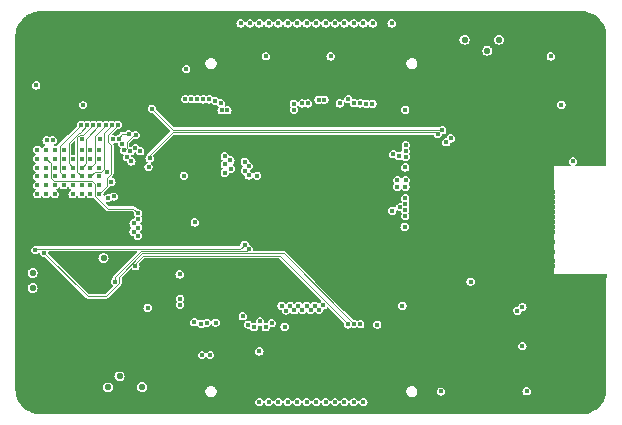
<source format=gbr>
%TF.GenerationSoftware,KiCad,Pcbnew,(6.0.4)*%
%TF.CreationDate,2023-02-01T13:33:48+08:00*%
%TF.ProjectId,Core_M4,436f7265-5f4d-4342-9e6b-696361645f70,rev?*%
%TF.SameCoordinates,Original*%
%TF.FileFunction,Copper,L5,Inr*%
%TF.FilePolarity,Positive*%
%FSLAX46Y46*%
G04 Gerber Fmt 4.6, Leading zero omitted, Abs format (unit mm)*
G04 Created by KiCad (PCBNEW (6.0.4)) date 2023-02-01 13:33:48*
%MOMM*%
%LPD*%
G01*
G04 APERTURE LIST*
%TA.AperFunction,ViaPad*%
%ADD10C,0.400000*%
%TD*%
%TA.AperFunction,ViaPad*%
%ADD11C,0.550000*%
%TD*%
%TA.AperFunction,Conductor*%
%ADD12C,0.100000*%
%TD*%
G04 APERTURE END LIST*
D10*
%TO.N,+3V3*%
X57010000Y-55170000D03*
D11*
X37260000Y-74820000D03*
D10*
X47000000Y-76480000D03*
X82030000Y-59270000D03*
D11*
X43260000Y-72260000D03*
D10*
X68570000Y-76290000D03*
X83010000Y-64080000D03*
X37650000Y-63100000D03*
X68802384Y-64581884D03*
X65000000Y-77870000D03*
X50990000Y-69240000D03*
X66440000Y-77890000D03*
X68810000Y-59700000D03*
X74340000Y-74250000D03*
D11*
X76720000Y-53770000D03*
D10*
X37570000Y-57640000D03*
X68760000Y-69620000D03*
X81130000Y-55190000D03*
X62480000Y-55190000D03*
X78730000Y-79710000D03*
X58600000Y-78080000D03*
D11*
X37260000Y-73530000D03*
D10*
X50070000Y-65280980D03*
X40650000Y-66850000D03*
X39900000Y-63100000D03*
X52770000Y-77720000D03*
X50270000Y-56260000D03*
D11*
X43660000Y-83210000D03*
D10*
%TO.N,GND*%
X84960000Y-63130000D03*
X81280000Y-67930000D03*
X83442572Y-73790000D03*
X78610000Y-55200000D03*
X37360000Y-80950000D03*
X81280000Y-66670000D03*
X47000000Y-78390000D03*
X74390000Y-76760000D03*
X38220000Y-74800000D03*
X85245144Y-73790000D03*
X82090643Y-73790000D03*
X57640000Y-77210000D03*
X46420000Y-57650000D03*
D11*
X46530000Y-82240000D03*
D10*
X85695793Y-73790000D03*
X81280000Y-70030000D03*
X53730000Y-77710000D03*
X77340000Y-62330000D03*
X40180000Y-57640000D03*
X68772668Y-65117332D03*
X68570000Y-77250000D03*
X81280000Y-68770000D03*
X81640000Y-73790000D03*
X76720000Y-54730000D03*
X71440000Y-60690000D03*
X81280000Y-70870000D03*
X68780000Y-70350500D03*
X81280000Y-72970000D03*
X81280000Y-71710000D03*
X81280000Y-69190000D03*
X61760000Y-81690000D03*
X84343858Y-73790000D03*
X44270000Y-70960000D03*
D11*
X73820000Y-54730000D03*
D10*
X77800000Y-71290000D03*
X81280000Y-67510000D03*
X76040000Y-83570000D03*
X77760000Y-78730000D03*
X65510000Y-77860000D03*
X81280000Y-69610000D03*
X83330000Y-83560000D03*
X81280000Y-67090000D03*
X83893215Y-73790000D03*
X74330000Y-73280000D03*
X40260000Y-72910000D03*
X81280000Y-68350000D03*
X50070000Y-64680000D03*
X50360000Y-69060000D03*
X82541286Y-73790000D03*
X81280000Y-72550000D03*
X40650000Y-63100000D03*
X82991929Y-73790000D03*
X39900000Y-66850000D03*
X57520000Y-55200000D03*
X84794501Y-73790000D03*
X63100000Y-55220000D03*
X47000000Y-75530000D03*
%TO.N,+5V*%
X56460000Y-80162000D03*
D11*
X73830000Y-53770000D03*
X46540000Y-83200000D03*
D10*
X67656000Y-52394000D03*
D11*
%TO.N,Net-(C10-Pad1)*%
X44620000Y-82280000D03*
D10*
%TO.N,/NRST*%
X62060000Y-84458000D03*
X79080000Y-83540000D03*
%TO.N,/FSMC_A19*%
X42150000Y-66100000D03*
X50950000Y-77700000D03*
X43637808Y-67178003D03*
%TO.N,/FSMC_A20*%
X42900000Y-63100000D03*
X44120499Y-67049509D03*
X51530000Y-77820000D03*
%TO.N,/FSMC_A21*%
X40650000Y-65350000D03*
X52023694Y-77744047D03*
%TO.N,/FSMC_A0*%
X45800000Y-69331822D03*
X37650000Y-65350000D03*
X55051747Y-77191489D03*
%TO.N,/FSMC_A1*%
X55500000Y-77890500D03*
X37650000Y-64600000D03*
X45800000Y-70030833D03*
%TO.N,/FSMC_A2*%
X37650000Y-63850000D03*
X56010000Y-78120000D03*
X46166463Y-70380343D03*
%TO.N,/FSMC_A3*%
X38400000Y-65350000D03*
X46193846Y-68982322D03*
X56509276Y-77630724D03*
%TO.N,/FSMC_A4*%
X38400000Y-64600000D03*
X57000000Y-78110000D03*
X46187564Y-69681322D03*
%TO.N,/FSMC_A5*%
X57500000Y-77770000D03*
X39150000Y-65350000D03*
%TO.N,/FSMC_A6*%
X39150000Y-64600000D03*
X67710134Y-68242449D03*
X43920980Y-65814067D03*
%TO.N,/FSMC_A7*%
X68369602Y-67936192D03*
X43560500Y-64970000D03*
X39900000Y-64600000D03*
%TO.N,/FSMC_A8*%
X42900000Y-66100000D03*
X68800000Y-68700000D03*
%TO.N,/FSMC_A9*%
X42900000Y-65350000D03*
X68810000Y-68200000D03*
%TO.N,/FSMC_A10*%
X68810000Y-67700497D03*
X42900000Y-64600000D03*
%TO.N,/FSMC_A11*%
X68810000Y-67200994D03*
X42900000Y-63850000D03*
%TO.N,/FSMC_D4*%
X40650000Y-63850000D03*
X68130000Y-66219503D03*
%TO.N,/FSMC_D5*%
X41399056Y-63850000D03*
X68820000Y-66220000D03*
%TO.N,/FSMC_D6*%
X68831689Y-65670622D03*
X41399067Y-62180981D03*
X41399056Y-63100000D03*
%TO.N,/FSMC_D7*%
X42150000Y-63100000D03*
X68120000Y-65660000D03*
X42960500Y-62201470D03*
%TO.N,/FSMC_D8*%
X68840000Y-63699503D03*
X46363609Y-63221353D03*
X38400000Y-66850000D03*
%TO.N,/FSMC_D9*%
X39150000Y-66850000D03*
X68840000Y-63200000D03*
X45941842Y-62953742D03*
%TO.N,/FSMC_D10*%
X68852484Y-62700653D03*
X45522728Y-63225489D03*
X39150000Y-66100000D03*
%TO.N,/FSMC_D11*%
X39900000Y-66100000D03*
X68292650Y-63646422D03*
X45629544Y-64073112D03*
%TO.N,/FSMC_D12*%
X40650000Y-66100000D03*
X67796014Y-63475011D03*
X45276342Y-63719910D03*
%TO.N,/FSMC_D13*%
X44846461Y-62573185D03*
X41399056Y-66100000D03*
X66024405Y-59200085D03*
%TO.N,/FSMC_D14*%
X41399056Y-66850000D03*
X65500000Y-59190000D03*
X46000000Y-61850500D03*
X45029500Y-63146566D03*
%TO.N,/FSMC_D15*%
X42150000Y-66850000D03*
X44531484Y-62185509D03*
X45398346Y-61781654D03*
X65000931Y-59169205D03*
%TO.N,/FSMC_A16*%
X64501532Y-59159011D03*
X41900497Y-60980000D03*
X40650000Y-64600000D03*
%TO.N,/FSMC_A17*%
X41370000Y-60980000D03*
X39900000Y-65350000D03*
X63980000Y-58809511D03*
%TO.N,/FSMC_A18*%
X42900000Y-66850000D03*
X44475000Y-60985000D03*
X63270000Y-59160000D03*
%TO.N,/FSMC_D0*%
X61969338Y-58847196D03*
X38446001Y-62299971D03*
X38400000Y-63100000D03*
%TO.N,/FSMC_D1*%
X61470000Y-58860000D03*
X38945502Y-62300989D03*
X39150000Y-63850000D03*
%TO.N,/FSMC_A12*%
X42150000Y-65350000D03*
X60576192Y-59167276D03*
X43970000Y-60980000D03*
%TO.N,/FSMC_A13*%
X60076718Y-59172587D03*
X42150000Y-64600000D03*
X43470497Y-60980000D03*
%TO.N,/FSMC_A14*%
X59383721Y-59698792D03*
X41399056Y-65350000D03*
X42400000Y-60980000D03*
%TO.N,/FSMC_A15*%
X41399056Y-64600000D03*
X59370500Y-59191303D03*
X42920000Y-60980000D03*
%TO.N,/FSMC_D2*%
X39150000Y-63100000D03*
%TO.N,/FSMC_D3*%
X39900000Y-63850000D03*
%TO.N,/FSMC_NOE*%
X37650000Y-66100000D03*
%TO.N,/FSMC_NWE*%
X42150000Y-63850000D03*
X47070000Y-64549500D03*
X44032134Y-62197866D03*
%TO.N,/FSMC_NE1*%
X46188350Y-68482850D03*
X38400000Y-63850000D03*
%TO.N,/BOOT0*%
X41530000Y-59300000D03*
X49699125Y-73649125D03*
%TO.N,/FSMC_NBL0*%
X37650000Y-66850000D03*
X49740000Y-75710000D03*
%TO.N,/FSMC_NBL1*%
X49740000Y-76209503D03*
X38400000Y-66100000D03*
%TO.N,/I2C2_SDA*%
X78720000Y-76400000D03*
X72669251Y-62134928D03*
%TO.N,/I2C2_SCL*%
X72290000Y-62460000D03*
X78310000Y-76720000D03*
%TO.N,/SPI2_SCK*%
X37490000Y-71585000D03*
X55200000Y-71120000D03*
%TO.N,/SPI2_NSS*%
X55550000Y-71520000D03*
X44240000Y-74250000D03*
%TO.N,/SPI2_MOSI*%
X38230000Y-71820000D03*
X64470000Y-77830000D03*
%TO.N,/SPI2_MISO*%
X63973553Y-77885161D03*
X45968466Y-72947966D03*
D11*
%TO.N,Net-(C36-Pad1)*%
X75760000Y-54700000D03*
D10*
%TO.N,/UART5_TX*%
X71940000Y-61430000D03*
X47360000Y-59610000D03*
%TO.N,/UART5_RX*%
X71558235Y-61752115D03*
X47170000Y-63810000D03*
%TO.N,/PA0*%
X71830000Y-83560000D03*
%TO.N,/PA13*%
X54860000Y-52392000D03*
%TO.N,/D+*%
X55660000Y-52392000D03*
%TO.N,/D-*%
X56460000Y-52392000D03*
%TO.N,/PA10*%
X57260000Y-52392000D03*
%TO.N,/PA9*%
X58060000Y-52394000D03*
%TO.N,/PA8*%
X58860000Y-52394000D03*
%TO.N,/PC9*%
X59660000Y-52394000D03*
%TO.N,/PC8*%
X60460000Y-52394000D03*
%TO.N,/PC7*%
X61260000Y-52394000D03*
%TO.N,/PC6*%
X62060000Y-52394000D03*
%TO.N,/PG8*%
X62860000Y-52394000D03*
%TO.N,/PG7*%
X63660000Y-52394000D03*
%TO.N,/PG6*%
X64460000Y-52394000D03*
%TO.N,/PB15*%
X65260000Y-52394000D03*
%TO.N,/PB14*%
X66060000Y-52394000D03*
%TO.N,/PA14*%
X50180000Y-58790000D03*
%TO.N,/PA15*%
X50703924Y-58801610D03*
%TO.N,/PC10*%
X51203182Y-58817249D03*
%TO.N,/PC11*%
X51702514Y-58830328D03*
%TO.N,/PD3*%
X52202016Y-58829992D03*
%TO.N,/PD6*%
X52704271Y-58957591D03*
%TO.N,/PG14*%
X53530000Y-64336580D03*
%TO.N,/PG13*%
X54010000Y-63987080D03*
%TO.N,/PG12*%
X53525380Y-63637580D03*
%TO.N,/PG11*%
X53752793Y-59746260D03*
%TO.N,/PG10*%
X53253290Y-59746260D03*
%TO.N,/PG9*%
X53203774Y-59157111D03*
%TO.N,/PB3*%
X54023133Y-64686091D03*
%TO.N,/PB4*%
X53530000Y-65035591D03*
%TO.N,/PB5*%
X55221170Y-64116670D03*
%TO.N,/PB6*%
X55571141Y-64473072D03*
%TO.N,/PB7*%
X55233892Y-64880380D03*
%TO.N,/PB8*%
X55556149Y-65262025D03*
%TO.N,/PB9*%
X56260000Y-65280000D03*
%TO.N,/PE6*%
X57260000Y-84458000D03*
X52280000Y-80470000D03*
%TO.N,/PF6*%
X58060000Y-84458000D03*
%TO.N,/PF7*%
X58860000Y-84458000D03*
%TO.N,/PF8*%
X59660000Y-84458000D03*
%TO.N,/PF9*%
X60460000Y-84458000D03*
%TO.N,/PF10*%
X61260000Y-84458000D03*
%TO.N,/PC1*%
X63660000Y-84458000D03*
%TO.N,/PC0*%
X62860000Y-84458000D03*
%TO.N,/PA2*%
X65260000Y-84458000D03*
%TO.N,/PA1*%
X64460000Y-84458000D03*
%TO.N,/PA3*%
X61860806Y-76253462D03*
%TO.N,/PA4*%
X61507844Y-76659113D03*
%TO.N,/PA5*%
X61158344Y-76300000D03*
%TO.N,/PA6*%
X60808844Y-76658094D03*
%TO.N,/PA7*%
X60459344Y-76294334D03*
%TO.N,/PC4*%
X60104113Y-76645495D03*
%TO.N,/PC5*%
X59753219Y-76290000D03*
%TO.N,/PB0*%
X59403719Y-76674705D03*
%TO.N,/PB1*%
X59054219Y-76302213D03*
%TO.N,/PB2*%
X58704719Y-76703669D03*
%TO.N,/PF11*%
X58340000Y-76290000D03*
%TO.N,/PE2*%
X56460000Y-84458000D03*
X51600000Y-80470000D03*
%TD*%
D12*
%TO.N,/FSMC_D14*%
X45859500Y-61850500D02*
X46000000Y-61850500D01*
X45240000Y-62936066D02*
X45240000Y-62470000D01*
X45240000Y-62470000D02*
X45859500Y-61850500D01*
X45029500Y-63146566D02*
X45240000Y-62936066D01*
%TO.N,/FSMC_D15*%
X44531484Y-62185509D02*
X44531484Y-62058516D01*
X44531484Y-62058516D02*
X44808346Y-61781654D01*
X44808346Y-61781654D02*
X45398346Y-61781654D01*
%TO.N,/FSMC_A16*%
X41248050Y-61631950D02*
X41171649Y-61631951D01*
X41171649Y-61631951D02*
X40300489Y-62503111D01*
X41900497Y-60980000D02*
X41900000Y-60980000D01*
X40300489Y-64250489D02*
X40650000Y-64600000D01*
X41900000Y-60980000D02*
X41248050Y-61631950D01*
X40300489Y-62503111D02*
X40300489Y-64250489D01*
%TO.N,/FSMC_A17*%
X39550489Y-62799511D02*
X39550489Y-65000489D01*
X39550489Y-65000489D02*
X39900000Y-65350000D01*
X41370000Y-60980000D02*
X39550489Y-62799511D01*
%TO.N,/FSMC_A18*%
X43910011Y-65114773D02*
X43910011Y-62710011D01*
X43571469Y-66178531D02*
X43571469Y-65453315D01*
X43910011Y-62710011D02*
X43650000Y-62450000D01*
X43650000Y-62450000D02*
X43650000Y-61810000D01*
X43650000Y-61810000D02*
X44475000Y-60985000D01*
X43571469Y-65453315D02*
X43910011Y-65114773D01*
X42900000Y-66850000D02*
X43571469Y-66178531D01*
%TO.N,/FSMC_A12*%
X43970000Y-60980000D02*
X43310000Y-61640000D01*
X43310000Y-64684284D02*
X43044773Y-64949511D01*
X43310000Y-61640000D02*
X43310000Y-64684284D01*
X42550489Y-64949511D02*
X42150000Y-65350000D01*
X43044773Y-64949511D02*
X42550489Y-64949511D01*
%TO.N,/FSMC_A13*%
X42550489Y-61900008D02*
X42550489Y-64199511D01*
X42550489Y-64199511D02*
X42150000Y-64600000D01*
X43470497Y-60980000D02*
X42550489Y-61900008D01*
%TO.N,/FSMC_A14*%
X42400000Y-60990000D02*
X41558530Y-61831470D01*
X41049545Y-65000489D02*
X41399056Y-65350000D01*
X42400000Y-60980000D02*
X42400000Y-60990000D01*
X41558530Y-61831470D02*
X41254294Y-61831470D01*
X41049545Y-62036219D02*
X41049545Y-65000489D01*
X41254294Y-61831470D02*
X41049545Y-62036219D01*
%TO.N,/FSMC_A15*%
X41748567Y-64250489D02*
X41399056Y-64600000D01*
X42920000Y-60980000D02*
X41748567Y-62151433D01*
X41748567Y-62151433D02*
X41748567Y-64250489D01*
%TO.N,/FSMC_NE1*%
X38800489Y-65494773D02*
X38800489Y-64250489D01*
X42530000Y-66974284D02*
X42530000Y-65985716D01*
X39056205Y-65750489D02*
X38800489Y-65494773D01*
X46188350Y-68482850D02*
X45795500Y-68090000D01*
X42294773Y-65750489D02*
X39056205Y-65750489D01*
X42530000Y-65985716D02*
X42294773Y-65750489D01*
X43645716Y-68090000D02*
X42530000Y-66974284D01*
X38800489Y-64250489D02*
X38400000Y-63850000D01*
X45795500Y-68090000D02*
X43645716Y-68090000D01*
%TO.N,/SPI2_SCK*%
X54849511Y-71470489D02*
X55200000Y-71120000D01*
X37604511Y-71470489D02*
X54849511Y-71470489D01*
X37490000Y-71585000D02*
X37604511Y-71470489D01*
%TO.N,/SPI2_NSS*%
X44240000Y-74250000D02*
X44240000Y-73900000D01*
X44240000Y-73900000D02*
X46469991Y-71670009D01*
X46469991Y-71670009D02*
X55399991Y-71670009D01*
X55399991Y-71670009D02*
X55550000Y-71520000D01*
%TO.N,/SPI2_MOSI*%
X46552635Y-71869529D02*
X58509529Y-71869529D01*
X41910000Y-75500000D02*
X43484284Y-75500000D01*
X43484284Y-75500000D02*
X44589511Y-74394773D01*
X44589511Y-73832653D02*
X46552635Y-71869529D01*
X58509529Y-71869529D02*
X64470000Y-77830000D01*
X44589511Y-74394773D02*
X44589511Y-73832653D01*
X38230000Y-71820000D02*
X41910000Y-75500000D01*
%TO.N,/SPI2_MISO*%
X45968466Y-72735862D02*
X46635279Y-72069049D01*
X46635279Y-72069049D02*
X58170677Y-72069049D01*
X58170677Y-72069049D02*
X63973553Y-77871925D01*
X63973553Y-77871925D02*
X63973553Y-77885161D01*
X45968466Y-72947966D02*
X45968466Y-72735862D01*
%TO.N,/UART5_TX*%
X49152604Y-61402604D02*
X47360000Y-59610000D01*
X71940000Y-61430000D02*
X71912604Y-61402604D01*
X71912604Y-61402604D02*
X49152604Y-61402604D01*
%TO.N,/UART5_RX*%
X71408244Y-61602124D02*
X49137876Y-61602124D01*
X71558235Y-61752115D02*
X71408244Y-61602124D01*
X47170000Y-63570000D02*
X47170000Y-63810000D01*
X49137876Y-61602124D02*
X47170000Y-63570000D01*
%TD*%
%TA.AperFunction,Conductor*%
%TO.N,GND*%
G36*
X83679591Y-51343023D02*
G01*
X83689986Y-51345809D01*
X83699396Y-51343288D01*
X83707418Y-51343289D01*
X83718155Y-51342204D01*
X83944796Y-51355918D01*
X83953651Y-51356994D01*
X84076996Y-51379583D01*
X84200339Y-51402172D01*
X84209006Y-51404306D01*
X84448473Y-51478862D01*
X84456820Y-51482025D01*
X84685555Y-51584866D01*
X84693460Y-51589010D01*
X84699921Y-51592911D01*
X84908163Y-51718651D01*
X84915499Y-51723708D01*
X85113029Y-51878257D01*
X85119714Y-51884171D01*
X85297191Y-52061371D01*
X85303116Y-52068047D01*
X85457971Y-52265332D01*
X85463049Y-52272674D01*
X85584577Y-52473231D01*
X85593018Y-52487162D01*
X85597174Y-52495058D01*
X85628533Y-52564516D01*
X85700377Y-52723646D01*
X85703552Y-52731987D01*
X85706167Y-52740341D01*
X85778483Y-52971338D01*
X85780626Y-52979983D01*
X85781454Y-52984462D01*
X85826191Y-53226606D01*
X85827280Y-53235460D01*
X85834972Y-53359369D01*
X85841359Y-53462257D01*
X85840337Y-53472537D01*
X85840351Y-53480843D01*
X85837845Y-53490257D01*
X85840382Y-53499663D01*
X85840601Y-53500475D01*
X85843154Y-53519746D01*
X85843154Y-64426000D01*
X85825841Y-64473566D01*
X85782004Y-64498876D01*
X85769154Y-64500000D01*
X83261858Y-64500000D01*
X83214292Y-64482687D01*
X83188982Y-64438850D01*
X83197772Y-64389000D01*
X83216569Y-64368123D01*
X83218587Y-64367095D01*
X83297095Y-64288587D01*
X83299736Y-64283404D01*
X83299738Y-64283401D01*
X83344856Y-64194851D01*
X83344857Y-64194849D01*
X83347500Y-64189661D01*
X83364869Y-64080000D01*
X83347500Y-63970339D01*
X83344704Y-63964851D01*
X83299738Y-63876599D01*
X83299736Y-63876596D01*
X83297095Y-63871413D01*
X83218587Y-63792905D01*
X83213404Y-63790264D01*
X83213401Y-63790262D01*
X83124851Y-63745144D01*
X83124849Y-63745143D01*
X83119661Y-63742500D01*
X83010000Y-63725131D01*
X82900339Y-63742500D01*
X82895151Y-63745143D01*
X82895149Y-63745144D01*
X82806599Y-63790262D01*
X82806596Y-63790264D01*
X82801413Y-63792905D01*
X82722905Y-63871413D01*
X82720264Y-63876596D01*
X82720262Y-63876599D01*
X82675296Y-63964851D01*
X82672500Y-63970339D01*
X82655131Y-64080000D01*
X82672500Y-64189661D01*
X82675143Y-64194849D01*
X82675144Y-64194851D01*
X82720262Y-64283401D01*
X82720264Y-64283404D01*
X82722905Y-64288587D01*
X82801413Y-64367095D01*
X82802746Y-64367774D01*
X82829944Y-64408099D01*
X82824652Y-64458440D01*
X82788240Y-64493603D01*
X82758142Y-64500000D01*
X81390000Y-64500000D01*
X81400000Y-73640000D01*
X85769154Y-73640000D01*
X85816720Y-73657313D01*
X85842030Y-73701150D01*
X85843154Y-73714000D01*
X85843154Y-83310443D01*
X85840633Y-83329594D01*
X85837845Y-83340000D01*
X85840366Y-83349409D01*
X85840366Y-83357439D01*
X85841450Y-83368169D01*
X85827752Y-83594622D01*
X85826675Y-83603493D01*
X85781499Y-83850005D01*
X85779360Y-83858681D01*
X85704803Y-84097942D01*
X85701635Y-84106295D01*
X85637223Y-84249413D01*
X85598780Y-84334828D01*
X85594632Y-84342733D01*
X85464968Y-84557221D01*
X85459901Y-84564560D01*
X85384030Y-84661401D01*
X85305333Y-84761848D01*
X85299407Y-84768536D01*
X85122200Y-84945739D01*
X85115511Y-84951665D01*
X84918231Y-85106220D01*
X84910877Y-85111296D01*
X84696406Y-85240945D01*
X84688493Y-85245098D01*
X84459961Y-85347947D01*
X84451606Y-85351116D01*
X84212334Y-85425672D01*
X84203658Y-85427810D01*
X83957152Y-85472980D01*
X83948281Y-85474057D01*
X83721686Y-85487759D01*
X83711332Y-85486713D01*
X83703067Y-85486713D01*
X83693657Y-85484191D01*
X83683249Y-85486979D01*
X83664101Y-85489500D01*
X37989508Y-85489500D01*
X37970386Y-85486987D01*
X37969344Y-85486708D01*
X37969343Y-85486708D01*
X37959933Y-85484191D01*
X37950524Y-85486716D01*
X37942518Y-85486720D01*
X37931766Y-85487812D01*
X37797141Y-85479745D01*
X37704775Y-85474211D01*
X37695924Y-85473142D01*
X37695036Y-85472980D01*
X37448852Y-85428077D01*
X37440193Y-85425951D01*
X37439295Y-85425672D01*
X37389622Y-85410253D01*
X37200341Y-85351498D01*
X37192001Y-85348347D01*
X36962838Y-85245586D01*
X36954937Y-85241454D01*
X36739794Y-85111875D01*
X36732447Y-85106823D01*
X36731674Y-85106220D01*
X36534459Y-84952315D01*
X36527775Y-84946419D01*
X36349796Y-84769208D01*
X36343869Y-84762548D01*
X36299169Y-84705778D01*
X36188499Y-84565223D01*
X36183425Y-84557914D01*
X36122656Y-84458000D01*
X56105131Y-84458000D01*
X56122500Y-84567661D01*
X56125143Y-84572849D01*
X56125144Y-84572851D01*
X56170262Y-84661401D01*
X56170264Y-84661404D01*
X56172905Y-84666587D01*
X56251413Y-84745095D01*
X56256596Y-84747736D01*
X56256599Y-84747738D01*
X56345149Y-84792856D01*
X56345151Y-84792857D01*
X56350339Y-84795500D01*
X56460000Y-84812869D01*
X56569661Y-84795500D01*
X56574849Y-84792857D01*
X56574851Y-84792856D01*
X56663401Y-84747738D01*
X56663404Y-84747736D01*
X56668587Y-84745095D01*
X56747095Y-84666587D01*
X56749736Y-84661404D01*
X56749738Y-84661401D01*
X56794065Y-84574403D01*
X56831086Y-84539881D01*
X56881635Y-84537231D01*
X56922062Y-84567695D01*
X56925935Y-84574403D01*
X56970262Y-84661401D01*
X56970264Y-84661404D01*
X56972905Y-84666587D01*
X57051413Y-84745095D01*
X57056596Y-84747736D01*
X57056599Y-84747738D01*
X57145149Y-84792856D01*
X57145151Y-84792857D01*
X57150339Y-84795500D01*
X57260000Y-84812869D01*
X57369661Y-84795500D01*
X57374849Y-84792857D01*
X57374851Y-84792856D01*
X57463401Y-84747738D01*
X57463404Y-84747736D01*
X57468587Y-84745095D01*
X57547095Y-84666587D01*
X57549736Y-84661404D01*
X57549738Y-84661401D01*
X57594065Y-84574403D01*
X57631086Y-84539881D01*
X57681635Y-84537231D01*
X57722062Y-84567695D01*
X57725935Y-84574403D01*
X57770262Y-84661401D01*
X57770264Y-84661404D01*
X57772905Y-84666587D01*
X57851413Y-84745095D01*
X57856596Y-84747736D01*
X57856599Y-84747738D01*
X57945149Y-84792856D01*
X57945151Y-84792857D01*
X57950339Y-84795500D01*
X58060000Y-84812869D01*
X58169661Y-84795500D01*
X58174849Y-84792857D01*
X58174851Y-84792856D01*
X58263401Y-84747738D01*
X58263404Y-84747736D01*
X58268587Y-84745095D01*
X58347095Y-84666587D01*
X58349736Y-84661404D01*
X58349738Y-84661401D01*
X58394065Y-84574403D01*
X58431086Y-84539881D01*
X58481635Y-84537231D01*
X58522062Y-84567695D01*
X58525935Y-84574403D01*
X58570262Y-84661401D01*
X58570264Y-84661404D01*
X58572905Y-84666587D01*
X58651413Y-84745095D01*
X58656596Y-84747736D01*
X58656599Y-84747738D01*
X58745149Y-84792856D01*
X58745151Y-84792857D01*
X58750339Y-84795500D01*
X58860000Y-84812869D01*
X58969661Y-84795500D01*
X58974849Y-84792857D01*
X58974851Y-84792856D01*
X59063401Y-84747738D01*
X59063404Y-84747736D01*
X59068587Y-84745095D01*
X59147095Y-84666587D01*
X59149736Y-84661404D01*
X59149738Y-84661401D01*
X59194065Y-84574403D01*
X59231086Y-84539881D01*
X59281635Y-84537231D01*
X59322062Y-84567695D01*
X59325935Y-84574403D01*
X59370262Y-84661401D01*
X59370264Y-84661404D01*
X59372905Y-84666587D01*
X59451413Y-84745095D01*
X59456596Y-84747736D01*
X59456599Y-84747738D01*
X59545149Y-84792856D01*
X59545151Y-84792857D01*
X59550339Y-84795500D01*
X59660000Y-84812869D01*
X59769661Y-84795500D01*
X59774849Y-84792857D01*
X59774851Y-84792856D01*
X59863401Y-84747738D01*
X59863404Y-84747736D01*
X59868587Y-84745095D01*
X59947095Y-84666587D01*
X59949736Y-84661404D01*
X59949738Y-84661401D01*
X59994065Y-84574403D01*
X60031086Y-84539881D01*
X60081635Y-84537231D01*
X60122062Y-84567695D01*
X60125935Y-84574403D01*
X60170262Y-84661401D01*
X60170264Y-84661404D01*
X60172905Y-84666587D01*
X60251413Y-84745095D01*
X60256596Y-84747736D01*
X60256599Y-84747738D01*
X60345149Y-84792856D01*
X60345151Y-84792857D01*
X60350339Y-84795500D01*
X60460000Y-84812869D01*
X60569661Y-84795500D01*
X60574849Y-84792857D01*
X60574851Y-84792856D01*
X60663401Y-84747738D01*
X60663404Y-84747736D01*
X60668587Y-84745095D01*
X60747095Y-84666587D01*
X60749736Y-84661404D01*
X60749738Y-84661401D01*
X60794065Y-84574403D01*
X60831086Y-84539881D01*
X60881635Y-84537231D01*
X60922062Y-84567695D01*
X60925935Y-84574403D01*
X60970262Y-84661401D01*
X60970264Y-84661404D01*
X60972905Y-84666587D01*
X61051413Y-84745095D01*
X61056596Y-84747736D01*
X61056599Y-84747738D01*
X61145149Y-84792856D01*
X61145151Y-84792857D01*
X61150339Y-84795500D01*
X61260000Y-84812869D01*
X61369661Y-84795500D01*
X61374849Y-84792857D01*
X61374851Y-84792856D01*
X61463401Y-84747738D01*
X61463404Y-84747736D01*
X61468587Y-84745095D01*
X61547095Y-84666587D01*
X61549736Y-84661404D01*
X61549738Y-84661401D01*
X61594065Y-84574403D01*
X61631086Y-84539881D01*
X61681635Y-84537231D01*
X61722062Y-84567695D01*
X61725935Y-84574403D01*
X61770262Y-84661401D01*
X61770264Y-84661404D01*
X61772905Y-84666587D01*
X61851413Y-84745095D01*
X61856596Y-84747736D01*
X61856599Y-84747738D01*
X61945149Y-84792856D01*
X61945151Y-84792857D01*
X61950339Y-84795500D01*
X62060000Y-84812869D01*
X62169661Y-84795500D01*
X62174849Y-84792857D01*
X62174851Y-84792856D01*
X62263401Y-84747738D01*
X62263404Y-84747736D01*
X62268587Y-84745095D01*
X62347095Y-84666587D01*
X62349736Y-84661404D01*
X62349738Y-84661401D01*
X62394065Y-84574403D01*
X62431086Y-84539881D01*
X62481635Y-84537231D01*
X62522062Y-84567695D01*
X62525935Y-84574403D01*
X62570262Y-84661401D01*
X62570264Y-84661404D01*
X62572905Y-84666587D01*
X62651413Y-84745095D01*
X62656596Y-84747736D01*
X62656599Y-84747738D01*
X62745149Y-84792856D01*
X62745151Y-84792857D01*
X62750339Y-84795500D01*
X62860000Y-84812869D01*
X62969661Y-84795500D01*
X62974849Y-84792857D01*
X62974851Y-84792856D01*
X63063401Y-84747738D01*
X63063404Y-84747736D01*
X63068587Y-84745095D01*
X63147095Y-84666587D01*
X63149736Y-84661404D01*
X63149738Y-84661401D01*
X63194065Y-84574403D01*
X63231086Y-84539881D01*
X63281635Y-84537231D01*
X63322062Y-84567695D01*
X63325935Y-84574403D01*
X63370262Y-84661401D01*
X63370264Y-84661404D01*
X63372905Y-84666587D01*
X63451413Y-84745095D01*
X63456596Y-84747736D01*
X63456599Y-84747738D01*
X63545149Y-84792856D01*
X63545151Y-84792857D01*
X63550339Y-84795500D01*
X63660000Y-84812869D01*
X63769661Y-84795500D01*
X63774849Y-84792857D01*
X63774851Y-84792856D01*
X63863401Y-84747738D01*
X63863404Y-84747736D01*
X63868587Y-84745095D01*
X63947095Y-84666587D01*
X63949736Y-84661404D01*
X63949738Y-84661401D01*
X63994065Y-84574403D01*
X64031086Y-84539881D01*
X64081635Y-84537231D01*
X64122062Y-84567695D01*
X64125935Y-84574403D01*
X64170262Y-84661401D01*
X64170264Y-84661404D01*
X64172905Y-84666587D01*
X64251413Y-84745095D01*
X64256596Y-84747736D01*
X64256599Y-84747738D01*
X64345149Y-84792856D01*
X64345151Y-84792857D01*
X64350339Y-84795500D01*
X64460000Y-84812869D01*
X64569661Y-84795500D01*
X64574849Y-84792857D01*
X64574851Y-84792856D01*
X64663401Y-84747738D01*
X64663404Y-84747736D01*
X64668587Y-84745095D01*
X64747095Y-84666587D01*
X64749736Y-84661404D01*
X64749738Y-84661401D01*
X64794065Y-84574403D01*
X64831086Y-84539881D01*
X64881635Y-84537231D01*
X64922062Y-84567695D01*
X64925935Y-84574403D01*
X64970262Y-84661401D01*
X64970264Y-84661404D01*
X64972905Y-84666587D01*
X65051413Y-84745095D01*
X65056596Y-84747736D01*
X65056599Y-84747738D01*
X65145149Y-84792856D01*
X65145151Y-84792857D01*
X65150339Y-84795500D01*
X65260000Y-84812869D01*
X65369661Y-84795500D01*
X65374849Y-84792857D01*
X65374851Y-84792856D01*
X65463401Y-84747738D01*
X65463404Y-84747736D01*
X65468587Y-84745095D01*
X65547095Y-84666587D01*
X65549736Y-84661404D01*
X65549738Y-84661401D01*
X65594856Y-84572851D01*
X65594857Y-84572849D01*
X65597500Y-84567661D01*
X65614869Y-84458000D01*
X65597500Y-84348339D01*
X65594856Y-84343149D01*
X65549738Y-84254599D01*
X65549736Y-84254596D01*
X65547095Y-84249413D01*
X65468587Y-84170905D01*
X65463404Y-84168264D01*
X65463401Y-84168262D01*
X65374851Y-84123144D01*
X65374849Y-84123143D01*
X65369661Y-84120500D01*
X65260000Y-84103131D01*
X65150339Y-84120500D01*
X65145151Y-84123143D01*
X65145149Y-84123144D01*
X65056599Y-84168262D01*
X65056596Y-84168264D01*
X65051413Y-84170905D01*
X64972905Y-84249413D01*
X64970264Y-84254596D01*
X64970262Y-84254599D01*
X64925935Y-84341597D01*
X64888914Y-84376119D01*
X64838365Y-84378769D01*
X64797938Y-84348305D01*
X64794065Y-84341597D01*
X64749738Y-84254599D01*
X64749736Y-84254596D01*
X64747095Y-84249413D01*
X64668587Y-84170905D01*
X64663404Y-84168264D01*
X64663401Y-84168262D01*
X64574851Y-84123144D01*
X64574849Y-84123143D01*
X64569661Y-84120500D01*
X64460000Y-84103131D01*
X64350339Y-84120500D01*
X64345151Y-84123143D01*
X64345149Y-84123144D01*
X64256599Y-84168262D01*
X64256596Y-84168264D01*
X64251413Y-84170905D01*
X64172905Y-84249413D01*
X64170264Y-84254596D01*
X64170262Y-84254599D01*
X64125935Y-84341597D01*
X64088914Y-84376119D01*
X64038365Y-84378769D01*
X63997938Y-84348305D01*
X63994065Y-84341597D01*
X63949738Y-84254599D01*
X63949736Y-84254596D01*
X63947095Y-84249413D01*
X63868587Y-84170905D01*
X63863404Y-84168264D01*
X63863401Y-84168262D01*
X63774851Y-84123144D01*
X63774849Y-84123143D01*
X63769661Y-84120500D01*
X63660000Y-84103131D01*
X63550339Y-84120500D01*
X63545151Y-84123143D01*
X63545149Y-84123144D01*
X63456599Y-84168262D01*
X63456596Y-84168264D01*
X63451413Y-84170905D01*
X63372905Y-84249413D01*
X63370264Y-84254596D01*
X63370262Y-84254599D01*
X63325935Y-84341597D01*
X63288914Y-84376119D01*
X63238365Y-84378769D01*
X63197938Y-84348305D01*
X63194065Y-84341597D01*
X63149738Y-84254599D01*
X63149736Y-84254596D01*
X63147095Y-84249413D01*
X63068587Y-84170905D01*
X63063404Y-84168264D01*
X63063401Y-84168262D01*
X62974851Y-84123144D01*
X62974849Y-84123143D01*
X62969661Y-84120500D01*
X62860000Y-84103131D01*
X62750339Y-84120500D01*
X62745151Y-84123143D01*
X62745149Y-84123144D01*
X62656599Y-84168262D01*
X62656596Y-84168264D01*
X62651413Y-84170905D01*
X62572905Y-84249413D01*
X62570264Y-84254596D01*
X62570262Y-84254599D01*
X62525935Y-84341597D01*
X62488914Y-84376119D01*
X62438365Y-84378769D01*
X62397938Y-84348305D01*
X62394065Y-84341597D01*
X62349738Y-84254599D01*
X62349736Y-84254596D01*
X62347095Y-84249413D01*
X62268587Y-84170905D01*
X62263404Y-84168264D01*
X62263401Y-84168262D01*
X62174851Y-84123144D01*
X62174849Y-84123143D01*
X62169661Y-84120500D01*
X62060000Y-84103131D01*
X61950339Y-84120500D01*
X61945151Y-84123143D01*
X61945149Y-84123144D01*
X61856599Y-84168262D01*
X61856596Y-84168264D01*
X61851413Y-84170905D01*
X61772905Y-84249413D01*
X61770264Y-84254596D01*
X61770262Y-84254599D01*
X61725935Y-84341597D01*
X61688914Y-84376119D01*
X61638365Y-84378769D01*
X61597938Y-84348305D01*
X61594065Y-84341597D01*
X61549738Y-84254599D01*
X61549736Y-84254596D01*
X61547095Y-84249413D01*
X61468587Y-84170905D01*
X61463404Y-84168264D01*
X61463401Y-84168262D01*
X61374851Y-84123144D01*
X61374849Y-84123143D01*
X61369661Y-84120500D01*
X61260000Y-84103131D01*
X61150339Y-84120500D01*
X61145151Y-84123143D01*
X61145149Y-84123144D01*
X61056599Y-84168262D01*
X61056596Y-84168264D01*
X61051413Y-84170905D01*
X60972905Y-84249413D01*
X60970264Y-84254596D01*
X60970262Y-84254599D01*
X60925935Y-84341597D01*
X60888914Y-84376119D01*
X60838365Y-84378769D01*
X60797938Y-84348305D01*
X60794065Y-84341597D01*
X60749738Y-84254599D01*
X60749736Y-84254596D01*
X60747095Y-84249413D01*
X60668587Y-84170905D01*
X60663404Y-84168264D01*
X60663401Y-84168262D01*
X60574851Y-84123144D01*
X60574849Y-84123143D01*
X60569661Y-84120500D01*
X60460000Y-84103131D01*
X60350339Y-84120500D01*
X60345151Y-84123143D01*
X60345149Y-84123144D01*
X60256599Y-84168262D01*
X60256596Y-84168264D01*
X60251413Y-84170905D01*
X60172905Y-84249413D01*
X60170264Y-84254596D01*
X60170262Y-84254599D01*
X60125935Y-84341597D01*
X60088914Y-84376119D01*
X60038365Y-84378769D01*
X59997938Y-84348305D01*
X59994065Y-84341597D01*
X59949738Y-84254599D01*
X59949736Y-84254596D01*
X59947095Y-84249413D01*
X59868587Y-84170905D01*
X59863404Y-84168264D01*
X59863401Y-84168262D01*
X59774851Y-84123144D01*
X59774849Y-84123143D01*
X59769661Y-84120500D01*
X59660000Y-84103131D01*
X59550339Y-84120500D01*
X59545151Y-84123143D01*
X59545149Y-84123144D01*
X59456599Y-84168262D01*
X59456596Y-84168264D01*
X59451413Y-84170905D01*
X59372905Y-84249413D01*
X59370264Y-84254596D01*
X59370262Y-84254599D01*
X59325935Y-84341597D01*
X59288914Y-84376119D01*
X59238365Y-84378769D01*
X59197938Y-84348305D01*
X59194065Y-84341597D01*
X59149738Y-84254599D01*
X59149736Y-84254596D01*
X59147095Y-84249413D01*
X59068587Y-84170905D01*
X59063404Y-84168264D01*
X59063401Y-84168262D01*
X58974851Y-84123144D01*
X58974849Y-84123143D01*
X58969661Y-84120500D01*
X58860000Y-84103131D01*
X58750339Y-84120500D01*
X58745151Y-84123143D01*
X58745149Y-84123144D01*
X58656599Y-84168262D01*
X58656596Y-84168264D01*
X58651413Y-84170905D01*
X58572905Y-84249413D01*
X58570264Y-84254596D01*
X58570262Y-84254599D01*
X58525935Y-84341597D01*
X58488914Y-84376119D01*
X58438365Y-84378769D01*
X58397938Y-84348305D01*
X58394065Y-84341597D01*
X58349738Y-84254599D01*
X58349736Y-84254596D01*
X58347095Y-84249413D01*
X58268587Y-84170905D01*
X58263404Y-84168264D01*
X58263401Y-84168262D01*
X58174851Y-84123144D01*
X58174849Y-84123143D01*
X58169661Y-84120500D01*
X58060000Y-84103131D01*
X57950339Y-84120500D01*
X57945151Y-84123143D01*
X57945149Y-84123144D01*
X57856599Y-84168262D01*
X57856596Y-84168264D01*
X57851413Y-84170905D01*
X57772905Y-84249413D01*
X57770264Y-84254596D01*
X57770262Y-84254599D01*
X57725935Y-84341597D01*
X57688914Y-84376119D01*
X57638365Y-84378769D01*
X57597938Y-84348305D01*
X57594065Y-84341597D01*
X57549738Y-84254599D01*
X57549736Y-84254596D01*
X57547095Y-84249413D01*
X57468587Y-84170905D01*
X57463404Y-84168264D01*
X57463401Y-84168262D01*
X57374851Y-84123144D01*
X57374849Y-84123143D01*
X57369661Y-84120500D01*
X57260000Y-84103131D01*
X57150339Y-84120500D01*
X57145151Y-84123143D01*
X57145149Y-84123144D01*
X57056599Y-84168262D01*
X57056596Y-84168264D01*
X57051413Y-84170905D01*
X56972905Y-84249413D01*
X56970264Y-84254596D01*
X56970262Y-84254599D01*
X56925935Y-84341597D01*
X56888914Y-84376119D01*
X56838365Y-84378769D01*
X56797938Y-84348305D01*
X56794065Y-84341597D01*
X56749738Y-84254599D01*
X56749736Y-84254596D01*
X56747095Y-84249413D01*
X56668587Y-84170905D01*
X56663404Y-84168264D01*
X56663401Y-84168262D01*
X56574851Y-84123144D01*
X56574849Y-84123143D01*
X56569661Y-84120500D01*
X56460000Y-84103131D01*
X56350339Y-84120500D01*
X56345151Y-84123143D01*
X56345149Y-84123144D01*
X56256599Y-84168262D01*
X56256596Y-84168264D01*
X56251413Y-84170905D01*
X56172905Y-84249413D01*
X56170264Y-84254596D01*
X56170262Y-84254599D01*
X56125144Y-84343149D01*
X56122500Y-84348339D01*
X56105131Y-84458000D01*
X36122656Y-84458000D01*
X36055959Y-84348339D01*
X36052911Y-84343327D01*
X36048745Y-84335443D01*
X35944997Y-84106737D01*
X35941809Y-84098411D01*
X35878489Y-83897500D01*
X35866313Y-83858867D01*
X35864151Y-83850220D01*
X35859061Y-83822979D01*
X35844190Y-83743401D01*
X35818018Y-83603349D01*
X35816911Y-83594502D01*
X35802323Y-83367524D01*
X35803356Y-83356898D01*
X35803324Y-83348810D01*
X35805808Y-83339393D01*
X35803097Y-83329431D01*
X35800500Y-83310000D01*
X35800500Y-83210000D01*
X43229196Y-83210000D01*
X43230107Y-83215752D01*
X43249369Y-83337371D01*
X43249370Y-83337374D01*
X43250281Y-83343126D01*
X43252926Y-83348317D01*
X43252927Y-83348320D01*
X43308826Y-83458028D01*
X43308828Y-83458030D01*
X43311472Y-83463220D01*
X43406780Y-83558528D01*
X43411970Y-83561172D01*
X43411972Y-83561174D01*
X43521680Y-83617073D01*
X43521683Y-83617074D01*
X43526874Y-83619719D01*
X43532626Y-83620630D01*
X43532629Y-83620631D01*
X43654248Y-83639893D01*
X43660000Y-83640804D01*
X43665752Y-83639893D01*
X43787371Y-83620631D01*
X43787374Y-83620630D01*
X43793126Y-83619719D01*
X43798317Y-83617074D01*
X43798320Y-83617073D01*
X43908028Y-83561174D01*
X43908030Y-83561172D01*
X43913220Y-83558528D01*
X44008528Y-83463220D01*
X44011172Y-83458030D01*
X44011174Y-83458028D01*
X44067073Y-83348320D01*
X44067074Y-83348317D01*
X44069719Y-83343126D01*
X44070630Y-83337374D01*
X44070631Y-83337371D01*
X44089893Y-83215752D01*
X44090804Y-83210000D01*
X44089220Y-83200000D01*
X46109196Y-83200000D01*
X46110107Y-83205752D01*
X46129369Y-83327371D01*
X46129370Y-83327374D01*
X46130281Y-83333126D01*
X46132926Y-83338317D01*
X46132927Y-83338320D01*
X46188826Y-83448028D01*
X46188828Y-83448030D01*
X46191472Y-83453220D01*
X46286780Y-83548528D01*
X46291970Y-83551172D01*
X46291972Y-83551174D01*
X46401680Y-83607073D01*
X46401683Y-83607074D01*
X46406874Y-83609719D01*
X46412626Y-83610630D01*
X46412629Y-83610631D01*
X46534248Y-83629893D01*
X46540000Y-83630804D01*
X46545752Y-83629893D01*
X46575409Y-83625196D01*
X51884055Y-83625196D01*
X51921484Y-83756158D01*
X51994165Y-83871350D01*
X51998114Y-83874838D01*
X51998116Y-83874840D01*
X52040958Y-83912676D01*
X52096255Y-83961513D01*
X52101024Y-83963752D01*
X52101027Y-83963754D01*
X52200460Y-84010437D01*
X52219548Y-84019399D01*
X52322956Y-84035500D01*
X52394145Y-84035500D01*
X52396740Y-84035128D01*
X52396745Y-84035128D01*
X52489613Y-84021828D01*
X52494829Y-84021081D01*
X52552006Y-83995084D01*
X52614020Y-83966889D01*
X52614023Y-83966887D01*
X52618820Y-83964706D01*
X52622810Y-83961268D01*
X52622813Y-83961266D01*
X52718014Y-83879234D01*
X52722004Y-83875796D01*
X52732975Y-83858871D01*
X52793221Y-83765923D01*
X52793222Y-83765922D01*
X52796087Y-83761501D01*
X52835113Y-83631006D01*
X52835148Y-83625196D01*
X68884055Y-83625196D01*
X68921484Y-83756158D01*
X68994165Y-83871350D01*
X68998114Y-83874838D01*
X68998116Y-83874840D01*
X69040958Y-83912676D01*
X69096255Y-83961513D01*
X69101024Y-83963752D01*
X69101027Y-83963754D01*
X69200460Y-84010437D01*
X69219548Y-84019399D01*
X69322956Y-84035500D01*
X69394145Y-84035500D01*
X69396740Y-84035128D01*
X69396745Y-84035128D01*
X69489613Y-84021828D01*
X69494829Y-84021081D01*
X69552006Y-83995084D01*
X69614020Y-83966889D01*
X69614023Y-83966887D01*
X69618820Y-83964706D01*
X69622810Y-83961268D01*
X69622813Y-83961266D01*
X69718014Y-83879234D01*
X69722004Y-83875796D01*
X69732975Y-83858871D01*
X69793221Y-83765923D01*
X69793222Y-83765922D01*
X69796087Y-83761501D01*
X69835113Y-83631006D01*
X69835547Y-83560000D01*
X71475131Y-83560000D01*
X71492500Y-83669661D01*
X71495143Y-83674849D01*
X71495144Y-83674851D01*
X71540262Y-83763401D01*
X71540264Y-83763404D01*
X71542905Y-83768587D01*
X71621413Y-83847095D01*
X71626596Y-83849736D01*
X71626599Y-83849738D01*
X71715149Y-83894856D01*
X71715151Y-83894857D01*
X71720339Y-83897500D01*
X71830000Y-83914869D01*
X71939661Y-83897500D01*
X71944849Y-83894857D01*
X71944851Y-83894856D01*
X72033401Y-83849738D01*
X72033404Y-83849736D01*
X72038587Y-83847095D01*
X72117095Y-83768587D01*
X72119736Y-83763404D01*
X72119738Y-83763401D01*
X72164856Y-83674851D01*
X72164857Y-83674849D01*
X72167500Y-83669661D01*
X72184869Y-83560000D01*
X72181701Y-83540000D01*
X78725131Y-83540000D01*
X78742500Y-83649661D01*
X78745143Y-83654849D01*
X78745144Y-83654851D01*
X78790262Y-83743401D01*
X78790264Y-83743404D01*
X78792905Y-83748587D01*
X78871413Y-83827095D01*
X78876596Y-83829736D01*
X78876599Y-83829738D01*
X78965149Y-83874856D01*
X78965151Y-83874857D01*
X78970339Y-83877500D01*
X79080000Y-83894869D01*
X79189661Y-83877500D01*
X79194849Y-83874857D01*
X79194851Y-83874856D01*
X79283401Y-83829738D01*
X79283404Y-83829736D01*
X79288587Y-83827095D01*
X79367095Y-83748587D01*
X79369736Y-83743404D01*
X79369738Y-83743401D01*
X79414856Y-83654851D01*
X79414857Y-83654849D01*
X79417500Y-83649661D01*
X79434869Y-83540000D01*
X79417500Y-83430339D01*
X79414856Y-83425149D01*
X79369738Y-83336599D01*
X79369736Y-83336596D01*
X79367095Y-83331413D01*
X79288587Y-83252905D01*
X79283404Y-83250264D01*
X79283401Y-83250262D01*
X79194851Y-83205144D01*
X79194849Y-83205143D01*
X79189661Y-83202500D01*
X79080000Y-83185131D01*
X78970339Y-83202500D01*
X78965151Y-83205143D01*
X78965149Y-83205144D01*
X78876599Y-83250262D01*
X78876596Y-83250264D01*
X78871413Y-83252905D01*
X78792905Y-83331413D01*
X78790264Y-83336596D01*
X78790262Y-83336599D01*
X78745144Y-83425149D01*
X78742500Y-83430339D01*
X78725131Y-83540000D01*
X72181701Y-83540000D01*
X72167500Y-83450339D01*
X72164856Y-83445149D01*
X72119738Y-83356599D01*
X72119736Y-83356596D01*
X72117095Y-83351413D01*
X72038587Y-83272905D01*
X72033404Y-83270264D01*
X72033401Y-83270262D01*
X71944851Y-83225144D01*
X71944849Y-83225143D01*
X71939661Y-83222500D01*
X71830000Y-83205131D01*
X71720339Y-83222500D01*
X71715151Y-83225143D01*
X71715149Y-83225144D01*
X71626599Y-83270262D01*
X71626596Y-83270264D01*
X71621413Y-83272905D01*
X71542905Y-83351413D01*
X71540264Y-83356596D01*
X71540262Y-83356599D01*
X71495144Y-83445149D01*
X71492500Y-83450339D01*
X71475131Y-83560000D01*
X69835547Y-83560000D01*
X69835945Y-83494804D01*
X69798516Y-83363842D01*
X69725835Y-83248650D01*
X69721886Y-83245162D01*
X69721884Y-83245160D01*
X69670749Y-83200000D01*
X69623745Y-83158487D01*
X69618976Y-83156248D01*
X69618973Y-83156246D01*
X69505225Y-83102842D01*
X69500452Y-83100601D01*
X69397044Y-83084500D01*
X69325855Y-83084500D01*
X69323260Y-83084872D01*
X69323255Y-83084872D01*
X69230387Y-83098172D01*
X69225171Y-83098919D01*
X69167994Y-83124916D01*
X69105980Y-83153111D01*
X69105977Y-83153113D01*
X69101180Y-83155294D01*
X69097190Y-83158732D01*
X69097187Y-83158734D01*
X69037691Y-83210000D01*
X68997996Y-83244204D01*
X68995132Y-83248623D01*
X68995130Y-83248625D01*
X68935510Y-83340607D01*
X68923913Y-83358499D01*
X68884887Y-83488994D01*
X68884540Y-83545752D01*
X68884105Y-83617073D01*
X68884055Y-83625196D01*
X52835148Y-83625196D01*
X52835945Y-83494804D01*
X52798516Y-83363842D01*
X52725835Y-83248650D01*
X52721886Y-83245162D01*
X52721884Y-83245160D01*
X52670749Y-83200000D01*
X52623745Y-83158487D01*
X52618976Y-83156248D01*
X52618973Y-83156246D01*
X52505225Y-83102842D01*
X52500452Y-83100601D01*
X52397044Y-83084500D01*
X52325855Y-83084500D01*
X52323260Y-83084872D01*
X52323255Y-83084872D01*
X52230387Y-83098172D01*
X52225171Y-83098919D01*
X52167994Y-83124916D01*
X52105980Y-83153111D01*
X52105977Y-83153113D01*
X52101180Y-83155294D01*
X52097190Y-83158732D01*
X52097187Y-83158734D01*
X52037691Y-83210000D01*
X51997996Y-83244204D01*
X51995132Y-83248623D01*
X51995130Y-83248625D01*
X51935510Y-83340607D01*
X51923913Y-83358499D01*
X51884887Y-83488994D01*
X51884540Y-83545752D01*
X51884105Y-83617073D01*
X51884055Y-83625196D01*
X46575409Y-83625196D01*
X46667371Y-83610631D01*
X46667374Y-83610630D01*
X46673126Y-83609719D01*
X46678317Y-83607074D01*
X46678320Y-83607073D01*
X46788028Y-83551174D01*
X46788030Y-83551172D01*
X46793220Y-83548528D01*
X46888528Y-83453220D01*
X46891172Y-83448030D01*
X46891174Y-83448028D01*
X46947073Y-83338320D01*
X46947074Y-83338317D01*
X46949719Y-83333126D01*
X46950630Y-83327374D01*
X46950631Y-83327371D01*
X46969893Y-83205752D01*
X46970804Y-83200000D01*
X46955061Y-83100601D01*
X46950631Y-83072629D01*
X46950630Y-83072626D01*
X46949719Y-83066874D01*
X46896269Y-82961972D01*
X46891174Y-82951972D01*
X46891172Y-82951970D01*
X46888528Y-82946780D01*
X46793220Y-82851472D01*
X46788030Y-82848828D01*
X46788028Y-82848826D01*
X46678320Y-82792927D01*
X46678317Y-82792926D01*
X46673126Y-82790281D01*
X46667374Y-82789370D01*
X46667371Y-82789369D01*
X46545752Y-82770107D01*
X46540000Y-82769196D01*
X46534248Y-82770107D01*
X46412629Y-82789369D01*
X46412626Y-82789370D01*
X46406874Y-82790281D01*
X46401683Y-82792926D01*
X46401680Y-82792927D01*
X46291972Y-82848826D01*
X46291970Y-82848828D01*
X46286780Y-82851472D01*
X46191472Y-82946780D01*
X46188828Y-82951970D01*
X46188826Y-82951972D01*
X46183731Y-82961972D01*
X46130281Y-83066874D01*
X46129370Y-83072626D01*
X46129369Y-83072629D01*
X46124939Y-83100601D01*
X46109196Y-83200000D01*
X44089220Y-83200000D01*
X44088309Y-83194248D01*
X44070631Y-83082629D01*
X44070630Y-83082626D01*
X44069719Y-83076874D01*
X44064624Y-83066874D01*
X44011174Y-82961972D01*
X44011172Y-82961970D01*
X44008528Y-82956780D01*
X43913220Y-82861472D01*
X43908030Y-82858828D01*
X43908028Y-82858826D01*
X43798320Y-82802927D01*
X43798317Y-82802926D01*
X43793126Y-82800281D01*
X43787374Y-82799370D01*
X43787371Y-82799369D01*
X43665752Y-82780107D01*
X43660000Y-82779196D01*
X43654248Y-82780107D01*
X43532629Y-82799369D01*
X43532626Y-82799370D01*
X43526874Y-82800281D01*
X43521683Y-82802926D01*
X43521680Y-82802927D01*
X43411972Y-82858826D01*
X43411970Y-82858828D01*
X43406780Y-82861472D01*
X43311472Y-82956780D01*
X43308828Y-82961970D01*
X43308826Y-82961972D01*
X43255376Y-83066874D01*
X43250281Y-83076874D01*
X43249370Y-83082626D01*
X43249369Y-83082629D01*
X43231691Y-83194248D01*
X43229196Y-83210000D01*
X35800500Y-83210000D01*
X35800500Y-82280000D01*
X44189196Y-82280000D01*
X44190107Y-82285752D01*
X44209369Y-82407371D01*
X44209370Y-82407374D01*
X44210281Y-82413126D01*
X44212926Y-82418317D01*
X44212927Y-82418320D01*
X44268826Y-82528028D01*
X44268828Y-82528030D01*
X44271472Y-82533220D01*
X44366780Y-82628528D01*
X44371970Y-82631172D01*
X44371972Y-82631174D01*
X44481680Y-82687073D01*
X44481683Y-82687074D01*
X44486874Y-82689719D01*
X44492626Y-82690630D01*
X44492629Y-82690631D01*
X44614248Y-82709893D01*
X44620000Y-82710804D01*
X44625752Y-82709893D01*
X44747371Y-82690631D01*
X44747374Y-82690630D01*
X44753126Y-82689719D01*
X44758317Y-82687074D01*
X44758320Y-82687073D01*
X44868028Y-82631174D01*
X44868030Y-82631172D01*
X44873220Y-82628528D01*
X44968528Y-82533220D01*
X44971172Y-82528030D01*
X44971174Y-82528028D01*
X45027073Y-82418320D01*
X45027074Y-82418317D01*
X45029719Y-82413126D01*
X45030630Y-82407374D01*
X45030631Y-82407371D01*
X45049893Y-82285752D01*
X45050804Y-82280000D01*
X45049893Y-82274248D01*
X45030631Y-82152629D01*
X45030630Y-82152626D01*
X45029719Y-82146874D01*
X45027073Y-82141680D01*
X44971174Y-82031972D01*
X44971172Y-82031970D01*
X44968528Y-82026780D01*
X44873220Y-81931472D01*
X44868030Y-81928828D01*
X44868028Y-81928826D01*
X44758320Y-81872927D01*
X44758317Y-81872926D01*
X44753126Y-81870281D01*
X44747374Y-81869370D01*
X44747371Y-81869369D01*
X44625752Y-81850107D01*
X44620000Y-81849196D01*
X44614248Y-81850107D01*
X44492629Y-81869369D01*
X44492626Y-81869370D01*
X44486874Y-81870281D01*
X44481683Y-81872926D01*
X44481680Y-81872927D01*
X44371972Y-81928826D01*
X44371970Y-81928828D01*
X44366780Y-81931472D01*
X44271472Y-82026780D01*
X44268828Y-82031970D01*
X44268826Y-82031972D01*
X44212927Y-82141680D01*
X44210281Y-82146874D01*
X44209370Y-82152626D01*
X44209369Y-82152629D01*
X44190107Y-82274248D01*
X44189196Y-82280000D01*
X35800500Y-82280000D01*
X35800500Y-80470000D01*
X51245131Y-80470000D01*
X51262500Y-80579661D01*
X51265143Y-80584849D01*
X51265144Y-80584851D01*
X51310262Y-80673401D01*
X51310264Y-80673404D01*
X51312905Y-80678587D01*
X51391413Y-80757095D01*
X51396596Y-80759736D01*
X51396599Y-80759738D01*
X51485149Y-80804856D01*
X51485151Y-80804857D01*
X51490339Y-80807500D01*
X51600000Y-80824869D01*
X51709661Y-80807500D01*
X51714849Y-80804857D01*
X51714851Y-80804856D01*
X51803401Y-80759738D01*
X51803404Y-80759736D01*
X51808587Y-80757095D01*
X51887095Y-80678587D01*
X51889088Y-80680580D01*
X51922095Y-80658315D01*
X51972436Y-80663604D01*
X51991713Y-80679779D01*
X51992905Y-80678587D01*
X52071413Y-80757095D01*
X52076596Y-80759736D01*
X52076599Y-80759738D01*
X52165149Y-80804856D01*
X52165151Y-80804857D01*
X52170339Y-80807500D01*
X52280000Y-80824869D01*
X52389661Y-80807500D01*
X52394849Y-80804857D01*
X52394851Y-80804856D01*
X52483401Y-80759738D01*
X52483404Y-80759736D01*
X52488587Y-80757095D01*
X52567095Y-80678587D01*
X52569736Y-80673404D01*
X52569738Y-80673401D01*
X52614856Y-80584851D01*
X52614857Y-80584849D01*
X52617500Y-80579661D01*
X52634869Y-80470000D01*
X52617500Y-80360339D01*
X52614856Y-80355149D01*
X52569738Y-80266599D01*
X52569736Y-80266596D01*
X52567095Y-80261413D01*
X52488587Y-80182905D01*
X52483404Y-80180264D01*
X52483401Y-80180262D01*
X52447559Y-80162000D01*
X56105131Y-80162000D01*
X56122500Y-80271661D01*
X56125143Y-80276849D01*
X56125144Y-80276851D01*
X56170262Y-80365401D01*
X56170264Y-80365404D01*
X56172905Y-80370587D01*
X56251413Y-80449095D01*
X56256596Y-80451736D01*
X56256599Y-80451738D01*
X56345149Y-80496856D01*
X56345151Y-80496857D01*
X56350339Y-80499500D01*
X56460000Y-80516869D01*
X56569661Y-80499500D01*
X56574849Y-80496857D01*
X56574851Y-80496856D01*
X56663401Y-80451738D01*
X56663404Y-80451736D01*
X56668587Y-80449095D01*
X56747095Y-80370587D01*
X56749736Y-80365404D01*
X56749738Y-80365401D01*
X56794856Y-80276851D01*
X56794857Y-80276849D01*
X56797500Y-80271661D01*
X56814869Y-80162000D01*
X56797500Y-80052339D01*
X56794856Y-80047149D01*
X56749738Y-79958599D01*
X56749736Y-79958596D01*
X56747095Y-79953413D01*
X56668587Y-79874905D01*
X56663404Y-79872264D01*
X56663401Y-79872262D01*
X56574851Y-79827144D01*
X56574849Y-79827143D01*
X56569661Y-79824500D01*
X56460000Y-79807131D01*
X56350339Y-79824500D01*
X56345151Y-79827143D01*
X56345149Y-79827144D01*
X56256599Y-79872262D01*
X56256596Y-79872264D01*
X56251413Y-79874905D01*
X56172905Y-79953413D01*
X56170264Y-79958596D01*
X56170262Y-79958599D01*
X56125144Y-80047149D01*
X56122500Y-80052339D01*
X56105131Y-80162000D01*
X52447559Y-80162000D01*
X52394851Y-80135144D01*
X52394849Y-80135143D01*
X52389661Y-80132500D01*
X52280000Y-80115131D01*
X52170339Y-80132500D01*
X52165151Y-80135143D01*
X52165149Y-80135144D01*
X52076599Y-80180262D01*
X52076596Y-80180264D01*
X52071413Y-80182905D01*
X51992905Y-80261413D01*
X51990912Y-80259420D01*
X51957905Y-80281685D01*
X51907564Y-80276396D01*
X51888287Y-80260221D01*
X51887095Y-80261413D01*
X51808587Y-80182905D01*
X51803404Y-80180264D01*
X51803401Y-80180262D01*
X51714851Y-80135144D01*
X51714849Y-80135143D01*
X51709661Y-80132500D01*
X51600000Y-80115131D01*
X51490339Y-80132500D01*
X51485151Y-80135143D01*
X51485149Y-80135144D01*
X51396599Y-80180262D01*
X51396596Y-80180264D01*
X51391413Y-80182905D01*
X51312905Y-80261413D01*
X51310264Y-80266596D01*
X51310262Y-80266599D01*
X51265144Y-80355149D01*
X51262500Y-80360339D01*
X51245131Y-80470000D01*
X35800500Y-80470000D01*
X35800500Y-79710000D01*
X78375131Y-79710000D01*
X78392500Y-79819661D01*
X78395143Y-79824849D01*
X78395144Y-79824851D01*
X78440262Y-79913401D01*
X78440264Y-79913404D01*
X78442905Y-79918587D01*
X78521413Y-79997095D01*
X78526596Y-79999736D01*
X78526599Y-79999738D01*
X78615149Y-80044856D01*
X78615151Y-80044857D01*
X78620339Y-80047500D01*
X78730000Y-80064869D01*
X78839661Y-80047500D01*
X78844849Y-80044857D01*
X78844851Y-80044856D01*
X78933401Y-79999738D01*
X78933404Y-79999736D01*
X78938587Y-79997095D01*
X79017095Y-79918587D01*
X79019736Y-79913404D01*
X79019738Y-79913401D01*
X79064856Y-79824851D01*
X79064857Y-79824849D01*
X79067500Y-79819661D01*
X79084869Y-79710000D01*
X79067500Y-79600339D01*
X79064856Y-79595149D01*
X79019738Y-79506599D01*
X79019736Y-79506596D01*
X79017095Y-79501413D01*
X78938587Y-79422905D01*
X78933404Y-79420264D01*
X78933401Y-79420262D01*
X78844851Y-79375144D01*
X78844849Y-79375143D01*
X78839661Y-79372500D01*
X78730000Y-79355131D01*
X78620339Y-79372500D01*
X78615151Y-79375143D01*
X78615149Y-79375144D01*
X78526599Y-79420262D01*
X78526596Y-79420264D01*
X78521413Y-79422905D01*
X78442905Y-79501413D01*
X78440264Y-79506596D01*
X78440262Y-79506599D01*
X78395144Y-79595149D01*
X78392500Y-79600339D01*
X78375131Y-79710000D01*
X35800500Y-79710000D01*
X35800500Y-77700000D01*
X50595131Y-77700000D01*
X50612500Y-77809661D01*
X50615143Y-77814849D01*
X50615144Y-77814851D01*
X50660262Y-77903401D01*
X50660264Y-77903404D01*
X50662905Y-77908587D01*
X50741413Y-77987095D01*
X50746596Y-77989736D01*
X50746599Y-77989738D01*
X50835149Y-78034856D01*
X50835151Y-78034857D01*
X50840339Y-78037500D01*
X50950000Y-78054869D01*
X51059661Y-78037500D01*
X51064851Y-78034856D01*
X51064856Y-78034854D01*
X51142809Y-77995135D01*
X51193050Y-77988966D01*
X51235503Y-78016535D01*
X51236900Y-78018770D01*
X51240259Y-78023393D01*
X51242905Y-78028587D01*
X51321413Y-78107095D01*
X51326596Y-78109736D01*
X51326599Y-78109738D01*
X51415149Y-78154856D01*
X51415151Y-78154857D01*
X51420339Y-78157500D01*
X51530000Y-78174869D01*
X51639661Y-78157500D01*
X51644849Y-78154857D01*
X51644851Y-78154856D01*
X51733401Y-78109738D01*
X51733404Y-78109736D01*
X51738587Y-78107095D01*
X51742701Y-78102982D01*
X51776716Y-78068967D01*
X51822592Y-78047576D01*
X51862636Y-78055359D01*
X51908843Y-78078903D01*
X51908845Y-78078904D01*
X51914033Y-78081547D01*
X52023694Y-78098916D01*
X52133355Y-78081547D01*
X52138543Y-78078904D01*
X52138545Y-78078903D01*
X52227095Y-78033785D01*
X52227098Y-78033783D01*
X52232281Y-78031142D01*
X52310789Y-77952634D01*
X52313430Y-77947451D01*
X52313432Y-77947448D01*
X52337038Y-77901117D01*
X52374059Y-77866595D01*
X52424608Y-77863945D01*
X52465034Y-77894408D01*
X52468907Y-77901116D01*
X52477418Y-77917819D01*
X52482905Y-77928587D01*
X52561413Y-78007095D01*
X52566596Y-78009736D01*
X52566599Y-78009738D01*
X52655149Y-78054856D01*
X52655151Y-78054857D01*
X52660339Y-78057500D01*
X52752746Y-78072136D01*
X52760732Y-78073401D01*
X52770000Y-78074869D01*
X52779269Y-78073401D01*
X52787254Y-78072136D01*
X52879661Y-78057500D01*
X52884849Y-78054857D01*
X52884851Y-78054856D01*
X52973401Y-78009738D01*
X52973404Y-78009736D01*
X52978587Y-78007095D01*
X53057095Y-77928587D01*
X53059736Y-77923404D01*
X53059738Y-77923401D01*
X53104856Y-77834851D01*
X53104857Y-77834849D01*
X53107500Y-77829661D01*
X53124869Y-77720000D01*
X53107500Y-77610339D01*
X53103967Y-77603405D01*
X53059738Y-77516599D01*
X53059736Y-77516596D01*
X53057095Y-77511413D01*
X52978587Y-77432905D01*
X52973404Y-77430264D01*
X52973401Y-77430262D01*
X52884851Y-77385144D01*
X52884849Y-77385143D01*
X52879661Y-77382500D01*
X52770000Y-77365131D01*
X52660339Y-77382500D01*
X52655151Y-77385143D01*
X52655149Y-77385144D01*
X52566599Y-77430262D01*
X52566596Y-77430264D01*
X52561413Y-77432905D01*
X52482905Y-77511413D01*
X52480264Y-77516596D01*
X52480262Y-77516599D01*
X52456656Y-77562930D01*
X52419635Y-77597452D01*
X52369086Y-77600102D01*
X52328660Y-77569639D01*
X52324787Y-77562931D01*
X52313433Y-77540649D01*
X52310789Y-77535460D01*
X52232281Y-77456952D01*
X52227098Y-77454311D01*
X52227095Y-77454309D01*
X52138545Y-77409191D01*
X52138543Y-77409190D01*
X52133355Y-77406547D01*
X52023694Y-77389178D01*
X51914033Y-77406547D01*
X51908845Y-77409190D01*
X51908843Y-77409191D01*
X51820293Y-77454309D01*
X51820290Y-77454311D01*
X51815107Y-77456952D01*
X51776980Y-77495079D01*
X51731104Y-77516471D01*
X51691059Y-77508688D01*
X51644851Y-77485144D01*
X51644849Y-77485143D01*
X51639661Y-77482500D01*
X51530000Y-77465131D01*
X51420339Y-77482500D01*
X51415149Y-77485144D01*
X51415144Y-77485146D01*
X51337191Y-77524865D01*
X51286950Y-77531034D01*
X51244497Y-77503465D01*
X51243100Y-77501230D01*
X51239741Y-77496607D01*
X51237095Y-77491413D01*
X51158587Y-77412905D01*
X51153404Y-77410264D01*
X51153401Y-77410262D01*
X51064851Y-77365144D01*
X51064849Y-77365143D01*
X51059661Y-77362500D01*
X50950000Y-77345131D01*
X50840339Y-77362500D01*
X50835151Y-77365143D01*
X50835149Y-77365144D01*
X50746599Y-77410262D01*
X50746596Y-77410264D01*
X50741413Y-77412905D01*
X50662905Y-77491413D01*
X50660264Y-77496596D01*
X50660262Y-77496599D01*
X50615144Y-77585149D01*
X50612500Y-77590339D01*
X50595131Y-77700000D01*
X35800500Y-77700000D01*
X35800500Y-77191489D01*
X54696878Y-77191489D01*
X54714247Y-77301150D01*
X54716890Y-77306338D01*
X54716891Y-77306340D01*
X54762009Y-77394890D01*
X54762011Y-77394893D01*
X54764652Y-77400076D01*
X54843160Y-77478584D01*
X54848343Y-77481225D01*
X54848346Y-77481227D01*
X54936896Y-77526345D01*
X54936898Y-77526346D01*
X54942086Y-77528989D01*
X55051747Y-77546358D01*
X55161408Y-77528989D01*
X55166598Y-77526344D01*
X55172137Y-77524545D01*
X55173054Y-77527368D01*
X55212153Y-77522576D01*
X55254599Y-77550155D01*
X55269388Y-77598566D01*
X55247816Y-77647002D01*
X55212905Y-77681913D01*
X55210264Y-77687096D01*
X55210262Y-77687099D01*
X55166496Y-77772996D01*
X55162500Y-77780839D01*
X55154147Y-77833578D01*
X55146888Y-77879410D01*
X55145131Y-77890500D01*
X55162500Y-78000161D01*
X55165143Y-78005349D01*
X55165144Y-78005351D01*
X55210262Y-78093901D01*
X55210264Y-78093904D01*
X55212905Y-78099087D01*
X55291413Y-78177595D01*
X55296596Y-78180236D01*
X55296599Y-78180238D01*
X55385149Y-78225356D01*
X55385151Y-78225357D01*
X55390339Y-78228000D01*
X55466292Y-78240030D01*
X55491092Y-78243958D01*
X55500000Y-78245369D01*
X55508909Y-78243958D01*
X55609661Y-78228000D01*
X55609929Y-78229693D01*
X55652905Y-78231192D01*
X55691122Y-78266209D01*
X55722905Y-78328587D01*
X55801413Y-78407095D01*
X55806596Y-78409736D01*
X55806599Y-78409738D01*
X55895149Y-78454856D01*
X55895151Y-78454857D01*
X55900339Y-78457500D01*
X56010000Y-78474869D01*
X56119661Y-78457500D01*
X56124849Y-78454857D01*
X56124851Y-78454856D01*
X56213401Y-78409738D01*
X56213404Y-78409736D01*
X56218587Y-78407095D01*
X56297095Y-78328587D01*
X56299736Y-78323404D01*
X56299738Y-78323401D01*
X56344856Y-78234851D01*
X56344857Y-78234849D01*
X56347500Y-78229661D01*
X56364869Y-78120000D01*
X56355250Y-78059271D01*
X56364908Y-78009584D01*
X56404246Y-77977728D01*
X56439915Y-77974607D01*
X56465043Y-77978587D01*
X56491030Y-77982703D01*
X56509276Y-77985593D01*
X56515028Y-77984682D01*
X56568240Y-77976254D01*
X56617929Y-77985913D01*
X56649784Y-78025251D01*
X56652905Y-78060919D01*
X56645131Y-78110000D01*
X56662500Y-78219661D01*
X56665143Y-78224849D01*
X56665144Y-78224851D01*
X56710262Y-78313401D01*
X56710264Y-78313404D01*
X56712905Y-78318587D01*
X56791413Y-78397095D01*
X56796596Y-78399736D01*
X56796599Y-78399738D01*
X56885149Y-78444856D01*
X56885151Y-78444857D01*
X56890339Y-78447500D01*
X57000000Y-78464869D01*
X57109661Y-78447500D01*
X57114849Y-78444857D01*
X57114851Y-78444856D01*
X57203401Y-78399738D01*
X57203404Y-78399736D01*
X57208587Y-78397095D01*
X57287095Y-78318587D01*
X57289736Y-78313404D01*
X57289738Y-78313401D01*
X57334856Y-78224851D01*
X57334857Y-78224849D01*
X57337500Y-78219661D01*
X57344547Y-78175169D01*
X57369088Y-78130897D01*
X57416345Y-78112757D01*
X57429212Y-78113657D01*
X57500000Y-78124869D01*
X57609661Y-78107500D01*
X57614849Y-78104857D01*
X57614851Y-78104856D01*
X57663634Y-78080000D01*
X58245131Y-78080000D01*
X58262500Y-78189661D01*
X58265143Y-78194849D01*
X58265144Y-78194851D01*
X58310262Y-78283401D01*
X58310264Y-78283404D01*
X58312905Y-78288587D01*
X58391413Y-78367095D01*
X58396596Y-78369736D01*
X58396599Y-78369738D01*
X58485149Y-78414856D01*
X58485151Y-78414857D01*
X58490339Y-78417500D01*
X58600000Y-78434869D01*
X58709661Y-78417500D01*
X58714849Y-78414857D01*
X58714851Y-78414856D01*
X58803401Y-78369738D01*
X58803404Y-78369736D01*
X58808587Y-78367095D01*
X58887095Y-78288587D01*
X58889736Y-78283404D01*
X58889738Y-78283401D01*
X58934856Y-78194851D01*
X58934857Y-78194849D01*
X58937500Y-78189661D01*
X58954869Y-78080000D01*
X58937500Y-77970339D01*
X58934856Y-77965149D01*
X58889738Y-77876599D01*
X58889736Y-77876596D01*
X58887095Y-77871413D01*
X58808587Y-77792905D01*
X58803404Y-77790264D01*
X58803401Y-77790262D01*
X58714851Y-77745144D01*
X58714849Y-77745143D01*
X58709661Y-77742500D01*
X58600000Y-77725131D01*
X58490339Y-77742500D01*
X58485151Y-77745143D01*
X58485149Y-77745144D01*
X58396599Y-77790262D01*
X58396596Y-77790264D01*
X58391413Y-77792905D01*
X58312905Y-77871413D01*
X58310264Y-77876596D01*
X58310262Y-77876599D01*
X58265144Y-77965149D01*
X58262500Y-77970339D01*
X58245131Y-78080000D01*
X57663634Y-78080000D01*
X57703401Y-78059738D01*
X57703404Y-78059736D01*
X57708587Y-78057095D01*
X57787095Y-77978587D01*
X57789736Y-77973404D01*
X57789738Y-77973401D01*
X57834856Y-77884851D01*
X57834857Y-77884849D01*
X57837500Y-77879661D01*
X57854869Y-77770000D01*
X57837500Y-77660339D01*
X57825341Y-77636475D01*
X57789738Y-77566599D01*
X57789736Y-77566596D01*
X57787095Y-77561413D01*
X57708587Y-77482905D01*
X57703404Y-77480264D01*
X57703401Y-77480262D01*
X57614851Y-77435144D01*
X57614849Y-77435143D01*
X57609661Y-77432500D01*
X57500000Y-77415131D01*
X57390339Y-77432500D01*
X57385151Y-77435143D01*
X57385149Y-77435144D01*
X57296599Y-77480262D01*
X57296596Y-77480264D01*
X57291413Y-77482905D01*
X57212905Y-77561413D01*
X57210264Y-77566596D01*
X57210262Y-77566599D01*
X57174659Y-77636475D01*
X57162500Y-77660339D01*
X57159814Y-77677297D01*
X57155453Y-77704831D01*
X57130912Y-77749103D01*
X57083655Y-77767243D01*
X57070788Y-77766343D01*
X57005752Y-77756042D01*
X57000000Y-77755131D01*
X56994248Y-77756042D01*
X56941036Y-77764470D01*
X56891347Y-77754811D01*
X56859492Y-77715473D01*
X56856371Y-77679804D01*
X56863234Y-77636475D01*
X56863234Y-77636474D01*
X56864145Y-77630724D01*
X56846776Y-77521063D01*
X56843754Y-77515131D01*
X56799014Y-77427323D01*
X56799012Y-77427320D01*
X56796371Y-77422137D01*
X56717863Y-77343629D01*
X56712680Y-77340988D01*
X56712677Y-77340986D01*
X56624127Y-77295868D01*
X56624125Y-77295867D01*
X56618937Y-77293224D01*
X56509276Y-77275855D01*
X56399615Y-77293224D01*
X56394427Y-77295867D01*
X56394425Y-77295868D01*
X56305875Y-77340986D01*
X56305872Y-77340988D01*
X56300689Y-77343629D01*
X56222181Y-77422137D01*
X56219540Y-77427320D01*
X56219538Y-77427323D01*
X56174798Y-77515131D01*
X56171776Y-77521063D01*
X56154407Y-77630724D01*
X56164026Y-77691453D01*
X56154368Y-77741140D01*
X56115030Y-77772996D01*
X56079361Y-77776117D01*
X56073250Y-77775149D01*
X56040741Y-77770000D01*
X56015752Y-77766042D01*
X56010000Y-77765131D01*
X56004248Y-77766042D01*
X55942943Y-77775752D01*
X55900339Y-77782500D01*
X55900071Y-77780807D01*
X55857095Y-77779308D01*
X55818877Y-77744290D01*
X55818754Y-77744047D01*
X55787095Y-77681913D01*
X55708587Y-77603405D01*
X55703404Y-77600764D01*
X55703401Y-77600762D01*
X55614851Y-77555644D01*
X55614849Y-77555643D01*
X55609661Y-77553000D01*
X55500000Y-77535631D01*
X55390339Y-77553000D01*
X55385149Y-77555645D01*
X55379610Y-77557444D01*
X55378693Y-77554621D01*
X55339594Y-77559413D01*
X55297148Y-77531834D01*
X55282359Y-77483423D01*
X55303931Y-77434987D01*
X55338842Y-77400076D01*
X55341483Y-77394893D01*
X55341485Y-77394890D01*
X55386603Y-77306340D01*
X55386604Y-77306338D01*
X55389247Y-77301150D01*
X55406616Y-77191489D01*
X55389247Y-77081828D01*
X55386603Y-77076638D01*
X55341485Y-76988088D01*
X55341483Y-76988085D01*
X55338842Y-76982902D01*
X55260334Y-76904394D01*
X55255151Y-76901753D01*
X55255148Y-76901751D01*
X55166598Y-76856633D01*
X55166596Y-76856632D01*
X55161408Y-76853989D01*
X55051747Y-76836620D01*
X54942086Y-76853989D01*
X54936898Y-76856632D01*
X54936896Y-76856633D01*
X54848346Y-76901751D01*
X54848343Y-76901753D01*
X54843160Y-76904394D01*
X54764652Y-76982902D01*
X54762011Y-76988085D01*
X54762009Y-76988088D01*
X54716891Y-77076638D01*
X54714247Y-77081828D01*
X54696878Y-77191489D01*
X35800500Y-77191489D01*
X35800500Y-76480000D01*
X46645131Y-76480000D01*
X46662500Y-76589661D01*
X46665143Y-76594849D01*
X46665144Y-76594851D01*
X46710262Y-76683401D01*
X46710264Y-76683404D01*
X46712905Y-76688587D01*
X46791413Y-76767095D01*
X46796596Y-76769736D01*
X46796599Y-76769738D01*
X46885149Y-76814856D01*
X46885151Y-76814857D01*
X46890339Y-76817500D01*
X47000000Y-76834869D01*
X47109661Y-76817500D01*
X47114849Y-76814857D01*
X47114851Y-76814856D01*
X47203401Y-76769738D01*
X47203404Y-76769736D01*
X47208587Y-76767095D01*
X47287095Y-76688587D01*
X47289736Y-76683404D01*
X47289738Y-76683401D01*
X47334856Y-76594851D01*
X47334857Y-76594849D01*
X47337500Y-76589661D01*
X47354869Y-76480000D01*
X47337500Y-76370339D01*
X47334856Y-76365149D01*
X47289738Y-76276599D01*
X47289736Y-76276596D01*
X47287095Y-76271413D01*
X47225185Y-76209503D01*
X49385131Y-76209503D01*
X49402500Y-76319164D01*
X49405143Y-76324352D01*
X49405144Y-76324354D01*
X49450262Y-76412904D01*
X49450264Y-76412907D01*
X49452905Y-76418090D01*
X49531413Y-76496598D01*
X49536596Y-76499239D01*
X49536599Y-76499241D01*
X49625149Y-76544359D01*
X49625151Y-76544360D01*
X49630339Y-76547003D01*
X49740000Y-76564372D01*
X49849661Y-76547003D01*
X49854849Y-76544360D01*
X49854851Y-76544359D01*
X49943401Y-76499241D01*
X49943404Y-76499239D01*
X49948587Y-76496598D01*
X50027095Y-76418090D01*
X50029736Y-76412907D01*
X50029738Y-76412904D01*
X50074856Y-76324354D01*
X50074857Y-76324352D01*
X50077500Y-76319164D01*
X50094869Y-76209503D01*
X50077500Y-76099842D01*
X50074333Y-76093625D01*
X50050088Y-76046042D01*
X50027095Y-76000916D01*
X50026956Y-76000777D01*
X50013710Y-75954595D01*
X50026654Y-75919028D01*
X50027095Y-75918587D01*
X50029736Y-75913404D01*
X50029738Y-75913401D01*
X50074856Y-75824851D01*
X50074857Y-75824849D01*
X50077500Y-75819661D01*
X50094869Y-75710000D01*
X50077500Y-75600339D01*
X50074856Y-75595149D01*
X50029738Y-75506599D01*
X50029736Y-75506596D01*
X50027095Y-75501413D01*
X49948587Y-75422905D01*
X49943404Y-75420264D01*
X49943401Y-75420262D01*
X49854851Y-75375144D01*
X49854849Y-75375143D01*
X49849661Y-75372500D01*
X49740000Y-75355131D01*
X49630339Y-75372500D01*
X49625151Y-75375143D01*
X49625149Y-75375144D01*
X49536599Y-75420262D01*
X49536596Y-75420264D01*
X49531413Y-75422905D01*
X49452905Y-75501413D01*
X49450264Y-75506596D01*
X49450262Y-75506599D01*
X49405144Y-75595149D01*
X49402500Y-75600339D01*
X49385131Y-75710000D01*
X49402500Y-75819661D01*
X49405143Y-75824849D01*
X49405144Y-75824851D01*
X49450262Y-75913401D01*
X49450264Y-75913404D01*
X49452905Y-75918587D01*
X49453046Y-75918728D01*
X49466290Y-75964914D01*
X49453344Y-76000477D01*
X49452905Y-76000916D01*
X49429912Y-76046042D01*
X49405668Y-76093625D01*
X49402500Y-76099842D01*
X49385131Y-76209503D01*
X47225185Y-76209503D01*
X47208587Y-76192905D01*
X47203404Y-76190264D01*
X47203401Y-76190262D01*
X47114851Y-76145144D01*
X47114849Y-76145143D01*
X47109661Y-76142500D01*
X47000000Y-76125131D01*
X46890339Y-76142500D01*
X46885151Y-76145143D01*
X46885149Y-76145144D01*
X46796599Y-76190262D01*
X46796596Y-76190264D01*
X46791413Y-76192905D01*
X46712905Y-76271413D01*
X46710264Y-76276596D01*
X46710262Y-76276599D01*
X46665144Y-76365149D01*
X46662500Y-76370339D01*
X46645131Y-76480000D01*
X35800500Y-76480000D01*
X35800500Y-74820000D01*
X36829196Y-74820000D01*
X36830107Y-74825752D01*
X36849369Y-74947371D01*
X36849370Y-74947374D01*
X36850281Y-74953126D01*
X36852926Y-74958317D01*
X36852927Y-74958320D01*
X36908826Y-75068028D01*
X36908828Y-75068030D01*
X36911472Y-75073220D01*
X37006780Y-75168528D01*
X37011970Y-75171172D01*
X37011972Y-75171174D01*
X37121680Y-75227073D01*
X37121683Y-75227074D01*
X37126874Y-75229719D01*
X37132626Y-75230630D01*
X37132629Y-75230631D01*
X37254248Y-75249893D01*
X37260000Y-75250804D01*
X37265752Y-75249893D01*
X37387371Y-75230631D01*
X37387374Y-75230630D01*
X37393126Y-75229719D01*
X37398317Y-75227074D01*
X37398320Y-75227073D01*
X37508028Y-75171174D01*
X37508030Y-75171172D01*
X37513220Y-75168528D01*
X37608528Y-75073220D01*
X37611172Y-75068030D01*
X37611174Y-75068028D01*
X37667073Y-74958320D01*
X37667074Y-74958317D01*
X37669719Y-74953126D01*
X37670630Y-74947374D01*
X37670631Y-74947371D01*
X37689893Y-74825752D01*
X37690804Y-74820000D01*
X37689893Y-74814248D01*
X37670631Y-74692629D01*
X37670630Y-74692626D01*
X37669719Y-74686874D01*
X37652638Y-74653350D01*
X37611174Y-74571972D01*
X37611172Y-74571970D01*
X37608528Y-74566780D01*
X37513220Y-74471472D01*
X37508030Y-74468828D01*
X37508028Y-74468826D01*
X37398320Y-74412927D01*
X37398317Y-74412926D01*
X37393126Y-74410281D01*
X37387374Y-74409370D01*
X37387371Y-74409369D01*
X37265752Y-74390107D01*
X37260000Y-74389196D01*
X37254248Y-74390107D01*
X37132629Y-74409369D01*
X37132626Y-74409370D01*
X37126874Y-74410281D01*
X37121683Y-74412926D01*
X37121680Y-74412927D01*
X37011972Y-74468826D01*
X37011970Y-74468828D01*
X37006780Y-74471472D01*
X36911472Y-74566780D01*
X36908828Y-74571970D01*
X36908826Y-74571972D01*
X36867362Y-74653350D01*
X36850281Y-74686874D01*
X36849370Y-74692626D01*
X36849369Y-74692629D01*
X36830107Y-74814248D01*
X36829196Y-74820000D01*
X35800500Y-74820000D01*
X35800500Y-73530000D01*
X36829196Y-73530000D01*
X36830107Y-73535752D01*
X36849369Y-73657371D01*
X36849370Y-73657374D01*
X36850281Y-73663126D01*
X36852926Y-73668317D01*
X36852927Y-73668320D01*
X36908826Y-73778028D01*
X36908828Y-73778030D01*
X36911472Y-73783220D01*
X37006780Y-73878528D01*
X37011970Y-73881172D01*
X37011972Y-73881174D01*
X37121680Y-73937073D01*
X37121683Y-73937074D01*
X37126874Y-73939719D01*
X37132626Y-73940630D01*
X37132629Y-73940631D01*
X37254248Y-73959893D01*
X37260000Y-73960804D01*
X37265752Y-73959893D01*
X37387371Y-73940631D01*
X37387374Y-73940630D01*
X37393126Y-73939719D01*
X37398317Y-73937074D01*
X37398320Y-73937073D01*
X37508028Y-73881174D01*
X37508030Y-73881172D01*
X37513220Y-73878528D01*
X37608528Y-73783220D01*
X37611172Y-73778030D01*
X37611174Y-73778028D01*
X37667073Y-73668320D01*
X37667074Y-73668317D01*
X37669719Y-73663126D01*
X37670630Y-73657374D01*
X37670631Y-73657371D01*
X37689893Y-73535752D01*
X37690804Y-73530000D01*
X37675983Y-73436422D01*
X37670631Y-73402629D01*
X37670630Y-73402626D01*
X37669719Y-73396874D01*
X37667073Y-73391680D01*
X37611174Y-73281972D01*
X37611172Y-73281970D01*
X37608528Y-73276780D01*
X37513220Y-73181472D01*
X37508030Y-73178828D01*
X37508028Y-73178826D01*
X37398320Y-73122927D01*
X37398317Y-73122926D01*
X37393126Y-73120281D01*
X37387374Y-73119370D01*
X37387371Y-73119369D01*
X37265752Y-73100107D01*
X37260000Y-73099196D01*
X37254248Y-73100107D01*
X37132629Y-73119369D01*
X37132626Y-73119370D01*
X37126874Y-73120281D01*
X37121683Y-73122926D01*
X37121680Y-73122927D01*
X37011972Y-73178826D01*
X37011970Y-73178828D01*
X37006780Y-73181472D01*
X36911472Y-73276780D01*
X36908828Y-73281970D01*
X36908826Y-73281972D01*
X36852927Y-73391680D01*
X36850281Y-73396874D01*
X36849370Y-73402626D01*
X36849369Y-73402629D01*
X36844017Y-73436422D01*
X36829196Y-73530000D01*
X35800500Y-73530000D01*
X35800500Y-71585000D01*
X37135131Y-71585000D01*
X37152500Y-71694661D01*
X37155143Y-71699849D01*
X37155144Y-71699851D01*
X37200262Y-71788401D01*
X37200264Y-71788404D01*
X37202905Y-71793587D01*
X37281413Y-71872095D01*
X37286596Y-71874736D01*
X37286599Y-71874738D01*
X37375149Y-71919856D01*
X37375151Y-71919857D01*
X37380339Y-71922500D01*
X37490000Y-71939869D01*
X37599661Y-71922500D01*
X37604849Y-71919857D01*
X37604851Y-71919856D01*
X37693401Y-71874738D01*
X37693404Y-71874736D01*
X37698587Y-71872095D01*
X37755420Y-71815262D01*
X37801296Y-71793870D01*
X37850191Y-71806971D01*
X37879225Y-71848435D01*
X37880835Y-71856010D01*
X37892500Y-71929661D01*
X37895143Y-71934849D01*
X37895144Y-71934851D01*
X37940262Y-72023401D01*
X37940264Y-72023404D01*
X37942905Y-72028587D01*
X38021413Y-72107095D01*
X38026596Y-72109736D01*
X38026599Y-72109738D01*
X38115149Y-72154856D01*
X38115151Y-72154857D01*
X38120339Y-72157500D01*
X38230000Y-72174869D01*
X38235751Y-72173958D01*
X38235752Y-72173958D01*
X38254326Y-72171016D01*
X38304015Y-72180674D01*
X38318229Y-72191779D01*
X41736576Y-75610126D01*
X41742164Y-75616387D01*
X41745444Y-75620511D01*
X41749052Y-75628024D01*
X41755560Y-75633229D01*
X41755562Y-75633231D01*
X41772917Y-75647110D01*
X41779026Y-75652576D01*
X41784208Y-75657758D01*
X41787723Y-75659968D01*
X41787724Y-75659968D01*
X41790109Y-75661467D01*
X41796938Y-75666319D01*
X41820492Y-75685156D01*
X41828616Y-75687024D01*
X41831733Y-75688531D01*
X41834975Y-75689666D01*
X41842028Y-75694099D01*
X41850304Y-75695035D01*
X41850305Y-75695035D01*
X41871996Y-75697487D01*
X41880249Y-75698897D01*
X41887219Y-75700500D01*
X41894481Y-75700500D01*
X41902793Y-75700968D01*
X41932924Y-75704374D01*
X41940791Y-75701627D01*
X41946726Y-75700961D01*
X41954975Y-75700500D01*
X43439522Y-75700500D01*
X43447899Y-75700976D01*
X43453142Y-75701574D01*
X43461003Y-75704334D01*
X43469281Y-75703413D01*
X43469283Y-75703413D01*
X43489855Y-75701123D01*
X43491377Y-75700954D01*
X43499560Y-75700500D01*
X43506887Y-75700500D01*
X43510935Y-75699576D01*
X43510939Y-75699576D01*
X43513672Y-75698952D01*
X43521948Y-75697552D01*
X43530448Y-75696606D01*
X43543634Y-75695139D01*
X43543635Y-75695138D01*
X43551917Y-75694217D01*
X43558981Y-75689795D01*
X43562242Y-75688659D01*
X43565347Y-75687165D01*
X43573469Y-75685312D01*
X43579982Y-75680122D01*
X43579984Y-75680121D01*
X43597050Y-75666521D01*
X43603894Y-75661675D01*
X43609950Y-75657884D01*
X43615086Y-75652748D01*
X43621295Y-75647201D01*
X43638490Y-75633499D01*
X43645008Y-75628305D01*
X43648629Y-75620797D01*
X43652350Y-75616136D01*
X43657858Y-75609976D01*
X44699637Y-74568197D01*
X44705898Y-74562609D01*
X44710022Y-74559329D01*
X44717535Y-74555721D01*
X44722740Y-74549213D01*
X44722742Y-74549211D01*
X44736621Y-74531856D01*
X44742087Y-74525747D01*
X44747269Y-74520565D01*
X44750978Y-74514664D01*
X44755830Y-74507835D01*
X44774667Y-74484281D01*
X44776535Y-74476157D01*
X44778042Y-74473040D01*
X44779177Y-74469798D01*
X44783610Y-74462745D01*
X44784667Y-74453401D01*
X44786998Y-74432777D01*
X44788408Y-74424524D01*
X44790011Y-74417554D01*
X44790011Y-74410292D01*
X44790479Y-74401980D01*
X44792949Y-74380129D01*
X44793885Y-74371849D01*
X44791138Y-74363982D01*
X44790472Y-74358047D01*
X44790011Y-74349798D01*
X44790011Y-73946355D01*
X44807324Y-73898789D01*
X44811685Y-73894029D01*
X45056589Y-73649125D01*
X49344256Y-73649125D01*
X49361625Y-73758786D01*
X49364268Y-73763974D01*
X49364269Y-73763976D01*
X49409387Y-73852526D01*
X49409389Y-73852529D01*
X49412030Y-73857712D01*
X49490538Y-73936220D01*
X49495721Y-73938861D01*
X49495724Y-73938863D01*
X49584274Y-73983981D01*
X49584276Y-73983982D01*
X49589464Y-73986625D01*
X49699125Y-74003994D01*
X49808786Y-73986625D01*
X49813974Y-73983982D01*
X49813976Y-73983981D01*
X49902526Y-73938863D01*
X49902529Y-73938861D01*
X49907712Y-73936220D01*
X49986220Y-73857712D01*
X49988861Y-73852529D01*
X49988863Y-73852526D01*
X50033981Y-73763976D01*
X50033982Y-73763974D01*
X50036625Y-73758786D01*
X50053994Y-73649125D01*
X50036625Y-73539464D01*
X50031803Y-73530000D01*
X49988863Y-73445724D01*
X49988861Y-73445721D01*
X49986220Y-73440538D01*
X49907712Y-73362030D01*
X49902529Y-73359389D01*
X49902526Y-73359387D01*
X49813976Y-73314269D01*
X49813974Y-73314268D01*
X49808786Y-73311625D01*
X49699125Y-73294256D01*
X49589464Y-73311625D01*
X49584276Y-73314268D01*
X49584274Y-73314269D01*
X49495724Y-73359387D01*
X49495721Y-73359389D01*
X49490538Y-73362030D01*
X49412030Y-73440538D01*
X49409389Y-73445721D01*
X49409387Y-73445724D01*
X49366447Y-73530000D01*
X49361625Y-73539464D01*
X49344256Y-73649125D01*
X45056589Y-73649125D01*
X45565122Y-73140592D01*
X45610998Y-73119200D01*
X45659893Y-73132301D01*
X45677314Y-73149420D01*
X45678729Y-73151367D01*
X45681371Y-73156553D01*
X45759879Y-73235061D01*
X45765062Y-73237702D01*
X45765065Y-73237704D01*
X45853615Y-73282822D01*
X45853617Y-73282823D01*
X45858805Y-73285466D01*
X45968466Y-73302835D01*
X46078127Y-73285466D01*
X46083315Y-73282823D01*
X46083317Y-73282822D01*
X46171867Y-73237704D01*
X46171870Y-73237702D01*
X46177053Y-73235061D01*
X46255561Y-73156553D01*
X46258202Y-73151370D01*
X46258204Y-73151367D01*
X46303322Y-73062817D01*
X46303323Y-73062815D01*
X46305966Y-73057627D01*
X46323335Y-72947966D01*
X46305966Y-72838305D01*
X46277586Y-72782606D01*
X46271417Y-72732364D01*
X46291194Y-72696684D01*
X46696655Y-72291223D01*
X46742531Y-72269831D01*
X46748981Y-72269549D01*
X58056975Y-72269549D01*
X58104541Y-72286862D01*
X58109301Y-72291223D01*
X61668190Y-75850112D01*
X61689582Y-75895988D01*
X61676481Y-75944883D01*
X61659359Y-75962306D01*
X61657409Y-75963722D01*
X61652219Y-75966367D01*
X61573711Y-76044875D01*
X61560946Y-76069928D01*
X61523925Y-76104450D01*
X61473376Y-76107100D01*
X61442685Y-76088659D01*
X61366931Y-76012905D01*
X61361748Y-76010264D01*
X61361745Y-76010262D01*
X61273195Y-75965144D01*
X61273193Y-75965143D01*
X61268005Y-75962500D01*
X61158344Y-75945131D01*
X61048683Y-75962500D01*
X61043495Y-75965143D01*
X61043493Y-75965144D01*
X60954943Y-76010262D01*
X60954940Y-76010264D01*
X60949757Y-76012905D01*
X60871249Y-76091413D01*
X60869784Y-76094288D01*
X60828801Y-76121929D01*
X60778460Y-76116635D01*
X60751035Y-76093622D01*
X60749082Y-76090933D01*
X60746439Y-76085747D01*
X60667931Y-76007239D01*
X60662748Y-76004598D01*
X60662745Y-76004596D01*
X60574195Y-75959478D01*
X60574193Y-75959477D01*
X60569005Y-75956834D01*
X60459344Y-75939465D01*
X60349683Y-75956834D01*
X60344495Y-75959477D01*
X60344493Y-75959478D01*
X60255943Y-76004596D01*
X60255940Y-76004598D01*
X60250757Y-76007239D01*
X60172249Y-76085747D01*
X60169606Y-76090934D01*
X60167441Y-76093914D01*
X60125476Y-76122220D01*
X60075135Y-76116929D01*
X60047926Y-76090192D01*
X60046382Y-76091314D01*
X60042956Y-76086599D01*
X60040314Y-76081413D01*
X59961806Y-76002905D01*
X59956623Y-76000264D01*
X59956620Y-76000262D01*
X59868070Y-75955144D01*
X59868068Y-75955143D01*
X59862880Y-75952500D01*
X59753219Y-75935131D01*
X59643558Y-75952500D01*
X59638370Y-75955143D01*
X59638368Y-75955144D01*
X59549818Y-76000262D01*
X59549815Y-76000264D01*
X59544632Y-76002905D01*
X59466124Y-76081413D01*
X59463482Y-76086599D01*
X59460056Y-76091314D01*
X59457960Y-76089791D01*
X59428374Y-76117395D01*
X59377825Y-76120057D01*
X59341631Y-76094249D01*
X59341314Y-76093626D01*
X59262806Y-76015118D01*
X59257623Y-76012477D01*
X59257620Y-76012475D01*
X59169070Y-75967357D01*
X59169068Y-75967356D01*
X59163880Y-75964713D01*
X59054219Y-75947344D01*
X58944558Y-75964713D01*
X58939370Y-75967356D01*
X58939368Y-75967357D01*
X58850818Y-76012475D01*
X58850815Y-76012477D01*
X58845632Y-76015118D01*
X58767124Y-76093626D01*
X58764482Y-76098812D01*
X58761056Y-76103527D01*
X58759100Y-76102106D01*
X58729138Y-76130047D01*
X58678588Y-76132698D01*
X58638161Y-76102237D01*
X58634287Y-76095527D01*
X58629739Y-76086602D01*
X58629737Y-76086599D01*
X58627095Y-76081413D01*
X58548587Y-76002905D01*
X58543404Y-76000264D01*
X58543401Y-76000262D01*
X58454851Y-75955144D01*
X58454849Y-75955143D01*
X58449661Y-75952500D01*
X58340000Y-75935131D01*
X58230339Y-75952500D01*
X58225151Y-75955143D01*
X58225149Y-75955144D01*
X58136599Y-76000262D01*
X58136596Y-76000264D01*
X58131413Y-76002905D01*
X58052905Y-76081413D01*
X58050264Y-76086596D01*
X58050262Y-76086599D01*
X58005144Y-76175149D01*
X58002500Y-76180339D01*
X57985131Y-76290000D01*
X58002500Y-76399661D01*
X58005143Y-76404849D01*
X58005144Y-76404851D01*
X58050262Y-76493401D01*
X58050264Y-76493404D01*
X58052905Y-76498587D01*
X58131413Y-76577095D01*
X58136596Y-76579736D01*
X58136599Y-76579738D01*
X58225149Y-76624856D01*
X58225151Y-76624857D01*
X58230339Y-76627500D01*
X58288337Y-76636686D01*
X58332610Y-76661227D01*
X58348555Y-76703874D01*
X58349850Y-76703669D01*
X58367219Y-76813330D01*
X58369862Y-76818518D01*
X58369863Y-76818520D01*
X58414981Y-76907070D01*
X58414983Y-76907073D01*
X58417624Y-76912256D01*
X58496132Y-76990764D01*
X58501315Y-76993405D01*
X58501318Y-76993407D01*
X58589868Y-77038525D01*
X58589870Y-77038526D01*
X58595058Y-77041169D01*
X58704719Y-77058538D01*
X58814380Y-77041169D01*
X58819568Y-77038526D01*
X58819570Y-77038525D01*
X58908120Y-76993407D01*
X58908123Y-76993405D01*
X58913306Y-76990764D01*
X58991814Y-76912256D01*
X58994456Y-76907071D01*
X58994458Y-76907068D01*
X58997578Y-76900944D01*
X59034598Y-76866421D01*
X59085147Y-76863771D01*
X59114916Y-76885000D01*
X59116624Y-76883292D01*
X59195132Y-76961800D01*
X59200315Y-76964441D01*
X59200318Y-76964443D01*
X59288868Y-77009561D01*
X59288870Y-77009562D01*
X59294058Y-77012205D01*
X59403719Y-77029574D01*
X59513380Y-77012205D01*
X59518568Y-77009562D01*
X59518570Y-77009561D01*
X59607120Y-76964443D01*
X59607123Y-76964441D01*
X59612306Y-76961800D01*
X59690814Y-76883292D01*
X59693457Y-76878105D01*
X59693459Y-76878102D01*
X59697229Y-76870704D01*
X59734251Y-76836184D01*
X59784800Y-76833536D01*
X59815596Y-76855504D01*
X59817018Y-76854082D01*
X59895526Y-76932590D01*
X59900709Y-76935231D01*
X59900712Y-76935233D01*
X59989262Y-76980351D01*
X59989264Y-76980352D01*
X59994452Y-76982995D01*
X60104113Y-77000364D01*
X60213774Y-76982995D01*
X60218962Y-76980352D01*
X60218964Y-76980351D01*
X60307514Y-76935233D01*
X60307517Y-76935231D01*
X60312700Y-76932590D01*
X60391208Y-76854082D01*
X60393236Y-76850102D01*
X60434690Y-76822143D01*
X60485031Y-76827437D01*
X60515226Y-76857111D01*
X60515681Y-76856780D01*
X60517658Y-76859501D01*
X60518524Y-76860352D01*
X60521749Y-76866681D01*
X60600257Y-76945189D01*
X60605440Y-76947830D01*
X60605443Y-76947832D01*
X60693993Y-76992950D01*
X60693995Y-76992951D01*
X60699183Y-76995594D01*
X60808844Y-77012963D01*
X60918505Y-76995594D01*
X60923693Y-76992951D01*
X60923695Y-76992950D01*
X61012245Y-76947832D01*
X61012248Y-76947830D01*
X61017431Y-76945189D01*
X61095939Y-76866681D01*
X61098324Y-76862001D01*
X61140073Y-76833842D01*
X61190414Y-76839134D01*
X61217842Y-76862148D01*
X61218104Y-76862508D01*
X61220749Y-76867700D01*
X61299257Y-76946208D01*
X61304440Y-76948849D01*
X61304443Y-76948851D01*
X61392993Y-76993969D01*
X61392995Y-76993970D01*
X61398183Y-76996613D01*
X61507844Y-77013982D01*
X61617505Y-76996613D01*
X61622693Y-76993970D01*
X61622695Y-76993969D01*
X61711245Y-76948851D01*
X61711248Y-76948849D01*
X61716431Y-76946208D01*
X61794939Y-76867700D01*
X61797580Y-76862517D01*
X61797582Y-76862514D01*
X61842700Y-76773964D01*
X61842701Y-76773962D01*
X61845344Y-76768774D01*
X61857425Y-76692501D01*
X61862602Y-76659816D01*
X61887143Y-76615544D01*
X61924114Y-76598304D01*
X61945913Y-76594851D01*
X61970467Y-76590962D01*
X61975655Y-76588319D01*
X61975657Y-76588318D01*
X62064207Y-76543200D01*
X62064210Y-76543198D01*
X62069393Y-76540557D01*
X62147901Y-76462049D01*
X62150546Y-76456859D01*
X62151962Y-76454909D01*
X62193926Y-76426603D01*
X62244268Y-76431892D01*
X62264156Y-76446078D01*
X63603584Y-77785506D01*
X63624976Y-77831382D01*
X63624347Y-77849405D01*
X63618684Y-77885161D01*
X63636053Y-77994822D01*
X63638696Y-78000010D01*
X63638697Y-78000012D01*
X63683815Y-78088562D01*
X63683817Y-78088565D01*
X63686458Y-78093748D01*
X63764966Y-78172256D01*
X63770149Y-78174897D01*
X63770152Y-78174899D01*
X63858702Y-78220017D01*
X63858704Y-78220018D01*
X63863892Y-78222661D01*
X63973553Y-78240030D01*
X64083214Y-78222661D01*
X64088402Y-78220018D01*
X64088404Y-78220017D01*
X64176954Y-78174899D01*
X64176957Y-78174897D01*
X64182140Y-78172256D01*
X64207423Y-78146973D01*
X64253299Y-78125581D01*
X64293345Y-78133365D01*
X64355147Y-78164855D01*
X64355149Y-78164856D01*
X64360339Y-78167500D01*
X64470000Y-78184869D01*
X64579661Y-78167500D01*
X64584849Y-78164857D01*
X64584851Y-78164856D01*
X64678587Y-78117095D01*
X64679957Y-78119784D01*
X64717725Y-78109000D01*
X64764806Y-78130488D01*
X64791413Y-78157095D01*
X64796596Y-78159736D01*
X64796599Y-78159738D01*
X64885149Y-78204856D01*
X64885151Y-78204857D01*
X64890339Y-78207500D01*
X64982746Y-78222136D01*
X64986060Y-78222661D01*
X65000000Y-78224869D01*
X65013941Y-78222661D01*
X65017254Y-78222136D01*
X65109661Y-78207500D01*
X65114849Y-78204857D01*
X65114851Y-78204856D01*
X65203401Y-78159738D01*
X65203404Y-78159736D01*
X65208587Y-78157095D01*
X65287095Y-78078587D01*
X65289736Y-78073404D01*
X65289738Y-78073401D01*
X65334856Y-77984851D01*
X65334857Y-77984849D01*
X65337500Y-77979661D01*
X65351701Y-77890000D01*
X66085131Y-77890000D01*
X66102500Y-77999661D01*
X66105143Y-78004849D01*
X66105144Y-78004851D01*
X66150262Y-78093401D01*
X66150264Y-78093404D01*
X66152905Y-78098587D01*
X66231413Y-78177095D01*
X66236596Y-78179736D01*
X66236599Y-78179738D01*
X66325149Y-78224856D01*
X66325151Y-78224857D01*
X66330339Y-78227500D01*
X66440000Y-78244869D01*
X66549661Y-78227500D01*
X66554849Y-78224857D01*
X66554851Y-78224856D01*
X66643401Y-78179738D01*
X66643404Y-78179736D01*
X66648587Y-78177095D01*
X66727095Y-78098587D01*
X66729736Y-78093404D01*
X66729738Y-78093401D01*
X66774856Y-78004851D01*
X66774857Y-78004849D01*
X66777500Y-77999661D01*
X66794869Y-77890000D01*
X66777500Y-77780339D01*
X66772232Y-77770000D01*
X66729738Y-77686599D01*
X66729736Y-77686596D01*
X66727095Y-77681413D01*
X66648587Y-77602905D01*
X66643404Y-77600264D01*
X66643401Y-77600262D01*
X66554851Y-77555144D01*
X66554849Y-77555143D01*
X66549661Y-77552500D01*
X66457254Y-77537864D01*
X66445752Y-77536042D01*
X66440000Y-77535131D01*
X66434248Y-77536042D01*
X66422746Y-77537864D01*
X66330339Y-77552500D01*
X66325151Y-77555143D01*
X66325149Y-77555144D01*
X66236599Y-77600262D01*
X66236596Y-77600264D01*
X66231413Y-77602905D01*
X66152905Y-77681413D01*
X66150264Y-77686596D01*
X66150262Y-77686599D01*
X66107768Y-77770000D01*
X66102500Y-77780339D01*
X66085131Y-77890000D01*
X65351701Y-77890000D01*
X65354869Y-77870000D01*
X65337500Y-77760339D01*
X65334856Y-77755149D01*
X65289738Y-77666599D01*
X65289736Y-77666596D01*
X65287095Y-77661413D01*
X65208587Y-77582905D01*
X65203404Y-77580264D01*
X65203401Y-77580262D01*
X65114851Y-77535144D01*
X65114849Y-77535143D01*
X65109661Y-77532500D01*
X65017254Y-77517864D01*
X65005752Y-77516042D01*
X65000000Y-77515131D01*
X64994248Y-77516042D01*
X64982746Y-77517864D01*
X64890339Y-77532500D01*
X64885151Y-77535143D01*
X64885149Y-77535144D01*
X64791413Y-77582905D01*
X64790043Y-77580216D01*
X64752275Y-77591000D01*
X64705194Y-77569512D01*
X64678587Y-77542905D01*
X64673404Y-77540264D01*
X64673401Y-77540262D01*
X64584851Y-77495144D01*
X64584849Y-77495143D01*
X64579661Y-77492500D01*
X64470000Y-77475131D01*
X64464249Y-77476042D01*
X64464248Y-77476042D01*
X64445674Y-77478984D01*
X64395985Y-77469326D01*
X64381771Y-77458221D01*
X63643550Y-76720000D01*
X77955131Y-76720000D01*
X77972500Y-76829661D01*
X77975143Y-76834849D01*
X77975144Y-76834851D01*
X78020262Y-76923401D01*
X78020264Y-76923404D01*
X78022905Y-76928587D01*
X78101413Y-77007095D01*
X78106596Y-77009736D01*
X78106599Y-77009738D01*
X78195149Y-77054856D01*
X78195151Y-77054857D01*
X78200339Y-77057500D01*
X78310000Y-77074869D01*
X78419661Y-77057500D01*
X78424849Y-77054857D01*
X78424851Y-77054856D01*
X78513401Y-77009738D01*
X78513404Y-77009736D01*
X78518587Y-77007095D01*
X78597095Y-76928587D01*
X78599736Y-76923404D01*
X78599738Y-76923401D01*
X78644858Y-76834847D01*
X78644859Y-76834845D01*
X78647500Y-76829661D01*
X78648412Y-76823907D01*
X78649603Y-76816384D01*
X78674142Y-76772111D01*
X78720014Y-76754959D01*
X78720000Y-76754869D01*
X78720443Y-76754799D01*
X78720444Y-76754799D01*
X78829661Y-76737500D01*
X78834849Y-76734857D01*
X78834851Y-76734856D01*
X78923401Y-76689738D01*
X78923404Y-76689736D01*
X78928587Y-76687095D01*
X79007095Y-76608587D01*
X79009736Y-76603404D01*
X79009738Y-76603401D01*
X79054856Y-76514851D01*
X79054857Y-76514849D01*
X79057500Y-76509661D01*
X79074869Y-76400000D01*
X79057500Y-76290339D01*
X79054856Y-76285149D01*
X79009738Y-76196599D01*
X79009736Y-76196596D01*
X79007095Y-76191413D01*
X78928587Y-76112905D01*
X78923404Y-76110264D01*
X78923401Y-76110262D01*
X78834851Y-76065144D01*
X78834849Y-76065143D01*
X78829661Y-76062500D01*
X78720000Y-76045131D01*
X78610339Y-76062500D01*
X78605151Y-76065143D01*
X78605149Y-76065144D01*
X78516599Y-76110262D01*
X78516596Y-76110264D01*
X78511413Y-76112905D01*
X78432905Y-76191413D01*
X78430264Y-76196596D01*
X78430262Y-76196599D01*
X78385144Y-76285149D01*
X78382500Y-76290339D01*
X78381589Y-76296088D01*
X78381589Y-76296089D01*
X78380397Y-76303616D01*
X78355858Y-76347889D01*
X78309986Y-76365041D01*
X78310000Y-76365131D01*
X78309557Y-76365201D01*
X78309556Y-76365201D01*
X78200339Y-76382500D01*
X78195151Y-76385143D01*
X78195149Y-76385144D01*
X78106599Y-76430262D01*
X78106596Y-76430264D01*
X78101413Y-76432905D01*
X78022905Y-76511413D01*
X78020264Y-76516596D01*
X78020262Y-76516599D01*
X77980391Y-76594851D01*
X77972500Y-76610339D01*
X77955131Y-76720000D01*
X63643550Y-76720000D01*
X63213550Y-76290000D01*
X68215131Y-76290000D01*
X68232500Y-76399661D01*
X68235143Y-76404849D01*
X68235144Y-76404851D01*
X68280262Y-76493401D01*
X68280264Y-76493404D01*
X68282905Y-76498587D01*
X68361413Y-76577095D01*
X68366596Y-76579736D01*
X68366599Y-76579738D01*
X68455149Y-76624856D01*
X68455151Y-76624857D01*
X68460339Y-76627500D01*
X68570000Y-76644869D01*
X68679661Y-76627500D01*
X68684849Y-76624857D01*
X68684851Y-76624856D01*
X68773401Y-76579738D01*
X68773404Y-76579736D01*
X68778587Y-76577095D01*
X68857095Y-76498587D01*
X68859736Y-76493404D01*
X68859738Y-76493401D01*
X68904856Y-76404851D01*
X68904857Y-76404849D01*
X68907500Y-76399661D01*
X68924869Y-76290000D01*
X68907500Y-76180339D01*
X68904856Y-76175149D01*
X68859738Y-76086599D01*
X68859736Y-76086596D01*
X68857095Y-76081413D01*
X68778587Y-76002905D01*
X68773404Y-76000264D01*
X68773401Y-76000262D01*
X68684851Y-75955144D01*
X68684849Y-75955143D01*
X68679661Y-75952500D01*
X68570000Y-75935131D01*
X68460339Y-75952500D01*
X68455151Y-75955143D01*
X68455149Y-75955144D01*
X68366599Y-76000262D01*
X68366596Y-76000264D01*
X68361413Y-76002905D01*
X68282905Y-76081413D01*
X68280264Y-76086596D01*
X68280262Y-76086599D01*
X68235144Y-76175149D01*
X68232500Y-76180339D01*
X68215131Y-76290000D01*
X63213550Y-76290000D01*
X61173550Y-74250000D01*
X73985131Y-74250000D01*
X74002500Y-74359661D01*
X74005143Y-74364849D01*
X74005144Y-74364851D01*
X74050262Y-74453401D01*
X74050264Y-74453404D01*
X74052905Y-74458587D01*
X74131413Y-74537095D01*
X74136596Y-74539736D01*
X74136599Y-74539738D01*
X74225149Y-74584856D01*
X74225151Y-74584857D01*
X74230339Y-74587500D01*
X74340000Y-74604869D01*
X74449661Y-74587500D01*
X74454849Y-74584857D01*
X74454851Y-74584856D01*
X74543401Y-74539738D01*
X74543404Y-74539736D01*
X74548587Y-74537095D01*
X74627095Y-74458587D01*
X74629736Y-74453404D01*
X74629738Y-74453401D01*
X74674856Y-74364851D01*
X74674857Y-74364849D01*
X74677500Y-74359661D01*
X74694869Y-74250000D01*
X74677500Y-74140339D01*
X74674856Y-74135149D01*
X74629738Y-74046599D01*
X74629736Y-74046596D01*
X74627095Y-74041413D01*
X74548587Y-73962905D01*
X74543404Y-73960264D01*
X74543401Y-73960262D01*
X74454851Y-73915144D01*
X74454849Y-73915143D01*
X74449661Y-73912500D01*
X74340000Y-73895131D01*
X74230339Y-73912500D01*
X74225151Y-73915143D01*
X74225149Y-73915144D01*
X74136599Y-73960262D01*
X74136596Y-73960264D01*
X74131413Y-73962905D01*
X74052905Y-74041413D01*
X74050264Y-74046596D01*
X74050262Y-74046599D01*
X74005144Y-74135149D01*
X74002500Y-74140339D01*
X73985131Y-74250000D01*
X61173550Y-74250000D01*
X58682953Y-71759403D01*
X58677365Y-71753142D01*
X58674085Y-71749018D01*
X58670477Y-71741505D01*
X58663969Y-71736300D01*
X58663967Y-71736298D01*
X58646612Y-71722419D01*
X58640503Y-71716953D01*
X58635321Y-71711771D01*
X58629421Y-71708062D01*
X58622591Y-71703210D01*
X58599037Y-71684373D01*
X58590913Y-71682505D01*
X58587796Y-71680998D01*
X58584554Y-71679863D01*
X58577501Y-71675430D01*
X58569225Y-71674494D01*
X58569224Y-71674494D01*
X58547533Y-71672042D01*
X58539280Y-71670632D01*
X58532310Y-71669029D01*
X58525048Y-71669029D01*
X58516736Y-71668561D01*
X58494885Y-71666091D01*
X58486605Y-71665155D01*
X58478738Y-71667902D01*
X58472803Y-71668568D01*
X58464554Y-71669029D01*
X55967908Y-71669029D01*
X55920342Y-71651716D01*
X55895032Y-71607879D01*
X55894819Y-71583453D01*
X55903958Y-71525752D01*
X55904869Y-71520000D01*
X55887500Y-71410339D01*
X55884856Y-71405149D01*
X55839738Y-71316599D01*
X55839736Y-71316596D01*
X55837095Y-71311413D01*
X55758587Y-71232905D01*
X55753404Y-71230264D01*
X55753401Y-71230262D01*
X55664851Y-71185144D01*
X55664849Y-71185143D01*
X55659661Y-71182500D01*
X55615428Y-71175494D01*
X55571156Y-71150953D01*
X55553916Y-71113982D01*
X55538411Y-71016092D01*
X55537500Y-71010339D01*
X55534856Y-71005149D01*
X55489738Y-70916599D01*
X55489736Y-70916596D01*
X55487095Y-70911413D01*
X55408587Y-70832905D01*
X55403404Y-70830264D01*
X55403401Y-70830262D01*
X55314851Y-70785144D01*
X55314849Y-70785143D01*
X55309661Y-70782500D01*
X55200000Y-70765131D01*
X55090339Y-70782500D01*
X55085151Y-70785143D01*
X55085149Y-70785144D01*
X54996599Y-70830262D01*
X54996596Y-70830264D01*
X54991413Y-70832905D01*
X54912905Y-70911413D01*
X54910264Y-70916596D01*
X54910262Y-70916599D01*
X54865144Y-71005149D01*
X54862500Y-71010339D01*
X54845131Y-71120000D01*
X54846042Y-71125751D01*
X54846042Y-71125752D01*
X54848984Y-71144326D01*
X54839326Y-71194015D01*
X54828221Y-71208229D01*
X54788135Y-71248315D01*
X54742259Y-71269707D01*
X54735809Y-71269989D01*
X37661563Y-71269989D01*
X37627971Y-71261925D01*
X37599661Y-71247500D01*
X37593909Y-71246589D01*
X37593906Y-71246588D01*
X37495752Y-71231042D01*
X37490000Y-71230131D01*
X37380339Y-71247500D01*
X37375151Y-71250143D01*
X37375149Y-71250144D01*
X37286599Y-71295262D01*
X37286596Y-71295264D01*
X37281413Y-71297905D01*
X37202905Y-71376413D01*
X37200264Y-71381596D01*
X37200262Y-71381599D01*
X37155144Y-71470149D01*
X37152500Y-71475339D01*
X37135131Y-71585000D01*
X35800500Y-71585000D01*
X35800500Y-66850000D01*
X37295131Y-66850000D01*
X37312500Y-66959661D01*
X37315143Y-66964849D01*
X37315144Y-66964851D01*
X37360262Y-67053401D01*
X37360264Y-67053404D01*
X37362905Y-67058587D01*
X37441413Y-67137095D01*
X37446596Y-67139736D01*
X37446599Y-67139738D01*
X37535149Y-67184856D01*
X37535151Y-67184857D01*
X37540339Y-67187500D01*
X37650000Y-67204869D01*
X37759661Y-67187500D01*
X37764849Y-67184857D01*
X37764851Y-67184856D01*
X37853401Y-67139738D01*
X37853404Y-67139736D01*
X37858587Y-67137095D01*
X37937095Y-67058587D01*
X37959065Y-67015468D01*
X37996086Y-66980946D01*
X38046635Y-66978296D01*
X38087061Y-67008759D01*
X38090934Y-67015467D01*
X38112905Y-67058587D01*
X38191413Y-67137095D01*
X38196596Y-67139736D01*
X38196599Y-67139738D01*
X38285149Y-67184856D01*
X38285151Y-67184857D01*
X38290339Y-67187500D01*
X38400000Y-67204869D01*
X38509661Y-67187500D01*
X38514849Y-67184857D01*
X38514851Y-67184856D01*
X38603401Y-67139738D01*
X38603404Y-67139736D01*
X38608587Y-67137095D01*
X38687095Y-67058587D01*
X38709065Y-67015468D01*
X38746086Y-66980946D01*
X38796635Y-66978296D01*
X38837061Y-67008759D01*
X38840934Y-67015467D01*
X38862905Y-67058587D01*
X38941413Y-67137095D01*
X38946596Y-67139736D01*
X38946599Y-67139738D01*
X39035149Y-67184856D01*
X39035151Y-67184857D01*
X39040339Y-67187500D01*
X39150000Y-67204869D01*
X39259661Y-67187500D01*
X39264849Y-67184857D01*
X39264851Y-67184856D01*
X39353401Y-67139738D01*
X39353404Y-67139736D01*
X39358587Y-67137095D01*
X39437095Y-67058587D01*
X39439736Y-67053404D01*
X39439738Y-67053401D01*
X39484856Y-66964851D01*
X39484857Y-66964849D01*
X39487500Y-66959661D01*
X39504869Y-66850000D01*
X39503221Y-66839592D01*
X39500614Y-66823134D01*
X39487500Y-66740339D01*
X39478477Y-66722630D01*
X39439738Y-66646599D01*
X39439736Y-66646596D01*
X39437095Y-66641413D01*
X39358587Y-66562905D01*
X39315468Y-66540935D01*
X39280946Y-66503914D01*
X39278296Y-66453365D01*
X39308759Y-66412939D01*
X39315468Y-66409065D01*
X39329501Y-66401915D01*
X39358587Y-66387095D01*
X39437095Y-66308587D01*
X39459065Y-66265468D01*
X39496086Y-66230946D01*
X39546635Y-66228296D01*
X39587061Y-66258759D01*
X39590934Y-66265467D01*
X39612905Y-66308587D01*
X39691413Y-66387095D01*
X39696596Y-66389736D01*
X39696599Y-66389738D01*
X39785149Y-66434856D01*
X39785151Y-66434857D01*
X39790339Y-66437500D01*
X39900000Y-66454869D01*
X40009661Y-66437500D01*
X40014849Y-66434857D01*
X40014851Y-66434856D01*
X40103401Y-66389738D01*
X40103404Y-66389736D01*
X40108587Y-66387095D01*
X40187095Y-66308587D01*
X40209065Y-66265468D01*
X40246086Y-66230946D01*
X40296635Y-66228296D01*
X40337061Y-66258759D01*
X40340934Y-66265467D01*
X40362905Y-66308587D01*
X40441413Y-66387095D01*
X40470499Y-66401915D01*
X40484532Y-66409065D01*
X40519054Y-66446086D01*
X40521704Y-66496635D01*
X40491241Y-66537061D01*
X40484533Y-66540934D01*
X40441413Y-66562905D01*
X40362905Y-66641413D01*
X40360264Y-66646596D01*
X40360262Y-66646599D01*
X40321523Y-66722630D01*
X40312500Y-66740339D01*
X40299386Y-66823134D01*
X40296780Y-66839592D01*
X40295131Y-66850000D01*
X40312500Y-66959661D01*
X40315143Y-66964849D01*
X40315144Y-66964851D01*
X40360262Y-67053401D01*
X40360264Y-67053404D01*
X40362905Y-67058587D01*
X40441413Y-67137095D01*
X40446596Y-67139736D01*
X40446599Y-67139738D01*
X40535149Y-67184856D01*
X40535151Y-67184857D01*
X40540339Y-67187500D01*
X40650000Y-67204869D01*
X40759661Y-67187500D01*
X40764849Y-67184857D01*
X40764851Y-67184856D01*
X40853401Y-67139738D01*
X40853404Y-67139736D01*
X40858587Y-67137095D01*
X40937095Y-67058587D01*
X40939737Y-67053401D01*
X40939741Y-67053396D01*
X40958594Y-67016395D01*
X40995614Y-66981873D01*
X41046164Y-66979223D01*
X41086590Y-67009687D01*
X41090462Y-67016395D01*
X41109315Y-67053396D01*
X41109319Y-67053401D01*
X41111961Y-67058587D01*
X41190469Y-67137095D01*
X41195652Y-67139736D01*
X41195655Y-67139738D01*
X41284205Y-67184856D01*
X41284207Y-67184857D01*
X41289395Y-67187500D01*
X41399056Y-67204869D01*
X41508717Y-67187500D01*
X41513905Y-67184857D01*
X41513907Y-67184856D01*
X41602457Y-67139738D01*
X41602460Y-67139736D01*
X41607643Y-67137095D01*
X41686151Y-67058587D01*
X41688792Y-67053404D01*
X41688794Y-67053401D01*
X41708593Y-67014542D01*
X41745614Y-66980020D01*
X41796163Y-66977370D01*
X41836590Y-67007834D01*
X41840463Y-67014542D01*
X41860262Y-67053401D01*
X41860264Y-67053404D01*
X41862905Y-67058587D01*
X41941413Y-67137095D01*
X41946596Y-67139736D01*
X41946599Y-67139738D01*
X42035149Y-67184856D01*
X42035151Y-67184857D01*
X42040339Y-67187500D01*
X42150000Y-67204869D01*
X42259661Y-67187500D01*
X42264849Y-67184857D01*
X42264851Y-67184856D01*
X42344253Y-67144399D01*
X42394495Y-67138231D01*
X42430174Y-67158008D01*
X43472292Y-68200126D01*
X43477880Y-68206387D01*
X43481160Y-68210511D01*
X43484768Y-68218024D01*
X43491276Y-68223229D01*
X43491278Y-68223231D01*
X43508633Y-68237110D01*
X43514742Y-68242576D01*
X43519924Y-68247758D01*
X43523439Y-68249968D01*
X43523440Y-68249968D01*
X43525825Y-68251467D01*
X43532654Y-68256319D01*
X43556208Y-68275156D01*
X43564334Y-68277025D01*
X43567444Y-68278528D01*
X43570687Y-68279664D01*
X43577744Y-68284099D01*
X43607714Y-68287487D01*
X43615983Y-68288901D01*
X43617572Y-68289267D01*
X43618851Y-68289561D01*
X43618853Y-68289561D01*
X43622935Y-68290500D01*
X43630191Y-68290500D01*
X43638503Y-68290968D01*
X43642202Y-68291386D01*
X43660359Y-68293439D01*
X43660360Y-68293439D01*
X43668640Y-68294375D01*
X43676509Y-68291627D01*
X43682443Y-68290961D01*
X43690694Y-68290500D01*
X45681798Y-68290500D01*
X45729364Y-68307813D01*
X45734124Y-68312174D01*
X45816571Y-68394621D01*
X45837963Y-68440497D01*
X45837334Y-68458524D01*
X45833481Y-68482850D01*
X45850850Y-68592511D01*
X45901255Y-68691437D01*
X45903718Y-68693900D01*
X45917376Y-68741530D01*
X45905827Y-68773264D01*
X45906751Y-68773735D01*
X45856346Y-68872661D01*
X45855435Y-68878415D01*
X45849263Y-68917380D01*
X45824722Y-68961653D01*
X45787751Y-68978893D01*
X45758673Y-68983499D01*
X45690339Y-68994322D01*
X45685151Y-68996965D01*
X45685149Y-68996966D01*
X45596599Y-69042084D01*
X45596596Y-69042086D01*
X45591413Y-69044727D01*
X45512905Y-69123235D01*
X45510264Y-69128418D01*
X45510262Y-69128421D01*
X45476326Y-69195025D01*
X45462500Y-69222161D01*
X45445131Y-69331822D01*
X45462500Y-69441483D01*
X45465143Y-69446671D01*
X45465144Y-69446673D01*
X45510262Y-69535223D01*
X45510264Y-69535226D01*
X45512905Y-69540409D01*
X45591413Y-69618917D01*
X45596495Y-69621506D01*
X45624769Y-69663428D01*
X45619477Y-69713769D01*
X45596507Y-69741143D01*
X45591413Y-69743738D01*
X45512905Y-69822246D01*
X45510264Y-69827429D01*
X45510262Y-69827432D01*
X45465144Y-69915982D01*
X45462500Y-69921172D01*
X45445131Y-70030833D01*
X45462500Y-70140494D01*
X45465143Y-70145682D01*
X45465144Y-70145684D01*
X45510262Y-70234234D01*
X45510264Y-70234237D01*
X45512905Y-70239420D01*
X45591413Y-70317928D01*
X45596596Y-70320569D01*
X45596599Y-70320571D01*
X45685149Y-70365689D01*
X45685151Y-70365690D01*
X45690339Y-70368333D01*
X45727007Y-70374141D01*
X45759661Y-70379313D01*
X45803933Y-70403854D01*
X45821173Y-70440825D01*
X45828052Y-70484255D01*
X45828963Y-70490004D01*
X45831604Y-70495188D01*
X45831605Y-70495190D01*
X45876725Y-70583744D01*
X45876727Y-70583747D01*
X45879368Y-70588930D01*
X45957876Y-70667438D01*
X45963059Y-70670079D01*
X45963062Y-70670081D01*
X46051612Y-70715199D01*
X46051614Y-70715200D01*
X46056802Y-70717843D01*
X46166463Y-70735212D01*
X46276124Y-70717843D01*
X46281312Y-70715200D01*
X46281314Y-70715199D01*
X46369864Y-70670081D01*
X46369867Y-70670079D01*
X46375050Y-70667438D01*
X46453558Y-70588930D01*
X46456199Y-70583747D01*
X46456201Y-70583744D01*
X46501319Y-70495194D01*
X46501320Y-70495192D01*
X46503963Y-70490004D01*
X46521332Y-70380343D01*
X46503963Y-70270682D01*
X46490132Y-70243536D01*
X46456201Y-70176942D01*
X46456199Y-70176939D01*
X46453558Y-70171756D01*
X46375050Y-70093248D01*
X46375964Y-70092334D01*
X46351235Y-70055669D01*
X46356529Y-70005328D01*
X46386500Y-69974829D01*
X46386250Y-69974485D01*
X46388309Y-69972989D01*
X46389442Y-69971836D01*
X46390962Y-69971061D01*
X46396151Y-69968417D01*
X46474659Y-69889909D01*
X46477300Y-69884726D01*
X46477302Y-69884723D01*
X46522420Y-69796173D01*
X46522421Y-69796171D01*
X46525064Y-69790983D01*
X46542433Y-69681322D01*
X46532720Y-69620000D01*
X68405131Y-69620000D01*
X68422500Y-69729661D01*
X68425143Y-69734849D01*
X68425144Y-69734851D01*
X68470262Y-69823401D01*
X68470264Y-69823404D01*
X68472905Y-69828587D01*
X68551413Y-69907095D01*
X68556596Y-69909736D01*
X68556599Y-69909738D01*
X68645149Y-69954856D01*
X68645151Y-69954857D01*
X68650339Y-69957500D01*
X68760000Y-69974869D01*
X68869661Y-69957500D01*
X68874849Y-69954857D01*
X68874851Y-69954856D01*
X68963401Y-69909738D01*
X68963404Y-69909736D01*
X68968587Y-69907095D01*
X69047095Y-69828587D01*
X69049736Y-69823404D01*
X69049738Y-69823401D01*
X69094856Y-69734851D01*
X69094857Y-69734849D01*
X69097500Y-69729661D01*
X69114869Y-69620000D01*
X69097500Y-69510339D01*
X69094856Y-69505149D01*
X69049738Y-69416599D01*
X69049736Y-69416596D01*
X69047095Y-69411413D01*
X68968587Y-69332905D01*
X68963404Y-69330264D01*
X68963401Y-69330262D01*
X68874851Y-69285144D01*
X68874849Y-69285143D01*
X68869661Y-69282500D01*
X68760000Y-69265131D01*
X68650339Y-69282500D01*
X68645151Y-69285143D01*
X68645149Y-69285144D01*
X68556599Y-69330262D01*
X68556596Y-69330264D01*
X68551413Y-69332905D01*
X68472905Y-69411413D01*
X68470264Y-69416596D01*
X68470262Y-69416599D01*
X68425144Y-69505149D01*
X68422500Y-69510339D01*
X68405131Y-69620000D01*
X46532720Y-69620000D01*
X46525064Y-69571661D01*
X46511238Y-69544525D01*
X46477302Y-69477921D01*
X46477300Y-69477918D01*
X46474659Y-69472735D01*
X46396151Y-69394227D01*
X46393516Y-69392884D01*
X46365944Y-69352004D01*
X46371236Y-69301663D01*
X46394249Y-69274237D01*
X46397244Y-69272061D01*
X46402433Y-69269417D01*
X46431850Y-69240000D01*
X50635131Y-69240000D01*
X50652500Y-69349661D01*
X50655143Y-69354849D01*
X50655144Y-69354851D01*
X50700262Y-69443401D01*
X50700264Y-69443404D01*
X50702905Y-69448587D01*
X50781413Y-69527095D01*
X50786596Y-69529736D01*
X50786599Y-69529738D01*
X50875149Y-69574856D01*
X50875151Y-69574857D01*
X50880339Y-69577500D01*
X50990000Y-69594869D01*
X51099661Y-69577500D01*
X51104849Y-69574857D01*
X51104851Y-69574856D01*
X51193401Y-69529738D01*
X51193404Y-69529736D01*
X51198587Y-69527095D01*
X51277095Y-69448587D01*
X51279736Y-69443404D01*
X51279738Y-69443401D01*
X51324856Y-69354851D01*
X51324857Y-69354849D01*
X51327500Y-69349661D01*
X51344869Y-69240000D01*
X51327500Y-69130339D01*
X51324856Y-69125149D01*
X51279738Y-69036599D01*
X51279736Y-69036596D01*
X51277095Y-69031413D01*
X51198587Y-68952905D01*
X51193404Y-68950264D01*
X51193401Y-68950262D01*
X51104851Y-68905144D01*
X51104849Y-68905143D01*
X51099661Y-68902500D01*
X50990000Y-68885131D01*
X50880339Y-68902500D01*
X50875151Y-68905143D01*
X50875149Y-68905144D01*
X50786599Y-68950262D01*
X50786596Y-68950264D01*
X50781413Y-68952905D01*
X50702905Y-69031413D01*
X50700264Y-69036596D01*
X50700262Y-69036599D01*
X50655144Y-69125149D01*
X50652500Y-69130339D01*
X50635131Y-69240000D01*
X46431850Y-69240000D01*
X46480941Y-69190909D01*
X46483582Y-69185726D01*
X46483584Y-69185723D01*
X46528702Y-69097173D01*
X46528703Y-69097171D01*
X46531346Y-69091983D01*
X46548715Y-68982322D01*
X46531346Y-68872661D01*
X46480941Y-68773735D01*
X46478478Y-68771272D01*
X46464820Y-68723642D01*
X46476369Y-68691908D01*
X46475445Y-68691437D01*
X46523206Y-68597701D01*
X46523207Y-68597699D01*
X46525850Y-68592511D01*
X46543219Y-68482850D01*
X46525850Y-68373189D01*
X46523206Y-68367999D01*
X46478088Y-68279449D01*
X46478086Y-68279446D01*
X46475445Y-68274263D01*
X46443631Y-68242449D01*
X67355265Y-68242449D01*
X67372634Y-68352110D01*
X67375277Y-68357298D01*
X67375278Y-68357300D01*
X67420396Y-68445850D01*
X67420398Y-68445853D01*
X67423039Y-68451036D01*
X67501547Y-68529544D01*
X67506730Y-68532185D01*
X67506733Y-68532187D01*
X67595283Y-68577305D01*
X67595285Y-68577306D01*
X67600473Y-68579949D01*
X67710134Y-68597318D01*
X67819795Y-68579949D01*
X67824983Y-68577306D01*
X67824985Y-68577305D01*
X67913535Y-68532187D01*
X67913538Y-68532185D01*
X67918721Y-68529544D01*
X67997229Y-68451036D01*
X67999870Y-68445853D01*
X67999872Y-68445850D01*
X68044990Y-68357300D01*
X68044991Y-68357298D01*
X68047634Y-68352110D01*
X68056927Y-68293439D01*
X68059048Y-68280048D01*
X68083589Y-68235776D01*
X68130846Y-68217636D01*
X68165732Y-68225691D01*
X68254746Y-68271046D01*
X68254751Y-68271048D01*
X68259941Y-68273692D01*
X68336260Y-68285780D01*
X68360132Y-68289561D01*
X68369602Y-68291061D01*
X68402943Y-68285780D01*
X68452632Y-68295438D01*
X68480455Y-68325274D01*
X68522905Y-68408587D01*
X68520448Y-68409839D01*
X68531470Y-68448282D01*
X68517518Y-68486614D01*
X68517024Y-68487294D01*
X68512905Y-68491413D01*
X68510262Y-68496600D01*
X68510260Y-68496603D01*
X68465144Y-68585149D01*
X68462500Y-68590339D01*
X68445131Y-68700000D01*
X68462500Y-68809661D01*
X68465143Y-68814849D01*
X68465144Y-68814851D01*
X68510262Y-68903401D01*
X68510264Y-68903404D01*
X68512905Y-68908587D01*
X68591413Y-68987095D01*
X68596596Y-68989736D01*
X68596599Y-68989738D01*
X68685149Y-69034856D01*
X68685151Y-69034857D01*
X68690339Y-69037500D01*
X68800000Y-69054869D01*
X68909661Y-69037500D01*
X68914849Y-69034857D01*
X68914851Y-69034856D01*
X69003401Y-68989738D01*
X69003404Y-68989736D01*
X69008587Y-68987095D01*
X69087095Y-68908587D01*
X69089736Y-68903404D01*
X69089738Y-68903401D01*
X69134856Y-68814851D01*
X69134857Y-68814849D01*
X69137500Y-68809661D01*
X69154869Y-68700000D01*
X69137500Y-68590339D01*
X69132671Y-68580860D01*
X69087095Y-68491413D01*
X69089552Y-68490161D01*
X69078530Y-68451718D01*
X69092482Y-68413386D01*
X69092976Y-68412706D01*
X69097095Y-68408587D01*
X69099738Y-68403400D01*
X69099740Y-68403397D01*
X69144856Y-68314851D01*
X69144857Y-68314849D01*
X69147500Y-68309661D01*
X69164869Y-68200000D01*
X69147500Y-68090339D01*
X69097095Y-67991413D01*
X69096956Y-67991274D01*
X69083710Y-67945092D01*
X69096654Y-67909525D01*
X69097095Y-67909084D01*
X69099736Y-67903901D01*
X69099738Y-67903898D01*
X69144856Y-67815348D01*
X69144857Y-67815346D01*
X69147500Y-67810158D01*
X69164869Y-67700497D01*
X69147500Y-67590836D01*
X69097095Y-67491910D01*
X69096956Y-67491771D01*
X69083710Y-67445589D01*
X69096654Y-67410022D01*
X69097095Y-67409581D01*
X69099736Y-67404398D01*
X69099738Y-67404395D01*
X69144856Y-67315845D01*
X69144857Y-67315843D01*
X69147500Y-67310655D01*
X69164869Y-67200994D01*
X69147500Y-67091333D01*
X69143395Y-67083276D01*
X69099738Y-66997593D01*
X69099736Y-66997590D01*
X69097095Y-66992407D01*
X69018587Y-66913899D01*
X69013404Y-66911258D01*
X69013401Y-66911256D01*
X68924851Y-66866138D01*
X68924849Y-66866137D01*
X68919661Y-66863494D01*
X68810000Y-66846125D01*
X68700339Y-66863494D01*
X68695151Y-66866137D01*
X68695149Y-66866138D01*
X68606599Y-66911256D01*
X68606596Y-66911258D01*
X68601413Y-66913899D01*
X68522905Y-66992407D01*
X68520264Y-66997590D01*
X68520262Y-66997593D01*
X68476605Y-67083276D01*
X68472500Y-67091333D01*
X68455131Y-67200994D01*
X68472500Y-67310655D01*
X68475143Y-67315843D01*
X68475144Y-67315845D01*
X68520262Y-67404395D01*
X68520264Y-67404398D01*
X68522905Y-67409581D01*
X68523046Y-67409722D01*
X68536290Y-67455908D01*
X68523344Y-67491471D01*
X68522905Y-67491910D01*
X68493710Y-67549209D01*
X68456689Y-67583731D01*
X68416199Y-67588703D01*
X68375355Y-67582234D01*
X68375354Y-67582234D01*
X68369602Y-67581323D01*
X68259941Y-67598692D01*
X68254753Y-67601335D01*
X68254751Y-67601336D01*
X68166201Y-67646454D01*
X68166198Y-67646456D01*
X68161015Y-67649097D01*
X68082507Y-67727605D01*
X68079866Y-67732788D01*
X68079864Y-67732791D01*
X68043376Y-67804404D01*
X68032102Y-67826531D01*
X68031191Y-67832284D01*
X68020688Y-67898593D01*
X67996147Y-67942865D01*
X67948890Y-67961005D01*
X67914004Y-67952950D01*
X67824990Y-67907595D01*
X67824985Y-67907593D01*
X67819795Y-67904949D01*
X67719346Y-67889039D01*
X67715886Y-67888491D01*
X67710134Y-67887580D01*
X67704382Y-67888491D01*
X67700922Y-67889039D01*
X67600473Y-67904949D01*
X67595285Y-67907592D01*
X67595283Y-67907593D01*
X67506733Y-67952711D01*
X67506730Y-67952713D01*
X67501547Y-67955354D01*
X67423039Y-68033862D01*
X67420398Y-68039045D01*
X67420396Y-68039048D01*
X67383699Y-68111071D01*
X67372634Y-68132788D01*
X67355265Y-68242449D01*
X46443631Y-68242449D01*
X46396937Y-68195755D01*
X46391754Y-68193114D01*
X46391751Y-68193112D01*
X46303201Y-68147994D01*
X46303199Y-68147993D01*
X46298011Y-68145350D01*
X46188350Y-68127981D01*
X46182599Y-68128892D01*
X46182598Y-68128892D01*
X46164024Y-68131834D01*
X46114335Y-68122176D01*
X46100121Y-68111071D01*
X45968924Y-67979874D01*
X45963336Y-67973613D01*
X45960056Y-67969489D01*
X45956448Y-67961976D01*
X45949940Y-67956771D01*
X45949938Y-67956769D01*
X45932583Y-67942890D01*
X45926474Y-67937424D01*
X45921292Y-67932242D01*
X45915392Y-67928533D01*
X45908562Y-67923681D01*
X45885008Y-67904844D01*
X45876884Y-67902976D01*
X45873767Y-67901469D01*
X45870525Y-67900334D01*
X45863472Y-67895901D01*
X45855196Y-67894965D01*
X45855195Y-67894965D01*
X45833504Y-67892513D01*
X45825251Y-67891103D01*
X45818281Y-67889500D01*
X45811019Y-67889500D01*
X45802707Y-67889032D01*
X45780856Y-67886562D01*
X45772576Y-67885626D01*
X45764709Y-67888373D01*
X45758774Y-67889039D01*
X45750525Y-67889500D01*
X43759418Y-67889500D01*
X43711852Y-67872187D01*
X43707092Y-67867826D01*
X43483184Y-67643918D01*
X43461792Y-67598042D01*
X43474893Y-67549147D01*
X43516357Y-67520113D01*
X43547086Y-67518503D01*
X43632056Y-67531961D01*
X43637808Y-67532872D01*
X43747469Y-67515503D01*
X43752657Y-67512860D01*
X43752659Y-67512859D01*
X43841209Y-67467741D01*
X43841212Y-67467739D01*
X43846395Y-67465098D01*
X43915615Y-67395878D01*
X43961491Y-67374486D01*
X44001533Y-67382268D01*
X44010838Y-67387009D01*
X44016590Y-67387920D01*
X44016593Y-67387921D01*
X44114747Y-67403467D01*
X44120499Y-67404378D01*
X44230160Y-67387009D01*
X44235348Y-67384366D01*
X44235350Y-67384365D01*
X44323900Y-67339247D01*
X44323903Y-67339245D01*
X44329086Y-67336604D01*
X44407594Y-67258096D01*
X44410235Y-67252913D01*
X44410237Y-67252910D01*
X44455355Y-67164360D01*
X44455356Y-67164358D01*
X44457999Y-67159170D01*
X44475368Y-67049509D01*
X44457999Y-66939848D01*
X44446875Y-66918015D01*
X44410237Y-66846108D01*
X44410235Y-66846105D01*
X44407594Y-66840922D01*
X44329086Y-66762414D01*
X44323903Y-66759773D01*
X44323900Y-66759771D01*
X44235350Y-66714653D01*
X44235348Y-66714652D01*
X44230160Y-66712009D01*
X44120499Y-66694640D01*
X44010838Y-66712009D01*
X44005650Y-66714652D01*
X44005648Y-66714653D01*
X43917098Y-66759771D01*
X43917095Y-66759773D01*
X43911912Y-66762414D01*
X43842692Y-66831634D01*
X43796816Y-66853026D01*
X43756774Y-66845244D01*
X43752662Y-66843149D01*
X43747469Y-66840503D01*
X43741717Y-66839592D01*
X43741714Y-66839591D01*
X43643560Y-66824045D01*
X43637808Y-66823134D01*
X43528147Y-66840503D01*
X43522959Y-66843146D01*
X43522957Y-66843147D01*
X43434407Y-66888265D01*
X43434404Y-66888267D01*
X43429221Y-66890908D01*
X43375402Y-66944727D01*
X43329526Y-66966119D01*
X43280631Y-66953018D01*
X43251597Y-66911554D01*
X43249987Y-66880825D01*
X43253958Y-66855752D01*
X43254869Y-66850000D01*
X43253365Y-66840503D01*
X43251016Y-66825674D01*
X43260674Y-66775985D01*
X43271779Y-66761771D01*
X43681595Y-66351955D01*
X43687856Y-66346367D01*
X43691980Y-66343087D01*
X43699493Y-66339479D01*
X43704698Y-66332971D01*
X43704700Y-66332969D01*
X43718579Y-66315614D01*
X43724045Y-66309505D01*
X43729227Y-66304323D01*
X43732936Y-66298422D01*
X43737788Y-66291593D01*
X43756625Y-66268039D01*
X43758494Y-66259913D01*
X43759997Y-66256803D01*
X43761133Y-66253560D01*
X43765568Y-66246503D01*
X43768225Y-66222999D01*
X43790772Y-66177678D01*
X43837174Y-66157453D01*
X43853333Y-66158222D01*
X43915228Y-66168025D01*
X43920980Y-66168936D01*
X44030641Y-66151567D01*
X44035829Y-66148924D01*
X44035831Y-66148923D01*
X44124381Y-66103805D01*
X44124384Y-66103803D01*
X44129567Y-66101162D01*
X44208075Y-66022654D01*
X44210716Y-66017471D01*
X44210718Y-66017468D01*
X44255836Y-65928918D01*
X44255837Y-65928916D01*
X44258480Y-65923728D01*
X44275849Y-65814067D01*
X44258480Y-65704406D01*
X44249866Y-65687500D01*
X44235854Y-65660000D01*
X67765131Y-65660000D01*
X67782500Y-65769661D01*
X67785143Y-65774849D01*
X67785144Y-65774851D01*
X67830262Y-65863401D01*
X67830264Y-65863404D01*
X67832905Y-65868587D01*
X67856744Y-65892426D01*
X67878136Y-65938302D01*
X67865035Y-65987197D01*
X67856746Y-65997075D01*
X67842905Y-66010916D01*
X67840264Y-66016099D01*
X67840262Y-66016102D01*
X67795576Y-66103805D01*
X67792500Y-66109842D01*
X67775131Y-66219503D01*
X67792500Y-66329164D01*
X67795143Y-66334352D01*
X67795144Y-66334354D01*
X67840262Y-66422904D01*
X67840264Y-66422907D01*
X67842905Y-66428090D01*
X67921413Y-66506598D01*
X67926596Y-66509239D01*
X67926599Y-66509241D01*
X68015149Y-66554359D01*
X68015151Y-66554360D01*
X68020339Y-66557003D01*
X68130000Y-66574372D01*
X68239661Y-66557003D01*
X68244849Y-66554360D01*
X68244851Y-66554359D01*
X68333401Y-66509241D01*
X68333404Y-66509239D01*
X68338587Y-66506598D01*
X68417095Y-66428090D01*
X68417130Y-66428021D01*
X68456915Y-66401184D01*
X68507257Y-66406475D01*
X68532377Y-66427550D01*
X68532905Y-66428587D01*
X68611413Y-66507095D01*
X68616596Y-66509736D01*
X68616599Y-66509738D01*
X68705149Y-66554856D01*
X68705151Y-66554857D01*
X68710339Y-66557500D01*
X68820000Y-66574869D01*
X68929661Y-66557500D01*
X68934849Y-66554857D01*
X68934851Y-66554856D01*
X69023401Y-66509738D01*
X69023404Y-66509736D01*
X69028587Y-66507095D01*
X69107095Y-66428587D01*
X69109736Y-66423404D01*
X69109738Y-66423401D01*
X69154856Y-66334851D01*
X69154857Y-66334849D01*
X69157500Y-66329661D01*
X69174869Y-66220000D01*
X69157500Y-66110339D01*
X69154856Y-66105149D01*
X69109738Y-66016599D01*
X69109736Y-66016596D01*
X69107095Y-66011413D01*
X69099164Y-66003482D01*
X69077772Y-65957606D01*
X69090873Y-65908711D01*
X69099163Y-65898831D01*
X69114667Y-65883326D01*
X69118784Y-65879209D01*
X69121425Y-65874026D01*
X69121427Y-65874023D01*
X69166545Y-65785473D01*
X69166546Y-65785471D01*
X69169189Y-65780283D01*
X69186558Y-65670622D01*
X69169189Y-65560961D01*
X69165337Y-65553401D01*
X69121427Y-65467221D01*
X69121425Y-65467218D01*
X69118784Y-65462035D01*
X69040276Y-65383527D01*
X69035093Y-65380886D01*
X69035090Y-65380884D01*
X68946540Y-65335766D01*
X68946538Y-65335765D01*
X68941350Y-65333122D01*
X68831689Y-65315753D01*
X68722028Y-65333122D01*
X68716840Y-65335765D01*
X68716838Y-65335766D01*
X68628288Y-65380884D01*
X68628285Y-65380886D01*
X68623102Y-65383527D01*
X68544594Y-65462035D01*
X68541952Y-65467221D01*
X68538526Y-65471936D01*
X68536014Y-65470111D01*
X68507599Y-65496713D01*
X68457055Y-65499462D01*
X68416569Y-65469079D01*
X68412617Y-65462250D01*
X68409738Y-65456600D01*
X68409737Y-65456599D01*
X68407095Y-65451413D01*
X68328587Y-65372905D01*
X68323404Y-65370264D01*
X68323401Y-65370262D01*
X68234851Y-65325144D01*
X68234849Y-65325143D01*
X68229661Y-65322500D01*
X68120000Y-65305131D01*
X68010339Y-65322500D01*
X68005151Y-65325143D01*
X68005149Y-65325144D01*
X67916599Y-65370262D01*
X67916596Y-65370264D01*
X67911413Y-65372905D01*
X67832905Y-65451413D01*
X67830264Y-65456596D01*
X67830262Y-65456599D01*
X67785218Y-65545004D01*
X67782500Y-65550339D01*
X67765131Y-65660000D01*
X44235854Y-65660000D01*
X44210718Y-65610666D01*
X44210716Y-65610663D01*
X44208075Y-65605480D01*
X44129567Y-65526972D01*
X44124384Y-65524331D01*
X44124381Y-65524329D01*
X44035831Y-65479211D01*
X44035829Y-65479210D01*
X44030641Y-65476567D01*
X44024889Y-65475656D01*
X44024886Y-65475655D01*
X44010083Y-65473311D01*
X44002404Y-65472095D01*
X43958132Y-65447555D01*
X43939991Y-65400298D01*
X43956471Y-65352437D01*
X43961654Y-65346680D01*
X44020137Y-65288197D01*
X44026398Y-65282609D01*
X44028446Y-65280980D01*
X49715131Y-65280980D01*
X49732500Y-65390641D01*
X49735143Y-65395829D01*
X49735144Y-65395831D01*
X49780262Y-65484381D01*
X49780264Y-65484384D01*
X49782905Y-65489567D01*
X49861413Y-65568075D01*
X49866596Y-65570716D01*
X49866599Y-65570718D01*
X49955149Y-65615836D01*
X49955151Y-65615837D01*
X49960339Y-65618480D01*
X50051356Y-65632896D01*
X50063813Y-65634869D01*
X50070000Y-65635849D01*
X50076188Y-65634869D01*
X50088644Y-65632896D01*
X50179661Y-65618480D01*
X50184849Y-65615837D01*
X50184851Y-65615836D01*
X50273401Y-65570718D01*
X50273404Y-65570716D01*
X50278587Y-65568075D01*
X50357095Y-65489567D01*
X50359736Y-65484384D01*
X50359738Y-65484381D01*
X50404856Y-65395831D01*
X50404857Y-65395829D01*
X50407500Y-65390641D01*
X50424869Y-65280980D01*
X50407500Y-65171319D01*
X50404856Y-65166129D01*
X50359738Y-65077579D01*
X50359736Y-65077576D01*
X50357095Y-65072393D01*
X50278587Y-64993885D01*
X50273404Y-64991244D01*
X50273401Y-64991242D01*
X50184851Y-64946124D01*
X50184849Y-64946123D01*
X50179661Y-64943480D01*
X50070000Y-64926111D01*
X49960339Y-64943480D01*
X49955151Y-64946123D01*
X49955149Y-64946124D01*
X49866599Y-64991242D01*
X49866596Y-64991244D01*
X49861413Y-64993885D01*
X49782905Y-65072393D01*
X49780264Y-65077576D01*
X49780262Y-65077579D01*
X49735144Y-65166129D01*
X49732500Y-65171319D01*
X49715131Y-65280980D01*
X44028446Y-65280980D01*
X44030522Y-65279329D01*
X44038035Y-65275721D01*
X44043240Y-65269213D01*
X44043242Y-65269211D01*
X44057121Y-65251856D01*
X44062587Y-65245747D01*
X44067769Y-65240565D01*
X44071478Y-65234664D01*
X44076330Y-65227835D01*
X44095167Y-65204281D01*
X44097036Y-65196155D01*
X44098539Y-65193045D01*
X44099675Y-65189802D01*
X44104110Y-65182745D01*
X44107498Y-65152775D01*
X44108913Y-65144501D01*
X44109572Y-65141638D01*
X44109572Y-65141636D01*
X44110511Y-65137554D01*
X44110511Y-65130298D01*
X44110979Y-65121985D01*
X44113450Y-65100130D01*
X44113450Y-65100129D01*
X44114386Y-65091849D01*
X44111638Y-65083980D01*
X44110972Y-65078046D01*
X44110511Y-65069795D01*
X44110511Y-64549500D01*
X46715131Y-64549500D01*
X46732500Y-64659161D01*
X46735143Y-64664349D01*
X46735144Y-64664351D01*
X46780262Y-64752901D01*
X46780264Y-64752904D01*
X46782905Y-64758087D01*
X46861413Y-64836595D01*
X46866596Y-64839236D01*
X46866599Y-64839238D01*
X46955149Y-64884356D01*
X46955151Y-64884357D01*
X46960339Y-64887000D01*
X47070000Y-64904369D01*
X47179661Y-64887000D01*
X47184849Y-64884357D01*
X47184851Y-64884356D01*
X47273401Y-64839238D01*
X47273404Y-64839236D01*
X47278587Y-64836595D01*
X47357095Y-64758087D01*
X47359736Y-64752904D01*
X47359738Y-64752901D01*
X47404856Y-64664351D01*
X47404857Y-64664349D01*
X47407500Y-64659161D01*
X47424869Y-64549500D01*
X47423821Y-64542880D01*
X47416410Y-64496093D01*
X47407500Y-64439839D01*
X47404796Y-64434532D01*
X47359738Y-64346099D01*
X47359736Y-64346096D01*
X47357095Y-64340913D01*
X47278587Y-64262405D01*
X47279432Y-64261560D01*
X47254546Y-64224657D01*
X47259843Y-64174316D01*
X47292754Y-64140829D01*
X47378587Y-64097095D01*
X47457095Y-64018587D01*
X47459736Y-64013404D01*
X47459738Y-64013401D01*
X47504856Y-63924851D01*
X47504857Y-63924849D01*
X47507500Y-63919661D01*
X47524869Y-63810000D01*
X47507500Y-63700339D01*
X47504144Y-63693751D01*
X47475523Y-63637580D01*
X53170511Y-63637580D01*
X53171422Y-63643332D01*
X53172267Y-63648669D01*
X53187880Y-63747241D01*
X53190523Y-63752429D01*
X53190524Y-63752431D01*
X53235642Y-63840981D01*
X53235644Y-63840984D01*
X53238285Y-63846167D01*
X53316793Y-63924675D01*
X53321979Y-63927318D01*
X53324145Y-63928891D01*
X53352451Y-63970856D01*
X53347160Y-64021198D01*
X53324927Y-64047694D01*
X53321413Y-64049485D01*
X53242905Y-64127993D01*
X53240264Y-64133176D01*
X53240262Y-64133179D01*
X53197823Y-64216472D01*
X53192500Y-64226919D01*
X53183172Y-64285815D01*
X53176273Y-64329373D01*
X53175131Y-64336580D01*
X53192500Y-64446241D01*
X53195143Y-64451429D01*
X53195144Y-64451431D01*
X53240262Y-64539981D01*
X53240264Y-64539984D01*
X53242905Y-64545167D01*
X53321413Y-64623675D01*
X53326495Y-64626264D01*
X53354769Y-64668186D01*
X53349477Y-64718527D01*
X53326507Y-64745901D01*
X53321413Y-64748496D01*
X53242905Y-64827004D01*
X53240264Y-64832187D01*
X53240262Y-64832190D01*
X53195835Y-64919384D01*
X53192500Y-64925930D01*
X53175131Y-65035591D01*
X53192500Y-65145252D01*
X53195143Y-65150440D01*
X53195144Y-65150442D01*
X53240262Y-65238992D01*
X53240264Y-65238995D01*
X53242905Y-65244178D01*
X53321413Y-65322686D01*
X53326596Y-65325327D01*
X53326599Y-65325329D01*
X53415149Y-65370447D01*
X53415151Y-65370448D01*
X53420339Y-65373091D01*
X53530000Y-65390460D01*
X53639661Y-65373091D01*
X53644849Y-65370448D01*
X53644851Y-65370447D01*
X53733401Y-65325329D01*
X53733404Y-65325327D01*
X53738587Y-65322686D01*
X53817095Y-65244178D01*
X53819736Y-65238995D01*
X53819738Y-65238992D01*
X53864856Y-65150442D01*
X53864857Y-65150440D01*
X53867500Y-65145252D01*
X53873496Y-65107395D01*
X53875847Y-65092554D01*
X53900388Y-65048282D01*
X53947645Y-65030142D01*
X53960512Y-65031042D01*
X54017381Y-65040049D01*
X54023133Y-65040960D01*
X54132794Y-65023591D01*
X54137982Y-65020948D01*
X54137984Y-65020947D01*
X54226534Y-64975829D01*
X54226537Y-64975827D01*
X54231720Y-64973186D01*
X54310228Y-64894678D01*
X54312869Y-64889495D01*
X54312871Y-64889492D01*
X54357989Y-64800942D01*
X54357990Y-64800940D01*
X54360633Y-64795752D01*
X54378002Y-64686091D01*
X54360633Y-64576430D01*
X54357989Y-64571240D01*
X54312871Y-64482690D01*
X54312869Y-64482687D01*
X54310228Y-64477504D01*
X54231720Y-64398996D01*
X54226534Y-64396354D01*
X54221819Y-64392928D01*
X54223212Y-64391010D01*
X54195177Y-64360939D01*
X54192534Y-64310389D01*
X54218245Y-64274349D01*
X54218587Y-64274175D01*
X54297095Y-64195667D01*
X54299736Y-64190484D01*
X54299738Y-64190481D01*
X54337346Y-64116670D01*
X54866301Y-64116670D01*
X54867212Y-64122422D01*
X54868008Y-64127449D01*
X54883670Y-64226331D01*
X54886313Y-64231519D01*
X54886314Y-64231521D01*
X54931432Y-64320071D01*
X54931434Y-64320074D01*
X54934075Y-64325257D01*
X55012583Y-64403765D01*
X55075517Y-64435832D01*
X55110039Y-64472851D01*
X55112689Y-64523401D01*
X55082226Y-64563827D01*
X55075519Y-64567700D01*
X55025305Y-64593285D01*
X54946797Y-64671793D01*
X54944156Y-64676976D01*
X54944154Y-64676979D01*
X54899036Y-64765529D01*
X54896392Y-64770719D01*
X54879023Y-64880380D01*
X54879934Y-64886132D01*
X54880087Y-64887095D01*
X54896392Y-64990041D01*
X54899035Y-64995229D01*
X54899036Y-64995231D01*
X54944154Y-65083781D01*
X54944156Y-65083784D01*
X54946797Y-65088967D01*
X55025305Y-65167475D01*
X55030488Y-65170116D01*
X55030491Y-65170118D01*
X55119041Y-65215236D01*
X55119043Y-65215237D01*
X55124231Y-65217880D01*
X55137490Y-65219980D01*
X55142989Y-65220851D01*
X55187261Y-65245392D01*
X55204501Y-65282363D01*
X55210888Y-65322686D01*
X55218649Y-65371686D01*
X55221292Y-65376874D01*
X55221293Y-65376876D01*
X55266411Y-65465426D01*
X55266413Y-65465429D01*
X55269054Y-65470612D01*
X55347562Y-65549120D01*
X55352745Y-65551761D01*
X55352748Y-65551763D01*
X55441298Y-65596881D01*
X55441300Y-65596882D01*
X55446488Y-65599525D01*
X55556149Y-65616894D01*
X55665810Y-65599525D01*
X55670998Y-65596882D01*
X55671000Y-65596881D01*
X55759550Y-65551763D01*
X55759553Y-65551761D01*
X55764736Y-65549120D01*
X55843244Y-65470612D01*
X55844113Y-65468907D01*
X55884595Y-65441602D01*
X55934937Y-65446894D01*
X55968430Y-65479806D01*
X55970260Y-65483397D01*
X55970262Y-65483400D01*
X55972905Y-65488587D01*
X56051413Y-65567095D01*
X56056596Y-65569736D01*
X56056599Y-65569738D01*
X56145149Y-65614856D01*
X56145151Y-65614857D01*
X56150339Y-65617500D01*
X56260000Y-65634869D01*
X56369661Y-65617500D01*
X56374849Y-65614857D01*
X56374851Y-65614856D01*
X56463401Y-65569738D01*
X56463404Y-65569736D01*
X56468587Y-65567095D01*
X56547095Y-65488587D01*
X56549736Y-65483404D01*
X56549738Y-65483401D01*
X56594856Y-65394851D01*
X56594857Y-65394849D01*
X56597500Y-65389661D01*
X56614869Y-65280000D01*
X56597500Y-65170339D01*
X56593944Y-65163359D01*
X56549738Y-65076599D01*
X56549736Y-65076596D01*
X56547095Y-65071413D01*
X56468587Y-64992905D01*
X56463404Y-64990264D01*
X56463401Y-64990262D01*
X56374851Y-64945144D01*
X56374849Y-64945143D01*
X56369661Y-64942500D01*
X56271939Y-64927022D01*
X56265752Y-64926042D01*
X56260000Y-64925131D01*
X56254248Y-64926042D01*
X56248061Y-64927022D01*
X56150339Y-64942500D01*
X56145151Y-64945143D01*
X56145149Y-64945144D01*
X56056599Y-64990262D01*
X56056596Y-64990264D01*
X56051413Y-64992905D01*
X55972905Y-65071413D01*
X55972036Y-65073118D01*
X55931554Y-65100423D01*
X55881212Y-65095131D01*
X55847719Y-65062219D01*
X55845889Y-65058628D01*
X55845887Y-65058625D01*
X55843244Y-65053438D01*
X55764736Y-64974930D01*
X55690888Y-64937303D01*
X55656366Y-64900282D01*
X55653716Y-64849733D01*
X55684179Y-64809307D01*
X55690888Y-64805433D01*
X55774542Y-64762810D01*
X55774545Y-64762808D01*
X55779728Y-64760167D01*
X55858236Y-64681659D01*
X55860877Y-64676476D01*
X55860879Y-64676473D01*
X55905997Y-64587923D01*
X55905998Y-64587921D01*
X55908641Y-64582733D01*
X55908775Y-64581884D01*
X68447515Y-64581884D01*
X68448426Y-64587636D01*
X68448902Y-64590643D01*
X68464884Y-64691545D01*
X68467527Y-64696733D01*
X68467528Y-64696735D01*
X68512646Y-64785285D01*
X68512648Y-64785288D01*
X68515289Y-64790471D01*
X68593797Y-64868979D01*
X68598980Y-64871620D01*
X68598983Y-64871622D01*
X68687533Y-64916740D01*
X68687535Y-64916741D01*
X68692723Y-64919384D01*
X68802384Y-64936753D01*
X68912045Y-64919384D01*
X68917233Y-64916741D01*
X68917235Y-64916740D01*
X69005785Y-64871622D01*
X69005788Y-64871620D01*
X69010971Y-64868979D01*
X69089479Y-64790471D01*
X69092120Y-64785288D01*
X69092122Y-64785285D01*
X69137240Y-64696735D01*
X69137241Y-64696733D01*
X69139884Y-64691545D01*
X69155866Y-64590643D01*
X69156342Y-64587636D01*
X69157253Y-64581884D01*
X69139884Y-64472223D01*
X69137240Y-64467033D01*
X69092122Y-64378483D01*
X69092120Y-64378480D01*
X69089479Y-64373297D01*
X69010971Y-64294789D01*
X69005788Y-64292148D01*
X69005785Y-64292146D01*
X68917235Y-64247028D01*
X68917233Y-64247027D01*
X68912045Y-64244384D01*
X68802384Y-64227015D01*
X68692723Y-64244384D01*
X68687535Y-64247027D01*
X68687533Y-64247028D01*
X68598983Y-64292146D01*
X68598980Y-64292148D01*
X68593797Y-64294789D01*
X68515289Y-64373297D01*
X68512648Y-64378480D01*
X68512646Y-64378483D01*
X68467528Y-64467033D01*
X68464884Y-64472223D01*
X68447515Y-64581884D01*
X55908775Y-64581884D01*
X55926010Y-64473072D01*
X55925054Y-64467033D01*
X55915451Y-64406407D01*
X55908641Y-64363411D01*
X55905997Y-64358221D01*
X55860879Y-64269671D01*
X55860877Y-64269668D01*
X55858236Y-64264485D01*
X55779728Y-64185977D01*
X55774545Y-64183336D01*
X55774542Y-64183334D01*
X55685988Y-64138214D01*
X55685986Y-64138213D01*
X55680802Y-64135572D01*
X55675055Y-64134662D01*
X55675053Y-64134661D01*
X55644882Y-64129883D01*
X55629515Y-64127449D01*
X55585244Y-64102908D01*
X55568003Y-64065936D01*
X55566234Y-64054766D01*
X55558670Y-64007009D01*
X55555757Y-64001291D01*
X55510908Y-63913269D01*
X55510906Y-63913266D01*
X55508265Y-63908083D01*
X55429757Y-63829575D01*
X55424574Y-63826934D01*
X55424571Y-63826932D01*
X55336021Y-63781814D01*
X55336019Y-63781813D01*
X55330831Y-63779170D01*
X55221170Y-63761801D01*
X55111509Y-63779170D01*
X55106321Y-63781813D01*
X55106319Y-63781814D01*
X55017769Y-63826932D01*
X55017766Y-63826934D01*
X55012583Y-63829575D01*
X54934075Y-63908083D01*
X54931434Y-63913266D01*
X54931432Y-63913269D01*
X54886583Y-64001291D01*
X54883670Y-64007009D01*
X54866301Y-64116670D01*
X54337346Y-64116670D01*
X54344856Y-64101931D01*
X54344857Y-64101929D01*
X54347500Y-64096741D01*
X54364869Y-63987080D01*
X54347500Y-63877419D01*
X54342343Y-63867297D01*
X54299738Y-63783679D01*
X54299736Y-63783676D01*
X54297095Y-63778493D01*
X54218587Y-63699985D01*
X54213404Y-63697344D01*
X54213401Y-63697342D01*
X54124851Y-63652224D01*
X54124849Y-63652223D01*
X54119661Y-63649580D01*
X54010000Y-63632211D01*
X54004248Y-63633122D01*
X53955683Y-63640814D01*
X53905994Y-63631155D01*
X53874139Y-63591817D01*
X53871018Y-63579301D01*
X53862880Y-63527919D01*
X53859633Y-63521546D01*
X53835923Y-63475011D01*
X67441145Y-63475011D01*
X67458514Y-63584672D01*
X67461157Y-63589860D01*
X67461158Y-63589862D01*
X67506276Y-63678412D01*
X67506278Y-63678415D01*
X67508919Y-63683598D01*
X67587427Y-63762106D01*
X67592610Y-63764747D01*
X67592613Y-63764749D01*
X67681163Y-63809867D01*
X67681165Y-63809868D01*
X67686353Y-63812511D01*
X67796014Y-63829880D01*
X67905675Y-63812511D01*
X67910860Y-63809869D01*
X67912264Y-63809413D01*
X67962852Y-63811180D01*
X68001062Y-63846191D01*
X68005555Y-63855009D01*
X68084063Y-63933517D01*
X68089246Y-63936158D01*
X68089249Y-63936160D01*
X68177799Y-63981278D01*
X68177801Y-63981279D01*
X68182989Y-63983922D01*
X68292650Y-64001291D01*
X68402311Y-63983922D01*
X68407499Y-63981279D01*
X68407501Y-63981278D01*
X68501237Y-63933517D01*
X68502132Y-63935273D01*
X68542756Y-63923619D01*
X68589928Y-63945113D01*
X68631413Y-63986598D01*
X68636596Y-63989239D01*
X68636599Y-63989241D01*
X68725149Y-64034359D01*
X68725151Y-64034360D01*
X68730339Y-64037003D01*
X68840000Y-64054372D01*
X68949661Y-64037003D01*
X68954849Y-64034360D01*
X68954851Y-64034359D01*
X69043401Y-63989241D01*
X69043404Y-63989239D01*
X69048587Y-63986598D01*
X69127095Y-63908090D01*
X69129736Y-63902907D01*
X69129738Y-63902904D01*
X69174856Y-63814354D01*
X69174857Y-63814352D01*
X69177500Y-63809164D01*
X69194869Y-63699503D01*
X69177500Y-63589842D01*
X69170561Y-63576222D01*
X69138135Y-63512584D01*
X69127095Y-63490916D01*
X69126956Y-63490777D01*
X69113710Y-63444595D01*
X69126654Y-63409028D01*
X69127095Y-63408587D01*
X69129736Y-63403404D01*
X69129738Y-63403401D01*
X69174856Y-63314851D01*
X69174857Y-63314849D01*
X69177500Y-63309661D01*
X69194869Y-63200000D01*
X69177500Y-63090339D01*
X69174856Y-63085149D01*
X69174854Y-63085144D01*
X69127754Y-62992705D01*
X69121585Y-62942464D01*
X69133823Y-62915610D01*
X69135455Y-62913364D01*
X69139579Y-62909240D01*
X69142223Y-62904051D01*
X69142225Y-62904048D01*
X69187340Y-62815504D01*
X69187341Y-62815502D01*
X69189984Y-62810314D01*
X69207353Y-62700653D01*
X69189984Y-62590992D01*
X69187340Y-62585802D01*
X69142222Y-62497252D01*
X69142220Y-62497249D01*
X69139579Y-62492066D01*
X69107513Y-62460000D01*
X71935131Y-62460000D01*
X71952500Y-62569661D01*
X71955143Y-62574849D01*
X71955144Y-62574851D01*
X72000262Y-62663401D01*
X72000264Y-62663404D01*
X72002905Y-62668587D01*
X72081413Y-62747095D01*
X72086596Y-62749736D01*
X72086599Y-62749738D01*
X72175149Y-62794856D01*
X72175151Y-62794857D01*
X72180339Y-62797500D01*
X72290000Y-62814869D01*
X72399661Y-62797500D01*
X72404849Y-62794857D01*
X72404851Y-62794856D01*
X72493401Y-62749738D01*
X72493404Y-62749736D01*
X72498587Y-62747095D01*
X72577095Y-62668587D01*
X72579736Y-62663404D01*
X72579738Y-62663401D01*
X72624858Y-62574847D01*
X72624859Y-62574845D01*
X72627500Y-62569661D01*
X72628412Y-62563907D01*
X72630990Y-62547627D01*
X72655531Y-62503354D01*
X72692502Y-62486114D01*
X72778912Y-62472428D01*
X72784100Y-62469785D01*
X72784102Y-62469784D01*
X72872652Y-62424666D01*
X72872655Y-62424664D01*
X72877838Y-62422023D01*
X72956346Y-62343515D01*
X72958987Y-62338332D01*
X72958989Y-62338329D01*
X73004107Y-62249779D01*
X73004108Y-62249777D01*
X73006751Y-62244589D01*
X73024120Y-62134928D01*
X73006751Y-62025267D01*
X73004107Y-62020077D01*
X72958989Y-61931527D01*
X72958987Y-61931524D01*
X72956346Y-61926341D01*
X72877838Y-61847833D01*
X72872655Y-61845192D01*
X72872652Y-61845190D01*
X72784102Y-61800072D01*
X72784100Y-61800071D01*
X72778912Y-61797428D01*
X72669251Y-61780059D01*
X72559590Y-61797428D01*
X72554402Y-61800071D01*
X72554400Y-61800072D01*
X72465850Y-61845190D01*
X72465847Y-61845192D01*
X72460664Y-61847833D01*
X72382156Y-61926341D01*
X72379515Y-61931524D01*
X72379513Y-61931527D01*
X72334395Y-62020077D01*
X72331751Y-62025267D01*
X72330841Y-62031014D01*
X72330840Y-62031016D01*
X72328261Y-62047301D01*
X72303720Y-62091574D01*
X72266749Y-62108814D01*
X72180339Y-62122500D01*
X72175151Y-62125143D01*
X72175149Y-62125144D01*
X72086599Y-62170262D01*
X72086596Y-62170264D01*
X72081413Y-62172905D01*
X72002905Y-62251413D01*
X72000264Y-62256596D01*
X72000262Y-62256599D01*
X71955977Y-62343515D01*
X71952500Y-62350339D01*
X71935131Y-62460000D01*
X69107513Y-62460000D01*
X69061071Y-62413558D01*
X69055888Y-62410917D01*
X69055885Y-62410915D01*
X68967335Y-62365797D01*
X68967333Y-62365796D01*
X68962145Y-62363153D01*
X68852484Y-62345784D01*
X68742823Y-62363153D01*
X68737635Y-62365796D01*
X68737633Y-62365797D01*
X68649083Y-62410915D01*
X68649080Y-62410917D01*
X68643897Y-62413558D01*
X68565389Y-62492066D01*
X68562748Y-62497249D01*
X68562746Y-62497252D01*
X68517628Y-62585802D01*
X68514984Y-62590992D01*
X68497615Y-62700653D01*
X68514984Y-62810314D01*
X68517628Y-62815504D01*
X68517630Y-62815509D01*
X68564730Y-62907948D01*
X68570899Y-62958189D01*
X68558661Y-62985043D01*
X68557028Y-62987290D01*
X68552905Y-62991413D01*
X68550261Y-62996602D01*
X68550259Y-62996605D01*
X68526794Y-63042659D01*
X68502500Y-63090339D01*
X68485131Y-63200000D01*
X68486042Y-63205752D01*
X68486042Y-63205753D01*
X68489081Y-63224942D01*
X68479422Y-63274630D01*
X68440083Y-63306486D01*
X68402645Y-63306812D01*
X68402311Y-63308922D01*
X68298402Y-63292464D01*
X68292650Y-63291553D01*
X68182989Y-63308922D01*
X68177804Y-63311564D01*
X68176400Y-63312020D01*
X68125812Y-63310253D01*
X68087602Y-63275242D01*
X68083109Y-63266424D01*
X68004601Y-63187916D01*
X67999418Y-63185275D01*
X67999415Y-63185273D01*
X67910865Y-63140155D01*
X67910863Y-63140154D01*
X67905675Y-63137511D01*
X67796014Y-63120142D01*
X67686353Y-63137511D01*
X67681165Y-63140154D01*
X67681163Y-63140155D01*
X67592613Y-63185273D01*
X67592610Y-63185275D01*
X67587427Y-63187916D01*
X67508919Y-63266424D01*
X67506278Y-63271607D01*
X67506276Y-63271610D01*
X67461158Y-63360160D01*
X67458514Y-63365350D01*
X67441145Y-63475011D01*
X53835923Y-63475011D01*
X53815118Y-63434179D01*
X53815116Y-63434176D01*
X53812475Y-63428993D01*
X53733967Y-63350485D01*
X53728784Y-63347844D01*
X53728781Y-63347842D01*
X53640231Y-63302724D01*
X53640229Y-63302723D01*
X53635041Y-63300080D01*
X53525380Y-63282711D01*
X53415719Y-63300080D01*
X53410531Y-63302723D01*
X53410529Y-63302724D01*
X53321979Y-63347842D01*
X53321976Y-63347844D01*
X53316793Y-63350485D01*
X53238285Y-63428993D01*
X53235644Y-63434176D01*
X53235642Y-63434179D01*
X53191127Y-63521546D01*
X53187880Y-63527919D01*
X53170511Y-63637580D01*
X47475523Y-63637580D01*
X47469704Y-63626160D01*
X47463535Y-63575918D01*
X47483312Y-63540238D01*
X49199252Y-61824298D01*
X49245128Y-61802906D01*
X49251578Y-61802624D01*
X71148709Y-61802624D01*
X71196275Y-61819937D01*
X71219087Y-61853758D01*
X71219825Y-61856029D01*
X71220735Y-61861776D01*
X71223375Y-61866958D01*
X71223376Y-61866960D01*
X71268497Y-61955516D01*
X71268499Y-61955519D01*
X71271140Y-61960702D01*
X71349648Y-62039210D01*
X71354831Y-62041851D01*
X71354834Y-62041853D01*
X71443384Y-62086971D01*
X71443386Y-62086972D01*
X71448574Y-62089615D01*
X71558235Y-62106984D01*
X71667896Y-62089615D01*
X71673084Y-62086972D01*
X71673086Y-62086971D01*
X71761636Y-62041853D01*
X71761639Y-62041851D01*
X71766822Y-62039210D01*
X71845330Y-61960702D01*
X71847971Y-61955519D01*
X71847973Y-61955516D01*
X71893091Y-61866966D01*
X71893092Y-61866964D01*
X71895735Y-61861776D01*
X71898060Y-61847098D01*
X71898680Y-61843183D01*
X71923222Y-61798911D01*
X71960192Y-61781671D01*
X71998316Y-61775632D01*
X72049661Y-61767500D01*
X72054849Y-61764857D01*
X72054851Y-61764856D01*
X72143401Y-61719738D01*
X72143404Y-61719736D01*
X72148587Y-61717095D01*
X72227095Y-61638587D01*
X72229736Y-61633404D01*
X72229738Y-61633401D01*
X72274856Y-61544851D01*
X72274857Y-61544849D01*
X72277500Y-61539661D01*
X72294869Y-61430000D01*
X72277500Y-61320339D01*
X72274856Y-61315149D01*
X72229738Y-61226599D01*
X72229736Y-61226596D01*
X72227095Y-61221413D01*
X72148587Y-61142905D01*
X72143404Y-61140264D01*
X72143401Y-61140262D01*
X72054851Y-61095144D01*
X72054849Y-61095143D01*
X72049661Y-61092500D01*
X71940000Y-61075131D01*
X71830339Y-61092500D01*
X71825151Y-61095143D01*
X71825149Y-61095144D01*
X71736599Y-61140262D01*
X71736596Y-61140264D01*
X71731413Y-61142905D01*
X71693888Y-61180430D01*
X71648012Y-61201822D01*
X71641562Y-61202104D01*
X49266306Y-61202104D01*
X49218740Y-61184791D01*
X49213980Y-61180430D01*
X47731779Y-59698229D01*
X47710387Y-59652353D01*
X47711016Y-59634326D01*
X47713958Y-59615752D01*
X47713958Y-59615751D01*
X47714869Y-59610000D01*
X47697500Y-59500339D01*
X47694856Y-59495149D01*
X47649738Y-59406599D01*
X47649736Y-59406596D01*
X47647095Y-59401413D01*
X47568587Y-59322905D01*
X47563404Y-59320264D01*
X47563401Y-59320262D01*
X47474851Y-59275144D01*
X47474849Y-59275143D01*
X47469661Y-59272500D01*
X47360000Y-59255131D01*
X47250339Y-59272500D01*
X47245151Y-59275143D01*
X47245149Y-59275144D01*
X47156599Y-59320262D01*
X47156596Y-59320264D01*
X47151413Y-59322905D01*
X47072905Y-59401413D01*
X47070264Y-59406596D01*
X47070262Y-59406599D01*
X47025144Y-59495149D01*
X47022500Y-59500339D01*
X47005131Y-59610000D01*
X47022500Y-59719661D01*
X47025143Y-59724849D01*
X47025144Y-59724851D01*
X47070262Y-59813401D01*
X47070264Y-59813404D01*
X47072905Y-59818587D01*
X47151413Y-59897095D01*
X47156596Y-59899736D01*
X47156599Y-59899738D01*
X47245149Y-59944856D01*
X47245151Y-59944857D01*
X47250339Y-59947500D01*
X47360000Y-59964869D01*
X47365751Y-59963958D01*
X47365752Y-59963958D01*
X47384326Y-59961016D01*
X47434015Y-59970674D01*
X47448229Y-59981779D01*
X48909124Y-61442674D01*
X48930516Y-61488550D01*
X48917415Y-61537445D01*
X48909124Y-61547326D01*
X47059874Y-63396576D01*
X47053613Y-63402164D01*
X47049489Y-63405444D01*
X47041976Y-63409052D01*
X47036771Y-63415560D01*
X47036769Y-63415562D01*
X47022890Y-63432917D01*
X47017424Y-63439026D01*
X47012242Y-63444208D01*
X47010032Y-63447723D01*
X47010032Y-63447724D01*
X47008533Y-63450109D01*
X47003681Y-63456938D01*
X46984844Y-63480492D01*
X46982976Y-63488617D01*
X46981471Y-63491729D01*
X46980784Y-63493691D01*
X46979918Y-63494855D01*
X46979903Y-63494882D01*
X46979642Y-63495510D01*
X46979351Y-63496112D01*
X46979249Y-63496063D01*
X46976265Y-63501448D01*
X46975887Y-63502049D01*
X46974986Y-63501482D01*
X46960054Y-63521546D01*
X46961413Y-63522905D01*
X46882905Y-63601413D01*
X46880264Y-63606596D01*
X46880262Y-63606599D01*
X46835145Y-63695147D01*
X46832500Y-63700339D01*
X46815131Y-63810000D01*
X46832500Y-63919661D01*
X46835143Y-63924849D01*
X46835144Y-63924851D01*
X46880262Y-64013401D01*
X46880264Y-64013404D01*
X46882905Y-64018587D01*
X46961413Y-64097095D01*
X46960568Y-64097940D01*
X46985454Y-64134843D01*
X46980157Y-64185184D01*
X46947246Y-64218671D01*
X46861413Y-64262405D01*
X46782905Y-64340913D01*
X46780264Y-64346096D01*
X46780262Y-64346099D01*
X46735204Y-64434532D01*
X46732500Y-64439839D01*
X46723590Y-64496093D01*
X46716180Y-64542880D01*
X46715131Y-64549500D01*
X44110511Y-64549500D01*
X44110511Y-62754773D01*
X44110987Y-62746396D01*
X44111585Y-62741153D01*
X44114345Y-62733292D01*
X44113286Y-62723768D01*
X44110965Y-62702919D01*
X44110511Y-62694735D01*
X44110511Y-62687408D01*
X44109471Y-62682846D01*
X44108963Y-62680623D01*
X44107562Y-62672343D01*
X44105150Y-62650661D01*
X44105149Y-62650660D01*
X44104228Y-62642378D01*
X44099806Y-62635315D01*
X44097741Y-62629384D01*
X44095489Y-62621551D01*
X44095333Y-62620869D01*
X44098996Y-62620031D01*
X44095540Y-62585731D01*
X44124025Y-62543888D01*
X44140405Y-62535586D01*
X44141795Y-62535366D01*
X44204587Y-62503372D01*
X44235532Y-62487605D01*
X44240721Y-62484961D01*
X44244842Y-62480841D01*
X44246992Y-62479278D01*
X44295649Y-62465324D01*
X44324085Y-62473210D01*
X44416628Y-62520363D01*
X44416633Y-62520365D01*
X44421823Y-62523009D01*
X44432134Y-62524642D01*
X44476406Y-62549183D01*
X44493646Y-62586154D01*
X44495324Y-62596746D01*
X44508961Y-62682846D01*
X44511604Y-62688034D01*
X44511605Y-62688036D01*
X44556723Y-62776586D01*
X44556725Y-62776589D01*
X44559366Y-62781772D01*
X44637874Y-62860280D01*
X44682351Y-62882942D01*
X44686355Y-62884982D01*
X44720877Y-62922003D01*
X44723527Y-62972552D01*
X44718695Y-62984512D01*
X44706397Y-63008650D01*
X44692000Y-63036905D01*
X44674631Y-63146566D01*
X44692000Y-63256227D01*
X44694643Y-63261415D01*
X44694644Y-63261417D01*
X44739762Y-63349967D01*
X44739764Y-63349970D01*
X44742405Y-63355153D01*
X44820913Y-63433661D01*
X44826096Y-63436302D01*
X44826099Y-63436304D01*
X44919839Y-63484066D01*
X44918441Y-63486810D01*
X44949224Y-63510880D01*
X44959729Y-63560397D01*
X44952387Y-63583665D01*
X44948234Y-63591817D01*
X44938842Y-63610249D01*
X44921473Y-63719910D01*
X44938842Y-63829571D01*
X44941485Y-63834759D01*
X44941486Y-63834761D01*
X44986604Y-63923311D01*
X44986606Y-63923314D01*
X44989247Y-63928497D01*
X45067755Y-64007005D01*
X45072938Y-64009646D01*
X45072941Y-64009648D01*
X45161491Y-64054766D01*
X45161493Y-64054767D01*
X45166681Y-64057410D01*
X45221802Y-64066140D01*
X45266073Y-64090680D01*
X45283314Y-64127652D01*
X45292044Y-64182773D01*
X45294687Y-64187961D01*
X45294688Y-64187963D01*
X45339806Y-64276513D01*
X45339808Y-64276516D01*
X45342449Y-64281699D01*
X45420957Y-64360207D01*
X45426140Y-64362848D01*
X45426143Y-64362850D01*
X45514693Y-64407968D01*
X45514695Y-64407969D01*
X45519883Y-64410612D01*
X45629544Y-64427981D01*
X45739205Y-64410612D01*
X45744393Y-64407969D01*
X45744395Y-64407968D01*
X45832945Y-64362850D01*
X45832948Y-64362848D01*
X45838131Y-64360207D01*
X45916639Y-64281699D01*
X45919280Y-64276516D01*
X45919282Y-64276513D01*
X45964400Y-64187963D01*
X45964401Y-64187961D01*
X45967044Y-64182773D01*
X45984413Y-64073112D01*
X45967044Y-63963451D01*
X45964400Y-63958261D01*
X45919282Y-63869711D01*
X45919280Y-63869708D01*
X45916639Y-63864525D01*
X45838131Y-63786017D01*
X45832948Y-63783376D01*
X45832945Y-63783374D01*
X45744395Y-63738256D01*
X45744393Y-63738255D01*
X45739205Y-63735612D01*
X45684084Y-63726882D01*
X45639813Y-63702342D01*
X45622572Y-63665369D01*
X45620490Y-63652224D01*
X45616711Y-63628364D01*
X45626369Y-63578676D01*
X45656205Y-63550854D01*
X45731315Y-63512584D01*
X45809823Y-63434076D01*
X45854427Y-63346535D01*
X45891446Y-63312014D01*
X45931938Y-63307042D01*
X45941842Y-63308611D01*
X45947594Y-63307700D01*
X45947596Y-63307700D01*
X45956152Y-63306345D01*
X46005841Y-63316004D01*
X46033661Y-63345838D01*
X46069188Y-63415562D01*
X46076514Y-63429940D01*
X46155022Y-63508448D01*
X46160205Y-63511089D01*
X46160208Y-63511091D01*
X46248758Y-63556209D01*
X46248760Y-63556210D01*
X46253948Y-63558853D01*
X46363609Y-63576222D01*
X46473270Y-63558853D01*
X46478458Y-63556210D01*
X46478460Y-63556209D01*
X46567010Y-63511091D01*
X46567013Y-63511089D01*
X46572196Y-63508448D01*
X46650704Y-63429940D01*
X46653345Y-63424757D01*
X46653347Y-63424754D01*
X46698465Y-63336204D01*
X46698466Y-63336202D01*
X46701109Y-63331014D01*
X46718478Y-63221353D01*
X46701109Y-63111692D01*
X46698465Y-63106502D01*
X46653347Y-63017952D01*
X46653345Y-63017949D01*
X46650704Y-63012766D01*
X46572196Y-62934258D01*
X46567013Y-62931617D01*
X46567010Y-62931615D01*
X46478460Y-62886497D01*
X46478458Y-62886496D01*
X46473270Y-62883853D01*
X46363609Y-62866484D01*
X46357857Y-62867395D01*
X46357855Y-62867395D01*
X46349299Y-62868750D01*
X46299610Y-62859091D01*
X46271790Y-62829257D01*
X46231581Y-62750344D01*
X46231579Y-62750341D01*
X46228937Y-62745155D01*
X46150429Y-62666647D01*
X46145246Y-62664006D01*
X46145243Y-62664004D01*
X46056693Y-62618886D01*
X46056691Y-62618885D01*
X46051503Y-62616242D01*
X45941842Y-62598873D01*
X45832181Y-62616242D01*
X45826993Y-62618885D01*
X45826991Y-62618886D01*
X45738441Y-62664004D01*
X45738438Y-62664006D01*
X45733255Y-62666647D01*
X45654747Y-62745155D01*
X45610143Y-62832696D01*
X45573124Y-62867217D01*
X45532632Y-62872189D01*
X45522728Y-62870620D01*
X45516976Y-62871531D01*
X45514500Y-62871531D01*
X45466934Y-62854218D01*
X45441624Y-62810381D01*
X45440500Y-62797531D01*
X45440500Y-62583702D01*
X45457813Y-62536136D01*
X45462174Y-62531376D01*
X45629119Y-62364431D01*
X45796152Y-62197397D01*
X45842028Y-62176005D01*
X45882074Y-62183789D01*
X45890339Y-62188000D01*
X46000000Y-62205369D01*
X46109661Y-62188000D01*
X46114849Y-62185357D01*
X46114851Y-62185356D01*
X46203401Y-62140238D01*
X46203404Y-62140236D01*
X46208587Y-62137595D01*
X46287095Y-62059087D01*
X46289736Y-62053904D01*
X46289738Y-62053901D01*
X46334856Y-61965351D01*
X46334857Y-61965349D01*
X46337500Y-61960161D01*
X46354869Y-61850500D01*
X46337500Y-61740839D01*
X46334856Y-61735649D01*
X46289738Y-61647099D01*
X46289736Y-61647096D01*
X46287095Y-61641913D01*
X46208587Y-61563405D01*
X46203404Y-61560764D01*
X46203401Y-61560762D01*
X46114851Y-61515644D01*
X46114849Y-61515643D01*
X46109661Y-61513000D01*
X46000000Y-61495631D01*
X45890339Y-61513000D01*
X45885151Y-61515643D01*
X45885149Y-61515644D01*
X45796599Y-61560762D01*
X45796596Y-61560764D01*
X45791413Y-61563405D01*
X45785922Y-61568896D01*
X45784477Y-61569570D01*
X45782583Y-61570946D01*
X45782315Y-61570578D01*
X45740046Y-61590288D01*
X45691151Y-61577187D01*
X45681270Y-61568896D01*
X45606933Y-61494559D01*
X45601750Y-61491918D01*
X45601747Y-61491916D01*
X45513197Y-61446798D01*
X45513195Y-61446797D01*
X45508007Y-61444154D01*
X45398346Y-61426785D01*
X45288685Y-61444154D01*
X45283497Y-61446797D01*
X45283495Y-61446798D01*
X45194945Y-61491916D01*
X45194942Y-61491918D01*
X45189759Y-61494559D01*
X45124838Y-61559480D01*
X45078962Y-61580872D01*
X45072512Y-61581154D01*
X44853108Y-61581154D01*
X44844731Y-61580678D01*
X44839488Y-61580080D01*
X44831627Y-61577320D01*
X44823349Y-61578241D01*
X44823347Y-61578241D01*
X44802775Y-61580531D01*
X44801254Y-61580700D01*
X44793070Y-61581154D01*
X44785743Y-61581154D01*
X44781695Y-61582078D01*
X44781691Y-61582078D01*
X44778958Y-61582702D01*
X44770682Y-61584102D01*
X44762182Y-61585048D01*
X44748996Y-61586515D01*
X44748995Y-61586516D01*
X44740713Y-61587437D01*
X44733649Y-61591859D01*
X44730388Y-61592995D01*
X44727283Y-61594489D01*
X44719161Y-61596342D01*
X44712648Y-61601532D01*
X44712646Y-61601533D01*
X44695580Y-61615133D01*
X44688736Y-61619979D01*
X44682680Y-61623770D01*
X44677544Y-61628906D01*
X44671335Y-61634453D01*
X44647622Y-61653349D01*
X44644001Y-61660857D01*
X44640280Y-61665518D01*
X44634772Y-61671678D01*
X44482334Y-61824116D01*
X44441585Y-61844879D01*
X44421823Y-61848009D01*
X44416635Y-61850652D01*
X44416633Y-61850653D01*
X44328086Y-61895770D01*
X44322897Y-61898414D01*
X44318777Y-61902534D01*
X44316626Y-61904097D01*
X44267969Y-61918051D01*
X44239533Y-61910165D01*
X44146990Y-61863012D01*
X44146985Y-61863010D01*
X44141795Y-61860366D01*
X44061988Y-61847726D01*
X44017717Y-61823185D01*
X43999576Y-61775929D01*
X44016056Y-61728067D01*
X44021239Y-61722311D01*
X44386771Y-61356779D01*
X44432647Y-61335387D01*
X44450674Y-61336016D01*
X44469248Y-61338958D01*
X44469249Y-61338958D01*
X44475000Y-61339869D01*
X44584661Y-61322500D01*
X44589849Y-61319857D01*
X44589851Y-61319856D01*
X44678401Y-61274738D01*
X44678404Y-61274736D01*
X44683587Y-61272095D01*
X44762095Y-61193587D01*
X44764736Y-61188404D01*
X44764738Y-61188401D01*
X44809856Y-61099851D01*
X44809857Y-61099849D01*
X44812500Y-61094661D01*
X44829869Y-60985000D01*
X44812500Y-60875339D01*
X44807308Y-60865149D01*
X44764738Y-60781599D01*
X44764736Y-60781596D01*
X44762095Y-60776413D01*
X44683587Y-60697905D01*
X44678404Y-60695264D01*
X44678401Y-60695262D01*
X44589851Y-60650144D01*
X44589849Y-60650143D01*
X44584661Y-60647500D01*
X44475000Y-60630131D01*
X44365339Y-60647500D01*
X44360151Y-60650143D01*
X44360149Y-60650144D01*
X44281415Y-60690261D01*
X44266413Y-60697905D01*
X44266322Y-60697726D01*
X44220783Y-60710787D01*
X44182556Y-60696874D01*
X44178587Y-60692905D01*
X44173398Y-60690261D01*
X44084851Y-60645144D01*
X44084849Y-60645143D01*
X44079661Y-60642500D01*
X43970000Y-60625131D01*
X43860339Y-60642500D01*
X43855151Y-60645143D01*
X43855149Y-60645144D01*
X43809849Y-60668226D01*
X43761413Y-60692905D01*
X43761274Y-60693044D01*
X43715092Y-60706290D01*
X43679525Y-60693346D01*
X43679084Y-60692905D01*
X43673901Y-60690264D01*
X43673898Y-60690262D01*
X43585348Y-60645144D01*
X43585346Y-60645143D01*
X43580158Y-60642500D01*
X43470497Y-60625131D01*
X43360836Y-60642500D01*
X43355648Y-60645143D01*
X43355646Y-60645144D01*
X43267096Y-60690262D01*
X43267093Y-60690264D01*
X43261910Y-60692905D01*
X43247576Y-60707240D01*
X43201701Y-60728633D01*
X43152806Y-60715534D01*
X43142923Y-60707241D01*
X43128587Y-60692905D01*
X43123404Y-60690264D01*
X43123401Y-60690262D01*
X43034851Y-60645144D01*
X43034849Y-60645143D01*
X43029661Y-60642500D01*
X42920000Y-60625131D01*
X42810339Y-60642500D01*
X42805151Y-60645143D01*
X42805149Y-60645144D01*
X42760876Y-60667703D01*
X42711413Y-60692905D01*
X42707293Y-60697025D01*
X42703497Y-60699783D01*
X42654839Y-60713736D01*
X42616503Y-60699783D01*
X42612707Y-60697025D01*
X42608587Y-60692905D01*
X42559124Y-60667702D01*
X42514851Y-60645144D01*
X42514849Y-60645143D01*
X42509661Y-60642500D01*
X42400000Y-60625131D01*
X42290339Y-60642500D01*
X42285151Y-60645143D01*
X42285149Y-60645144D01*
X42239849Y-60668226D01*
X42191413Y-60692905D01*
X42191274Y-60693044D01*
X42145092Y-60706290D01*
X42109525Y-60693346D01*
X42109084Y-60692905D01*
X42103901Y-60690264D01*
X42103898Y-60690262D01*
X42015348Y-60645144D01*
X42015346Y-60645143D01*
X42010158Y-60642500D01*
X41900497Y-60625131D01*
X41790836Y-60642500D01*
X41785648Y-60645143D01*
X41785646Y-60645144D01*
X41741373Y-60667703D01*
X41691910Y-60692905D01*
X41687573Y-60697242D01*
X41687346Y-60697348D01*
X41683082Y-60700446D01*
X41682480Y-60699617D01*
X41641699Y-60718633D01*
X41592804Y-60705532D01*
X41582923Y-60697241D01*
X41578587Y-60692905D01*
X41573404Y-60690264D01*
X41573401Y-60690262D01*
X41484851Y-60645144D01*
X41484849Y-60645143D01*
X41479661Y-60642500D01*
X41370000Y-60625131D01*
X41260339Y-60642500D01*
X41255151Y-60645143D01*
X41255149Y-60645144D01*
X41166599Y-60690262D01*
X41166596Y-60690264D01*
X41161413Y-60692905D01*
X41082905Y-60771413D01*
X41080264Y-60776596D01*
X41080262Y-60776599D01*
X41035144Y-60865149D01*
X41032500Y-60870339D01*
X41015131Y-60980000D01*
X41016042Y-60985751D01*
X41016042Y-60985753D01*
X41018984Y-61004328D01*
X41009325Y-61054017D01*
X40998221Y-61068230D01*
X40218724Y-61847726D01*
X39440363Y-62626087D01*
X39434102Y-62631675D01*
X39429978Y-62634955D01*
X39422465Y-62638563D01*
X39417260Y-62645071D01*
X39417258Y-62645073D01*
X39403379Y-62662428D01*
X39397913Y-62668537D01*
X39392731Y-62673719D01*
X39390521Y-62677234D01*
X39390521Y-62677235D01*
X39389022Y-62679620D01*
X39384170Y-62686449D01*
X39365333Y-62710003D01*
X39363465Y-62718128D01*
X39360738Y-62723768D01*
X39360392Y-62724393D01*
X39360131Y-62725021D01*
X39359840Y-62725623D01*
X39359738Y-62725574D01*
X39356754Y-62730959D01*
X39356376Y-62731560D01*
X39354323Y-62730269D01*
X39330081Y-62759885D01*
X39280342Y-62769282D01*
X39269438Y-62766634D01*
X39264848Y-62765143D01*
X39259661Y-62762500D01*
X39179087Y-62749738D01*
X39155752Y-62746042D01*
X39150000Y-62745131D01*
X39149867Y-62745152D01*
X39104746Y-62728729D01*
X39079436Y-62684892D01*
X39088226Y-62635042D01*
X39118717Y-62606108D01*
X39148898Y-62590730D01*
X39148903Y-62590726D01*
X39154089Y-62588084D01*
X39232597Y-62509576D01*
X39235238Y-62504393D01*
X39235240Y-62504390D01*
X39280358Y-62415840D01*
X39280359Y-62415838D01*
X39283002Y-62410650D01*
X39300371Y-62300989D01*
X39283002Y-62191328D01*
X39280358Y-62186138D01*
X39235240Y-62097588D01*
X39235238Y-62097585D01*
X39232597Y-62092402D01*
X39154089Y-62013894D01*
X39148906Y-62011253D01*
X39148903Y-62011251D01*
X39060353Y-61966133D01*
X39060351Y-61966132D01*
X39055163Y-61963489D01*
X38945502Y-61946120D01*
X38835841Y-61963489D01*
X38830653Y-61966132D01*
X38830651Y-61966133D01*
X38786378Y-61988691D01*
X38736915Y-62013894D01*
X38736823Y-62013713D01*
X38691291Y-62026769D01*
X38655428Y-62013716D01*
X38654588Y-62012876D01*
X38605125Y-61987674D01*
X38560852Y-61965115D01*
X38560850Y-61965114D01*
X38555662Y-61962471D01*
X38458180Y-61947031D01*
X38451753Y-61946013D01*
X38446001Y-61945102D01*
X38440249Y-61946013D01*
X38433822Y-61947031D01*
X38336340Y-61962471D01*
X38331152Y-61965114D01*
X38331150Y-61965115D01*
X38242600Y-62010233D01*
X38242597Y-62010235D01*
X38237414Y-62012876D01*
X38158906Y-62091384D01*
X38156265Y-62096567D01*
X38156263Y-62096570D01*
X38111145Y-62185120D01*
X38108501Y-62190310D01*
X38091132Y-62299971D01*
X38108501Y-62409632D01*
X38111144Y-62414820D01*
X38111145Y-62414822D01*
X38156263Y-62503372D01*
X38156265Y-62503375D01*
X38158906Y-62508558D01*
X38237414Y-62587066D01*
X38310231Y-62624168D01*
X38344752Y-62661187D01*
X38347402Y-62711737D01*
X38316939Y-62752163D01*
X38299502Y-62760480D01*
X38296087Y-62761590D01*
X38290339Y-62762500D01*
X38272897Y-62771387D01*
X38196599Y-62810262D01*
X38196598Y-62810263D01*
X38191413Y-62812905D01*
X38112905Y-62891413D01*
X38100794Y-62915183D01*
X38090935Y-62934532D01*
X38053914Y-62969054D01*
X38003365Y-62971704D01*
X37962939Y-62941241D01*
X37959065Y-62934532D01*
X37949206Y-62915183D01*
X37937095Y-62891413D01*
X37858587Y-62812905D01*
X37853402Y-62810263D01*
X37853401Y-62810262D01*
X37764851Y-62765144D01*
X37764849Y-62765143D01*
X37759661Y-62762500D01*
X37650000Y-62745131D01*
X37540339Y-62762500D01*
X37535151Y-62765143D01*
X37535149Y-62765144D01*
X37446599Y-62810262D01*
X37446598Y-62810263D01*
X37441413Y-62812905D01*
X37362905Y-62891413D01*
X37360264Y-62896596D01*
X37360262Y-62896599D01*
X37315469Y-62984512D01*
X37312500Y-62990339D01*
X37295131Y-63100000D01*
X37312500Y-63209661D01*
X37315143Y-63214849D01*
X37315144Y-63214851D01*
X37360262Y-63303401D01*
X37360264Y-63303404D01*
X37362905Y-63308587D01*
X37441413Y-63387095D01*
X37460021Y-63396576D01*
X37484532Y-63409065D01*
X37519054Y-63446086D01*
X37521704Y-63496635D01*
X37491241Y-63537061D01*
X37484533Y-63540934D01*
X37441413Y-63562905D01*
X37362905Y-63641413D01*
X37360264Y-63646596D01*
X37360262Y-63646599D01*
X37315144Y-63735149D01*
X37312500Y-63740339D01*
X37299278Y-63823817D01*
X37296560Y-63840981D01*
X37295131Y-63850000D01*
X37312500Y-63959661D01*
X37315143Y-63964849D01*
X37315144Y-63964851D01*
X37360262Y-64053401D01*
X37360264Y-64053404D01*
X37362905Y-64058587D01*
X37441413Y-64137095D01*
X37484532Y-64159065D01*
X37519054Y-64196086D01*
X37521704Y-64246635D01*
X37491241Y-64287061D01*
X37484533Y-64290934D01*
X37441413Y-64312905D01*
X37362905Y-64391413D01*
X37360264Y-64396596D01*
X37360262Y-64396599D01*
X37316397Y-64482690D01*
X37312500Y-64490339D01*
X37295131Y-64600000D01*
X37312500Y-64709661D01*
X37315143Y-64714849D01*
X37315144Y-64714851D01*
X37360262Y-64803401D01*
X37360264Y-64803404D01*
X37362905Y-64808587D01*
X37441413Y-64887095D01*
X37484532Y-64909065D01*
X37519054Y-64946086D01*
X37521704Y-64996635D01*
X37491241Y-65037061D01*
X37484533Y-65040934D01*
X37441413Y-65062905D01*
X37362905Y-65141413D01*
X37360264Y-65146596D01*
X37360262Y-65146599D01*
X37315144Y-65235149D01*
X37312500Y-65240339D01*
X37295131Y-65350000D01*
X37312500Y-65459661D01*
X37315143Y-65464849D01*
X37315144Y-65464851D01*
X37360262Y-65553401D01*
X37360264Y-65553404D01*
X37362905Y-65558587D01*
X37441413Y-65637095D01*
X37457344Y-65645212D01*
X37484532Y-65659065D01*
X37519054Y-65696086D01*
X37521704Y-65746635D01*
X37491241Y-65787061D01*
X37484533Y-65790934D01*
X37441413Y-65812905D01*
X37362905Y-65891413D01*
X37360264Y-65896596D01*
X37360262Y-65896599D01*
X37315144Y-65985149D01*
X37312500Y-65990339D01*
X37295131Y-66100000D01*
X37312500Y-66209661D01*
X37315143Y-66214849D01*
X37315144Y-66214851D01*
X37360262Y-66303401D01*
X37360264Y-66303404D01*
X37362905Y-66308587D01*
X37441413Y-66387095D01*
X37470499Y-66401915D01*
X37484532Y-66409065D01*
X37519054Y-66446086D01*
X37521704Y-66496635D01*
X37491241Y-66537061D01*
X37484533Y-66540934D01*
X37441413Y-66562905D01*
X37362905Y-66641413D01*
X37360264Y-66646596D01*
X37360262Y-66646599D01*
X37321523Y-66722630D01*
X37312500Y-66740339D01*
X37299386Y-66823134D01*
X37296780Y-66839592D01*
X37295131Y-66850000D01*
X35800500Y-66850000D01*
X35800500Y-59300000D01*
X41175131Y-59300000D01*
X41176042Y-59305752D01*
X41177497Y-59314936D01*
X41192500Y-59409661D01*
X41195143Y-59414849D01*
X41195144Y-59414851D01*
X41240262Y-59503401D01*
X41240264Y-59503404D01*
X41242905Y-59508587D01*
X41321413Y-59587095D01*
X41326596Y-59589736D01*
X41326599Y-59589738D01*
X41415149Y-59634856D01*
X41415151Y-59634857D01*
X41420339Y-59637500D01*
X41530000Y-59654869D01*
X41639661Y-59637500D01*
X41644849Y-59634857D01*
X41644851Y-59634856D01*
X41733401Y-59589738D01*
X41733404Y-59589736D01*
X41738587Y-59587095D01*
X41817095Y-59508587D01*
X41819736Y-59503404D01*
X41819738Y-59503401D01*
X41864856Y-59414851D01*
X41864857Y-59414849D01*
X41867500Y-59409661D01*
X41882503Y-59314936D01*
X41883958Y-59305752D01*
X41884869Y-59300000D01*
X41867500Y-59190339D01*
X41857752Y-59171207D01*
X41819738Y-59096599D01*
X41819736Y-59096596D01*
X41817095Y-59091413D01*
X41738587Y-59012905D01*
X41733404Y-59010264D01*
X41733401Y-59010262D01*
X41644851Y-58965144D01*
X41644849Y-58965143D01*
X41639661Y-58962500D01*
X41530000Y-58945131D01*
X41420339Y-58962500D01*
X41415151Y-58965143D01*
X41415149Y-58965144D01*
X41326599Y-59010262D01*
X41326596Y-59010264D01*
X41321413Y-59012905D01*
X41242905Y-59091413D01*
X41240264Y-59096596D01*
X41240262Y-59096599D01*
X41202248Y-59171207D01*
X41192500Y-59190339D01*
X41175131Y-59300000D01*
X35800500Y-59300000D01*
X35800500Y-58790000D01*
X49825131Y-58790000D01*
X49842500Y-58899661D01*
X49845143Y-58904849D01*
X49845144Y-58904851D01*
X49890262Y-58993401D01*
X49890264Y-58993404D01*
X49892905Y-58998587D01*
X49971413Y-59077095D01*
X49976596Y-59079736D01*
X49976599Y-59079738D01*
X50065149Y-59124856D01*
X50065151Y-59124857D01*
X50070339Y-59127500D01*
X50180000Y-59144869D01*
X50289661Y-59127500D01*
X50294849Y-59124857D01*
X50294851Y-59124856D01*
X50383400Y-59079738D01*
X50388587Y-59077095D01*
X50392213Y-59073469D01*
X50440567Y-59059604D01*
X50487730Y-59081098D01*
X50495337Y-59088705D01*
X50500520Y-59091346D01*
X50500523Y-59091348D01*
X50589073Y-59136466D01*
X50589075Y-59136467D01*
X50594263Y-59139110D01*
X50703924Y-59156479D01*
X50813585Y-59139110D01*
X50818775Y-59136466D01*
X50818780Y-59136464D01*
X50908624Y-59090686D01*
X50958865Y-59084517D01*
X50984406Y-59098674D01*
X50985765Y-59096803D01*
X50990480Y-59100229D01*
X50994595Y-59104344D01*
X50999778Y-59106985D01*
X50999781Y-59106987D01*
X51088331Y-59152105D01*
X51088333Y-59152106D01*
X51093521Y-59154749D01*
X51203182Y-59172118D01*
X51312843Y-59154749D01*
X51318031Y-59152106D01*
X51318033Y-59152105D01*
X51409986Y-59105253D01*
X51460228Y-59099085D01*
X51487076Y-59111320D01*
X51489811Y-59113307D01*
X51493927Y-59117423D01*
X51499114Y-59120066D01*
X51587663Y-59165184D01*
X51587665Y-59165185D01*
X51592853Y-59167828D01*
X51702514Y-59185197D01*
X51812175Y-59167828D01*
X51817363Y-59165185D01*
X51817365Y-59165184D01*
X51873731Y-59136464D01*
X51911101Y-59117423D01*
X51911383Y-59117141D01*
X51957658Y-59103871D01*
X51993119Y-59116777D01*
X51993429Y-59117087D01*
X52041865Y-59141766D01*
X52087165Y-59164848D01*
X52087167Y-59164849D01*
X52092355Y-59167492D01*
X52202016Y-59184861D01*
X52311677Y-59167492D01*
X52316865Y-59164849D01*
X52316870Y-59164847D01*
X52334534Y-59155847D01*
X52384776Y-59149679D01*
X52420454Y-59169456D01*
X52495684Y-59244686D01*
X52500867Y-59247327D01*
X52500870Y-59247329D01*
X52589420Y-59292447D01*
X52589422Y-59292448D01*
X52594610Y-59295091D01*
X52704271Y-59312460D01*
X52812853Y-59295262D01*
X52812855Y-59295262D01*
X52813932Y-59295091D01*
X52813965Y-59295300D01*
X52861279Y-59296952D01*
X52899492Y-59331967D01*
X52916679Y-59365698D01*
X52975099Y-59424118D01*
X52996491Y-59469994D01*
X52983390Y-59518889D01*
X52975101Y-59528767D01*
X52966195Y-59537673D01*
X52963554Y-59542856D01*
X52963552Y-59542859D01*
X52918434Y-59631409D01*
X52915790Y-59636599D01*
X52898421Y-59746260D01*
X52915790Y-59855921D01*
X52918433Y-59861109D01*
X52918434Y-59861111D01*
X52963552Y-59949661D01*
X52963554Y-59949664D01*
X52966195Y-59954847D01*
X53044703Y-60033355D01*
X53049886Y-60035996D01*
X53049889Y-60035998D01*
X53138439Y-60081116D01*
X53138441Y-60081117D01*
X53143629Y-60083760D01*
X53253290Y-60101129D01*
X53362951Y-60083760D01*
X53368139Y-60081117D01*
X53368141Y-60081116D01*
X53456691Y-60035998D01*
X53456694Y-60035996D01*
X53461877Y-60033355D01*
X53462018Y-60033214D01*
X53508204Y-60019970D01*
X53543767Y-60032916D01*
X53544206Y-60033355D01*
X53582271Y-60052750D01*
X53637942Y-60081116D01*
X53637944Y-60081117D01*
X53643132Y-60083760D01*
X53752793Y-60101129D01*
X53862454Y-60083760D01*
X53867642Y-60081117D01*
X53867644Y-60081116D01*
X53956194Y-60035998D01*
X53956197Y-60035996D01*
X53961380Y-60033355D01*
X54039888Y-59954847D01*
X54042529Y-59949664D01*
X54042531Y-59949661D01*
X54087649Y-59861111D01*
X54087650Y-59861109D01*
X54090293Y-59855921D01*
X54107662Y-59746260D01*
X54090293Y-59636599D01*
X54087649Y-59631409D01*
X54042531Y-59542859D01*
X54042529Y-59542856D01*
X54039888Y-59537673D01*
X53961380Y-59459165D01*
X53956197Y-59456524D01*
X53956194Y-59456522D01*
X53867644Y-59411404D01*
X53867642Y-59411403D01*
X53862454Y-59408760D01*
X53752793Y-59391391D01*
X53643132Y-59408760D01*
X53637942Y-59411404D01*
X53637940Y-59411405D01*
X53610770Y-59425249D01*
X53560528Y-59431418D01*
X53518075Y-59403850D01*
X53503275Y-59355443D01*
X53511239Y-59325720D01*
X53538630Y-59271962D01*
X53538631Y-59271960D01*
X53541274Y-59266772D01*
X53553227Y-59191303D01*
X59015631Y-59191303D01*
X59016542Y-59197055D01*
X59016757Y-59198411D01*
X59033000Y-59300964D01*
X59035643Y-59306152D01*
X59035644Y-59306154D01*
X59080762Y-59394704D01*
X59080764Y-59394707D01*
X59083405Y-59399890D01*
X59087520Y-59404005D01*
X59090946Y-59408720D01*
X59089036Y-59410108D01*
X59106421Y-59447390D01*
X59094808Y-59489279D01*
X59096626Y-59490205D01*
X59049356Y-59582979D01*
X59046221Y-59589131D01*
X59028852Y-59698792D01*
X59046221Y-59808453D01*
X59048864Y-59813641D01*
X59048865Y-59813643D01*
X59093983Y-59902193D01*
X59093985Y-59902196D01*
X59096626Y-59907379D01*
X59175134Y-59985887D01*
X59180317Y-59988528D01*
X59180320Y-59988530D01*
X59268870Y-60033648D01*
X59268872Y-60033649D01*
X59274060Y-60036292D01*
X59383721Y-60053661D01*
X59493382Y-60036292D01*
X59498570Y-60033649D01*
X59498572Y-60033648D01*
X59587122Y-59988530D01*
X59587125Y-59988528D01*
X59592308Y-59985887D01*
X59670816Y-59907379D01*
X59673457Y-59902196D01*
X59673459Y-59902193D01*
X59718577Y-59813643D01*
X59718578Y-59813641D01*
X59721221Y-59808453D01*
X59738399Y-59700000D01*
X68455131Y-59700000D01*
X68472500Y-59809661D01*
X68475143Y-59814849D01*
X68475144Y-59814851D01*
X68520262Y-59903401D01*
X68520264Y-59903404D01*
X68522905Y-59908587D01*
X68601413Y-59987095D01*
X68606596Y-59989736D01*
X68606599Y-59989738D01*
X68695149Y-60034856D01*
X68695151Y-60034857D01*
X68700339Y-60037500D01*
X68810000Y-60054869D01*
X68919661Y-60037500D01*
X68924849Y-60034857D01*
X68924851Y-60034856D01*
X69013401Y-59989738D01*
X69013404Y-59989736D01*
X69018587Y-59987095D01*
X69097095Y-59908587D01*
X69099736Y-59903404D01*
X69099738Y-59903401D01*
X69144856Y-59814851D01*
X69144857Y-59814849D01*
X69147500Y-59809661D01*
X69164869Y-59700000D01*
X69147500Y-59590339D01*
X69143750Y-59582979D01*
X69099738Y-59496599D01*
X69099736Y-59496596D01*
X69097095Y-59491413D01*
X69018587Y-59412905D01*
X69013404Y-59410264D01*
X69013401Y-59410262D01*
X68924851Y-59365144D01*
X68924849Y-59365143D01*
X68919661Y-59362500D01*
X68810000Y-59345131D01*
X68700339Y-59362500D01*
X68695151Y-59365143D01*
X68695149Y-59365144D01*
X68606599Y-59410262D01*
X68606596Y-59410264D01*
X68601413Y-59412905D01*
X68522905Y-59491413D01*
X68520264Y-59496596D01*
X68520262Y-59496599D01*
X68476250Y-59582979D01*
X68472500Y-59590339D01*
X68455131Y-59700000D01*
X59738399Y-59700000D01*
X59738590Y-59698792D01*
X59721221Y-59589131D01*
X59718577Y-59583941D01*
X59673459Y-59495391D01*
X59673457Y-59495388D01*
X59670816Y-59490205D01*
X59666701Y-59486090D01*
X59663275Y-59481375D01*
X59665185Y-59479987D01*
X59647800Y-59442705D01*
X59659413Y-59400819D01*
X59657594Y-59399892D01*
X59663264Y-59388763D01*
X59700283Y-59354240D01*
X59750833Y-59351589D01*
X59788087Y-59378160D01*
X59789623Y-59381174D01*
X59868131Y-59459682D01*
X59873314Y-59462323D01*
X59873317Y-59462325D01*
X59961867Y-59507443D01*
X59961869Y-59507444D01*
X59967057Y-59510087D01*
X60076718Y-59527456D01*
X60186379Y-59510087D01*
X60191567Y-59507444D01*
X60191569Y-59507443D01*
X60280116Y-59462326D01*
X60285305Y-59459682D01*
X60287690Y-59457297D01*
X60335270Y-59443652D01*
X60367153Y-59455257D01*
X60367605Y-59454371D01*
X60461341Y-59502132D01*
X60461343Y-59502133D01*
X60466531Y-59504776D01*
X60576192Y-59522145D01*
X60685853Y-59504776D01*
X60691041Y-59502133D01*
X60691043Y-59502132D01*
X60779593Y-59457014D01*
X60779596Y-59457012D01*
X60784779Y-59454371D01*
X60863287Y-59375863D01*
X60865928Y-59370680D01*
X60865930Y-59370677D01*
X60911048Y-59282127D01*
X60911049Y-59282125D01*
X60913692Y-59276937D01*
X60931061Y-59167276D01*
X60913692Y-59057615D01*
X60911048Y-59052425D01*
X60865930Y-58963875D01*
X60865928Y-58963872D01*
X60863287Y-58958689D01*
X60784779Y-58880181D01*
X60779596Y-58877540D01*
X60779593Y-58877538D01*
X60745172Y-58860000D01*
X61115131Y-58860000D01*
X61132500Y-58969661D01*
X61135143Y-58974849D01*
X61135144Y-58974851D01*
X61180262Y-59063401D01*
X61180264Y-59063404D01*
X61182905Y-59068587D01*
X61261413Y-59147095D01*
X61266596Y-59149736D01*
X61266599Y-59149738D01*
X61355149Y-59194856D01*
X61355151Y-59194857D01*
X61360339Y-59197500D01*
X61470000Y-59214869D01*
X61579661Y-59197500D01*
X61584849Y-59194857D01*
X61584851Y-59194856D01*
X61643085Y-59165184D01*
X61678587Y-59147095D01*
X61682704Y-59142978D01*
X61685216Y-59141153D01*
X61733873Y-59127199D01*
X61762308Y-59135085D01*
X61854482Y-59182050D01*
X61854487Y-59182052D01*
X61859677Y-59184696D01*
X61969338Y-59202065D01*
X62078999Y-59184696D01*
X62084187Y-59182053D01*
X62084189Y-59182052D01*
X62127469Y-59160000D01*
X62915131Y-59160000D01*
X62916042Y-59165752D01*
X62916283Y-59167276D01*
X62932500Y-59269661D01*
X62935143Y-59274849D01*
X62935144Y-59274851D01*
X62980262Y-59363401D01*
X62980264Y-59363404D01*
X62982905Y-59368587D01*
X63061413Y-59447095D01*
X63066596Y-59449736D01*
X63066599Y-59449738D01*
X63155149Y-59494856D01*
X63155151Y-59494857D01*
X63160339Y-59497500D01*
X63270000Y-59514869D01*
X63379661Y-59497500D01*
X63384849Y-59494857D01*
X63384851Y-59494856D01*
X63473401Y-59449738D01*
X63473404Y-59449736D01*
X63478587Y-59447095D01*
X63557095Y-59368587D01*
X63559736Y-59363404D01*
X63559738Y-59363401D01*
X63604856Y-59274851D01*
X63604857Y-59274849D01*
X63607500Y-59269661D01*
X63623717Y-59167276D01*
X63623958Y-59165752D01*
X63624869Y-59160000D01*
X63620988Y-59135498D01*
X63630646Y-59085810D01*
X63669984Y-59053954D01*
X63720596Y-59054837D01*
X63746403Y-59071596D01*
X63771413Y-59096606D01*
X63776596Y-59099247D01*
X63776599Y-59099249D01*
X63865149Y-59144367D01*
X63865151Y-59144368D01*
X63870339Y-59147011D01*
X63980000Y-59164380D01*
X63985752Y-59163469D01*
X64070325Y-59150074D01*
X64120014Y-59159733D01*
X64151869Y-59199071D01*
X64154990Y-59211586D01*
X64164032Y-59268672D01*
X64166675Y-59273860D01*
X64166676Y-59273862D01*
X64211794Y-59362412D01*
X64211796Y-59362415D01*
X64214437Y-59367598D01*
X64292945Y-59446106D01*
X64298128Y-59448747D01*
X64298131Y-59448749D01*
X64386681Y-59493867D01*
X64386683Y-59493868D01*
X64391871Y-59496511D01*
X64501532Y-59513880D01*
X64611193Y-59496511D01*
X64616381Y-59493868D01*
X64616383Y-59493867D01*
X64710119Y-59446106D01*
X64711458Y-59448734D01*
X64749351Y-59437854D01*
X64787713Y-59451809D01*
X64788225Y-59452181D01*
X64792344Y-59456300D01*
X64824555Y-59472712D01*
X64886080Y-59504061D01*
X64886082Y-59504062D01*
X64891270Y-59506705D01*
X65000931Y-59524074D01*
X65110592Y-59506705D01*
X65115782Y-59504061D01*
X65115784Y-59504060D01*
X65177307Y-59472712D01*
X65202090Y-59460085D01*
X65252331Y-59453916D01*
X65281998Y-59470360D01*
X65282583Y-59469554D01*
X65287298Y-59472980D01*
X65291413Y-59477095D01*
X65296596Y-59479736D01*
X65296599Y-59479738D01*
X65385149Y-59524856D01*
X65385151Y-59524857D01*
X65390339Y-59527500D01*
X65500000Y-59544869D01*
X65609661Y-59527500D01*
X65614849Y-59524857D01*
X65614851Y-59524856D01*
X65703400Y-59479738D01*
X65708587Y-59477095D01*
X65712702Y-59472980D01*
X65713071Y-59472712D01*
X65761730Y-59458760D01*
X65808892Y-59480254D01*
X65815818Y-59487180D01*
X65821001Y-59489821D01*
X65821004Y-59489823D01*
X65909554Y-59534941D01*
X65909556Y-59534942D01*
X65914744Y-59537585D01*
X66024405Y-59554954D01*
X66134066Y-59537585D01*
X66139254Y-59534942D01*
X66139256Y-59534941D01*
X66227806Y-59489823D01*
X66227809Y-59489821D01*
X66232992Y-59487180D01*
X66311500Y-59408672D01*
X66314141Y-59403489D01*
X66314143Y-59403486D01*
X66359261Y-59314936D01*
X66359262Y-59314934D01*
X66361905Y-59309746D01*
X66368200Y-59270000D01*
X81675131Y-59270000D01*
X81692500Y-59379661D01*
X81695143Y-59384849D01*
X81695144Y-59384851D01*
X81740262Y-59473401D01*
X81740264Y-59473404D01*
X81742905Y-59478587D01*
X81821413Y-59557095D01*
X81826596Y-59559736D01*
X81826599Y-59559738D01*
X81915149Y-59604856D01*
X81915151Y-59604857D01*
X81920339Y-59607500D01*
X82030000Y-59624869D01*
X82139661Y-59607500D01*
X82144849Y-59604857D01*
X82144851Y-59604856D01*
X82233401Y-59559738D01*
X82233404Y-59559736D01*
X82238587Y-59557095D01*
X82317095Y-59478587D01*
X82319736Y-59473404D01*
X82319738Y-59473401D01*
X82364856Y-59384851D01*
X82364857Y-59384849D01*
X82367500Y-59379661D01*
X82384869Y-59270000D01*
X82367500Y-59160339D01*
X82364398Y-59154250D01*
X82319738Y-59066599D01*
X82319736Y-59066596D01*
X82317095Y-59061413D01*
X82238587Y-58982905D01*
X82233404Y-58980264D01*
X82233401Y-58980262D01*
X82144851Y-58935144D01*
X82144849Y-58935143D01*
X82139661Y-58932500D01*
X82030000Y-58915131D01*
X81920339Y-58932500D01*
X81915151Y-58935143D01*
X81915149Y-58935144D01*
X81826599Y-58980262D01*
X81826596Y-58980264D01*
X81821413Y-58982905D01*
X81742905Y-59061413D01*
X81740264Y-59066596D01*
X81740262Y-59066599D01*
X81695602Y-59154250D01*
X81692500Y-59160339D01*
X81675131Y-59270000D01*
X66368200Y-59270000D01*
X66379274Y-59200085D01*
X66361905Y-59090424D01*
X66358932Y-59084589D01*
X66314143Y-58996684D01*
X66314141Y-58996681D01*
X66311500Y-58991498D01*
X66232992Y-58912990D01*
X66227809Y-58910349D01*
X66227806Y-58910347D01*
X66139256Y-58865229D01*
X66139254Y-58865228D01*
X66134066Y-58862585D01*
X66036906Y-58847196D01*
X66030157Y-58846127D01*
X66024405Y-58845216D01*
X66018653Y-58846127D01*
X66011904Y-58847196D01*
X65914744Y-58862585D01*
X65909556Y-58865228D01*
X65909554Y-58865229D01*
X65822018Y-58909831D01*
X65815818Y-58912990D01*
X65811703Y-58917105D01*
X65811334Y-58917373D01*
X65762675Y-58931325D01*
X65715513Y-58909831D01*
X65708587Y-58902905D01*
X65703404Y-58900264D01*
X65703401Y-58900262D01*
X65614851Y-58855144D01*
X65614849Y-58855143D01*
X65609661Y-58852500D01*
X65500000Y-58835131D01*
X65390339Y-58852500D01*
X65385149Y-58855144D01*
X65385147Y-58855145D01*
X65336012Y-58880181D01*
X65301207Y-58897915D01*
X65298842Y-58899120D01*
X65248600Y-58905289D01*
X65218933Y-58888845D01*
X65218348Y-58889651D01*
X65213633Y-58886225D01*
X65209518Y-58882110D01*
X65204335Y-58879469D01*
X65204332Y-58879467D01*
X65115782Y-58834349D01*
X65115780Y-58834348D01*
X65110592Y-58831705D01*
X65000931Y-58814336D01*
X64891270Y-58831705D01*
X64886082Y-58834348D01*
X64886080Y-58834349D01*
X64792344Y-58882110D01*
X64791005Y-58879482D01*
X64753112Y-58890362D01*
X64714750Y-58876407D01*
X64714238Y-58876035D01*
X64710119Y-58871916D01*
X64643027Y-58837731D01*
X64616383Y-58824155D01*
X64616381Y-58824154D01*
X64611193Y-58821511D01*
X64501532Y-58804142D01*
X64495780Y-58805053D01*
X64411207Y-58818448D01*
X64361518Y-58808789D01*
X64329663Y-58769451D01*
X64326542Y-58756936D01*
X64318411Y-58705603D01*
X64317500Y-58699850D01*
X64307559Y-58680339D01*
X64269738Y-58606110D01*
X64269736Y-58606107D01*
X64267095Y-58600924D01*
X64188587Y-58522416D01*
X64183404Y-58519775D01*
X64183401Y-58519773D01*
X64094851Y-58474655D01*
X64094849Y-58474654D01*
X64089661Y-58472011D01*
X63980000Y-58454642D01*
X63870339Y-58472011D01*
X63865151Y-58474654D01*
X63865149Y-58474655D01*
X63776599Y-58519773D01*
X63776596Y-58519775D01*
X63771413Y-58522416D01*
X63692905Y-58600924D01*
X63690264Y-58606107D01*
X63690262Y-58606110D01*
X63652441Y-58680339D01*
X63642500Y-58699850D01*
X63625131Y-58809511D01*
X63628647Y-58831705D01*
X63629012Y-58834012D01*
X63619354Y-58883701D01*
X63580016Y-58915557D01*
X63529404Y-58914674D01*
X63503597Y-58897915D01*
X63478587Y-58872905D01*
X63473404Y-58870264D01*
X63473401Y-58870262D01*
X63384851Y-58825144D01*
X63384849Y-58825143D01*
X63379661Y-58822500D01*
X63270000Y-58805131D01*
X63160339Y-58822500D01*
X63155151Y-58825143D01*
X63155149Y-58825144D01*
X63066599Y-58870262D01*
X63066596Y-58870264D01*
X63061413Y-58872905D01*
X62982905Y-58951413D01*
X62980264Y-58956596D01*
X62980262Y-58956599D01*
X62943105Y-59029525D01*
X62932500Y-59050339D01*
X62915131Y-59160000D01*
X62127469Y-59160000D01*
X62172739Y-59136934D01*
X62172742Y-59136932D01*
X62177925Y-59134291D01*
X62256433Y-59055783D01*
X62259074Y-59050600D01*
X62259076Y-59050597D01*
X62304194Y-58962047D01*
X62304195Y-58962045D01*
X62306838Y-58956857D01*
X62324207Y-58847196D01*
X62306838Y-58737535D01*
X62304194Y-58732345D01*
X62259076Y-58643795D01*
X62259074Y-58643792D01*
X62256433Y-58638609D01*
X62177925Y-58560101D01*
X62172740Y-58557459D01*
X62172739Y-58557458D01*
X62084189Y-58512340D01*
X62084187Y-58512339D01*
X62078999Y-58509696D01*
X61969338Y-58492327D01*
X61859677Y-58509696D01*
X61854489Y-58512339D01*
X61854487Y-58512340D01*
X61815891Y-58532006D01*
X61760751Y-58560101D01*
X61756635Y-58564217D01*
X61754122Y-58566043D01*
X61705465Y-58579997D01*
X61677030Y-58572111D01*
X61584856Y-58525146D01*
X61584851Y-58525144D01*
X61579661Y-58522500D01*
X61470000Y-58505131D01*
X61360339Y-58522500D01*
X61355151Y-58525143D01*
X61355149Y-58525144D01*
X61266599Y-58570262D01*
X61266596Y-58570264D01*
X61261413Y-58572905D01*
X61182905Y-58651413D01*
X61180264Y-58656596D01*
X61180262Y-58656599D01*
X61136092Y-58743289D01*
X61132500Y-58750339D01*
X61120652Y-58825144D01*
X61116113Y-58853803D01*
X61115131Y-58860000D01*
X60745172Y-58860000D01*
X60691043Y-58832420D01*
X60691041Y-58832419D01*
X60685853Y-58829776D01*
X60576192Y-58812407D01*
X60466531Y-58829776D01*
X60461343Y-58832419D01*
X60461341Y-58832420D01*
X60392742Y-58867373D01*
X60367605Y-58880181D01*
X60365220Y-58882566D01*
X60317640Y-58896211D01*
X60285757Y-58884606D01*
X60285305Y-58885492D01*
X60191569Y-58837731D01*
X60191567Y-58837730D01*
X60186379Y-58835087D01*
X60076718Y-58817718D01*
X59967057Y-58835087D01*
X59961869Y-58837730D01*
X59961867Y-58837731D01*
X59873317Y-58882849D01*
X59873314Y-58882851D01*
X59868131Y-58885492D01*
X59789623Y-58964000D01*
X59784095Y-58974851D01*
X59783954Y-58975127D01*
X59746935Y-59009650D01*
X59696385Y-59012301D01*
X59659131Y-58985730D01*
X59657595Y-58982716D01*
X59579087Y-58904208D01*
X59573904Y-58901567D01*
X59573901Y-58901565D01*
X59485351Y-58856447D01*
X59485349Y-58856446D01*
X59480161Y-58853803D01*
X59370500Y-58836434D01*
X59260839Y-58853803D01*
X59255651Y-58856446D01*
X59255649Y-58856447D01*
X59167099Y-58901565D01*
X59167096Y-58901567D01*
X59161913Y-58904208D01*
X59083405Y-58982716D01*
X59080764Y-58987899D01*
X59080762Y-58987902D01*
X59037414Y-59072979D01*
X59033000Y-59081642D01*
X59015631Y-59191303D01*
X53553227Y-59191303D01*
X53556801Y-59168739D01*
X53557732Y-59162863D01*
X53558643Y-59157111D01*
X53541274Y-59047450D01*
X53522326Y-59010262D01*
X53493512Y-58953710D01*
X53493510Y-58953707D01*
X53490869Y-58948524D01*
X53412361Y-58870016D01*
X53407178Y-58867375D01*
X53407175Y-58867373D01*
X53318625Y-58822255D01*
X53318623Y-58822254D01*
X53313435Y-58819611D01*
X53203774Y-58802242D01*
X53095192Y-58819440D01*
X53095190Y-58819440D01*
X53094113Y-58819611D01*
X53094080Y-58819402D01*
X53046766Y-58817750D01*
X53008552Y-58782734D01*
X53001784Y-58769451D01*
X52991366Y-58749004D01*
X52912858Y-58670496D01*
X52907675Y-58667855D01*
X52907672Y-58667853D01*
X52819122Y-58622735D01*
X52819120Y-58622734D01*
X52813932Y-58620091D01*
X52704271Y-58602722D01*
X52594610Y-58620091D01*
X52589422Y-58622734D01*
X52589417Y-58622736D01*
X52571753Y-58631736D01*
X52521511Y-58637904D01*
X52485833Y-58618127D01*
X52410603Y-58542897D01*
X52405418Y-58540255D01*
X52405417Y-58540254D01*
X52316867Y-58495136D01*
X52316865Y-58495135D01*
X52311677Y-58492492D01*
X52202016Y-58475123D01*
X52092355Y-58492492D01*
X52087167Y-58495135D01*
X52087165Y-58495136D01*
X52054319Y-58511872D01*
X51993429Y-58542897D01*
X51993147Y-58543179D01*
X51946872Y-58556449D01*
X51911411Y-58543543D01*
X51911101Y-58543233D01*
X51861684Y-58518054D01*
X51817365Y-58495472D01*
X51817363Y-58495471D01*
X51812175Y-58492828D01*
X51702514Y-58475459D01*
X51592853Y-58492828D01*
X51587665Y-58495471D01*
X51587663Y-58495472D01*
X51495710Y-58542324D01*
X51445468Y-58548492D01*
X51418620Y-58536257D01*
X51415885Y-58534270D01*
X51411769Y-58530154D01*
X51406582Y-58527511D01*
X51318033Y-58482393D01*
X51318031Y-58482392D01*
X51312843Y-58479749D01*
X51203182Y-58462380D01*
X51093521Y-58479749D01*
X51088331Y-58482393D01*
X51088326Y-58482395D01*
X50998482Y-58528173D01*
X50948241Y-58534342D01*
X50922700Y-58520185D01*
X50921341Y-58522056D01*
X50916626Y-58518630D01*
X50912511Y-58514515D01*
X50907328Y-58511874D01*
X50907325Y-58511872D01*
X50818775Y-58466754D01*
X50818773Y-58466753D01*
X50813585Y-58464110D01*
X50703924Y-58446741D01*
X50594263Y-58464110D01*
X50589075Y-58466753D01*
X50589073Y-58466754D01*
X50532711Y-58495472D01*
X50495337Y-58514515D01*
X50491711Y-58518141D01*
X50443357Y-58532006D01*
X50396194Y-58510512D01*
X50388587Y-58502905D01*
X50383404Y-58500264D01*
X50383401Y-58500262D01*
X50294851Y-58455144D01*
X50294849Y-58455143D01*
X50289661Y-58452500D01*
X50180000Y-58435131D01*
X50070339Y-58452500D01*
X50065151Y-58455143D01*
X50065149Y-58455144D01*
X49976599Y-58500262D01*
X49976596Y-58500264D01*
X49971413Y-58502905D01*
X49892905Y-58581413D01*
X49890264Y-58586596D01*
X49890262Y-58586599D01*
X49847515Y-58670496D01*
X49842500Y-58680339D01*
X49825131Y-58790000D01*
X35800500Y-58790000D01*
X35800500Y-57640000D01*
X37215131Y-57640000D01*
X37232500Y-57749661D01*
X37235143Y-57754849D01*
X37235144Y-57754851D01*
X37280262Y-57843401D01*
X37280264Y-57843404D01*
X37282905Y-57848587D01*
X37361413Y-57927095D01*
X37366596Y-57929736D01*
X37366599Y-57929738D01*
X37455149Y-57974856D01*
X37455151Y-57974857D01*
X37460339Y-57977500D01*
X37570000Y-57994869D01*
X37679661Y-57977500D01*
X37684849Y-57974857D01*
X37684851Y-57974856D01*
X37773401Y-57929738D01*
X37773404Y-57929736D01*
X37778587Y-57927095D01*
X37857095Y-57848587D01*
X37859736Y-57843404D01*
X37859738Y-57843401D01*
X37904856Y-57754851D01*
X37904857Y-57754849D01*
X37907500Y-57749661D01*
X37924869Y-57640000D01*
X37907500Y-57530339D01*
X37904856Y-57525149D01*
X37859738Y-57436599D01*
X37859736Y-57436596D01*
X37857095Y-57431413D01*
X37778587Y-57352905D01*
X37773404Y-57350264D01*
X37773401Y-57350262D01*
X37684851Y-57305144D01*
X37684849Y-57305143D01*
X37679661Y-57302500D01*
X37570000Y-57285131D01*
X37460339Y-57302500D01*
X37455151Y-57305143D01*
X37455149Y-57305144D01*
X37366599Y-57350262D01*
X37366596Y-57350264D01*
X37361413Y-57352905D01*
X37282905Y-57431413D01*
X37280264Y-57436596D01*
X37280262Y-57436599D01*
X37235144Y-57525149D01*
X37232500Y-57530339D01*
X37215131Y-57640000D01*
X35800500Y-57640000D01*
X35800500Y-56260000D01*
X49915131Y-56260000D01*
X49932500Y-56369661D01*
X49935143Y-56374849D01*
X49935144Y-56374851D01*
X49980262Y-56463401D01*
X49980264Y-56463404D01*
X49982905Y-56468587D01*
X50061413Y-56547095D01*
X50066596Y-56549736D01*
X50066599Y-56549738D01*
X50155149Y-56594856D01*
X50155151Y-56594857D01*
X50160339Y-56597500D01*
X50270000Y-56614869D01*
X50379661Y-56597500D01*
X50384849Y-56594857D01*
X50384851Y-56594856D01*
X50473401Y-56549738D01*
X50473404Y-56549736D01*
X50478587Y-56547095D01*
X50557095Y-56468587D01*
X50559736Y-56463404D01*
X50559738Y-56463401D01*
X50604856Y-56374851D01*
X50604857Y-56374849D01*
X50607500Y-56369661D01*
X50624869Y-56260000D01*
X50607500Y-56150339D01*
X50604856Y-56145149D01*
X50559738Y-56056599D01*
X50559736Y-56056596D01*
X50557095Y-56051413D01*
X50478587Y-55972905D01*
X50473404Y-55970264D01*
X50473401Y-55970262D01*
X50384851Y-55925144D01*
X50384849Y-55925143D01*
X50379661Y-55922500D01*
X50270000Y-55905131D01*
X50160339Y-55922500D01*
X50155151Y-55925143D01*
X50155149Y-55925144D01*
X50066599Y-55970262D01*
X50066596Y-55970264D01*
X50061413Y-55972905D01*
X49982905Y-56051413D01*
X49980264Y-56056596D01*
X49980262Y-56056599D01*
X49935144Y-56145149D01*
X49932500Y-56150339D01*
X49915131Y-56260000D01*
X35800500Y-56260000D01*
X35800500Y-55855196D01*
X51884055Y-55855196D01*
X51921484Y-55986158D01*
X51994165Y-56101350D01*
X51998114Y-56104838D01*
X51998116Y-56104840D01*
X52040958Y-56142676D01*
X52096255Y-56191513D01*
X52101024Y-56193752D01*
X52101027Y-56193754D01*
X52200460Y-56240437D01*
X52219548Y-56249399D01*
X52322956Y-56265500D01*
X52394145Y-56265500D01*
X52396740Y-56265128D01*
X52396745Y-56265128D01*
X52489613Y-56251828D01*
X52494829Y-56251081D01*
X52552006Y-56225084D01*
X52614020Y-56196889D01*
X52614023Y-56196887D01*
X52618820Y-56194706D01*
X52622810Y-56191268D01*
X52622813Y-56191266D01*
X52718014Y-56109234D01*
X52722004Y-56105796D01*
X52753893Y-56056599D01*
X52793221Y-55995923D01*
X52793222Y-55995922D01*
X52796087Y-55991501D01*
X52835113Y-55861006D01*
X52835148Y-55855196D01*
X68884055Y-55855196D01*
X68921484Y-55986158D01*
X68994165Y-56101350D01*
X68998114Y-56104838D01*
X68998116Y-56104840D01*
X69040958Y-56142676D01*
X69096255Y-56191513D01*
X69101024Y-56193752D01*
X69101027Y-56193754D01*
X69200460Y-56240437D01*
X69219548Y-56249399D01*
X69322956Y-56265500D01*
X69394145Y-56265500D01*
X69396740Y-56265128D01*
X69396745Y-56265128D01*
X69489613Y-56251828D01*
X69494829Y-56251081D01*
X69552006Y-56225084D01*
X69614020Y-56196889D01*
X69614023Y-56196887D01*
X69618820Y-56194706D01*
X69622810Y-56191268D01*
X69622813Y-56191266D01*
X69718014Y-56109234D01*
X69722004Y-56105796D01*
X69753893Y-56056599D01*
X69793221Y-55995923D01*
X69793222Y-55995922D01*
X69796087Y-55991501D01*
X69835113Y-55861006D01*
X69835945Y-55724804D01*
X69798516Y-55593842D01*
X69725835Y-55478650D01*
X69721886Y-55475162D01*
X69721884Y-55475160D01*
X69679042Y-55437324D01*
X69623745Y-55388487D01*
X69618976Y-55386248D01*
X69618973Y-55386246D01*
X69505225Y-55332842D01*
X69500452Y-55330601D01*
X69397044Y-55314500D01*
X69325855Y-55314500D01*
X69323260Y-55314872D01*
X69323255Y-55314872D01*
X69230387Y-55328172D01*
X69225171Y-55328919D01*
X69167994Y-55354916D01*
X69105980Y-55383111D01*
X69105977Y-55383113D01*
X69101180Y-55385294D01*
X69097190Y-55388732D01*
X69097187Y-55388734D01*
X69017852Y-55457095D01*
X68997996Y-55474204D01*
X68995132Y-55478623D01*
X68995130Y-55478625D01*
X68965156Y-55524869D01*
X68923913Y-55588499D01*
X68884887Y-55718994D01*
X68884055Y-55855196D01*
X52835148Y-55855196D01*
X52835945Y-55724804D01*
X52798516Y-55593842D01*
X52725835Y-55478650D01*
X52721886Y-55475162D01*
X52721884Y-55475160D01*
X52679042Y-55437324D01*
X52623745Y-55388487D01*
X52618976Y-55386248D01*
X52618973Y-55386246D01*
X52505225Y-55332842D01*
X52500452Y-55330601D01*
X52397044Y-55314500D01*
X52325855Y-55314500D01*
X52323260Y-55314872D01*
X52323255Y-55314872D01*
X52230387Y-55328172D01*
X52225171Y-55328919D01*
X52167994Y-55354916D01*
X52105980Y-55383111D01*
X52105977Y-55383113D01*
X52101180Y-55385294D01*
X52097190Y-55388732D01*
X52097187Y-55388734D01*
X52017852Y-55457095D01*
X51997996Y-55474204D01*
X51995132Y-55478623D01*
X51995130Y-55478625D01*
X51965156Y-55524869D01*
X51923913Y-55588499D01*
X51884887Y-55718994D01*
X51884055Y-55855196D01*
X35800500Y-55855196D01*
X35800500Y-55170000D01*
X56655131Y-55170000D01*
X56672500Y-55279661D01*
X56675143Y-55284849D01*
X56675144Y-55284851D01*
X56720262Y-55373401D01*
X56720264Y-55373404D01*
X56722905Y-55378587D01*
X56801413Y-55457095D01*
X56806596Y-55459736D01*
X56806599Y-55459738D01*
X56895149Y-55504856D01*
X56895151Y-55504857D01*
X56900339Y-55507500D01*
X57010000Y-55524869D01*
X57119661Y-55507500D01*
X57124849Y-55504857D01*
X57124851Y-55504856D01*
X57213401Y-55459738D01*
X57213404Y-55459736D01*
X57218587Y-55457095D01*
X57297095Y-55378587D01*
X57299736Y-55373404D01*
X57299738Y-55373401D01*
X57344856Y-55284851D01*
X57344857Y-55284849D01*
X57347500Y-55279661D01*
X57361701Y-55190000D01*
X62125131Y-55190000D01*
X62142500Y-55299661D01*
X62145143Y-55304849D01*
X62145144Y-55304851D01*
X62190262Y-55393401D01*
X62190264Y-55393404D01*
X62192905Y-55398587D01*
X62271413Y-55477095D01*
X62276596Y-55479736D01*
X62276599Y-55479738D01*
X62365149Y-55524856D01*
X62365151Y-55524857D01*
X62370339Y-55527500D01*
X62480000Y-55544869D01*
X62589661Y-55527500D01*
X62594849Y-55524857D01*
X62594851Y-55524856D01*
X62683401Y-55479738D01*
X62683404Y-55479736D01*
X62688587Y-55477095D01*
X62767095Y-55398587D01*
X62769736Y-55393404D01*
X62769738Y-55393401D01*
X62814856Y-55304851D01*
X62814857Y-55304849D01*
X62817500Y-55299661D01*
X62834869Y-55190000D01*
X80775131Y-55190000D01*
X80792500Y-55299661D01*
X80795143Y-55304849D01*
X80795144Y-55304851D01*
X80840262Y-55393401D01*
X80840264Y-55393404D01*
X80842905Y-55398587D01*
X80921413Y-55477095D01*
X80926596Y-55479736D01*
X80926599Y-55479738D01*
X81015149Y-55524856D01*
X81015151Y-55524857D01*
X81020339Y-55527500D01*
X81130000Y-55544869D01*
X81239661Y-55527500D01*
X81244849Y-55524857D01*
X81244851Y-55524856D01*
X81333401Y-55479738D01*
X81333404Y-55479736D01*
X81338587Y-55477095D01*
X81417095Y-55398587D01*
X81419736Y-55393404D01*
X81419738Y-55393401D01*
X81464856Y-55304851D01*
X81464857Y-55304849D01*
X81467500Y-55299661D01*
X81484869Y-55190000D01*
X81467500Y-55080339D01*
X81464856Y-55075149D01*
X81419738Y-54986599D01*
X81419736Y-54986596D01*
X81417095Y-54981413D01*
X81338587Y-54902905D01*
X81333404Y-54900264D01*
X81333401Y-54900262D01*
X81244851Y-54855144D01*
X81244849Y-54855143D01*
X81239661Y-54852500D01*
X81130000Y-54835131D01*
X81020339Y-54852500D01*
X81015151Y-54855143D01*
X81015149Y-54855144D01*
X80926599Y-54900262D01*
X80926596Y-54900264D01*
X80921413Y-54902905D01*
X80842905Y-54981413D01*
X80840264Y-54986596D01*
X80840262Y-54986599D01*
X80795144Y-55075149D01*
X80792500Y-55080339D01*
X80775131Y-55190000D01*
X62834869Y-55190000D01*
X62817500Y-55080339D01*
X62814856Y-55075149D01*
X62769738Y-54986599D01*
X62769736Y-54986596D01*
X62767095Y-54981413D01*
X62688587Y-54902905D01*
X62683404Y-54900264D01*
X62683401Y-54900262D01*
X62594851Y-54855144D01*
X62594849Y-54855143D01*
X62589661Y-54852500D01*
X62480000Y-54835131D01*
X62370339Y-54852500D01*
X62365151Y-54855143D01*
X62365149Y-54855144D01*
X62276599Y-54900262D01*
X62276596Y-54900264D01*
X62271413Y-54902905D01*
X62192905Y-54981413D01*
X62190264Y-54986596D01*
X62190262Y-54986599D01*
X62145144Y-55075149D01*
X62142500Y-55080339D01*
X62125131Y-55190000D01*
X57361701Y-55190000D01*
X57364869Y-55170000D01*
X57347500Y-55060339D01*
X57344856Y-55055149D01*
X57299738Y-54966599D01*
X57299736Y-54966596D01*
X57297095Y-54961413D01*
X57218587Y-54882905D01*
X57213404Y-54880264D01*
X57213401Y-54880262D01*
X57124851Y-54835144D01*
X57124849Y-54835143D01*
X57119661Y-54832500D01*
X57010000Y-54815131D01*
X56900339Y-54832500D01*
X56895151Y-54835143D01*
X56895149Y-54835144D01*
X56806599Y-54880262D01*
X56806596Y-54880264D01*
X56801413Y-54882905D01*
X56722905Y-54961413D01*
X56720264Y-54966596D01*
X56720262Y-54966599D01*
X56675144Y-55055149D01*
X56672500Y-55060339D01*
X56655131Y-55170000D01*
X35800500Y-55170000D01*
X35800500Y-54700000D01*
X75329196Y-54700000D01*
X75330107Y-54705752D01*
X75349369Y-54827371D01*
X75349370Y-54827374D01*
X75350281Y-54833126D01*
X75352926Y-54838317D01*
X75352927Y-54838320D01*
X75408826Y-54948028D01*
X75408828Y-54948030D01*
X75411472Y-54953220D01*
X75506780Y-55048528D01*
X75511970Y-55051172D01*
X75511972Y-55051174D01*
X75621680Y-55107073D01*
X75621683Y-55107074D01*
X75626874Y-55109719D01*
X75632626Y-55110630D01*
X75632629Y-55110631D01*
X75754248Y-55129893D01*
X75760000Y-55130804D01*
X75765752Y-55129893D01*
X75887371Y-55110631D01*
X75887374Y-55110630D01*
X75893126Y-55109719D01*
X75898317Y-55107074D01*
X75898320Y-55107073D01*
X76008028Y-55051174D01*
X76008030Y-55051172D01*
X76013220Y-55048528D01*
X76108528Y-54953220D01*
X76111172Y-54948030D01*
X76111174Y-54948028D01*
X76167073Y-54838320D01*
X76167074Y-54838317D01*
X76169719Y-54833126D01*
X76170630Y-54827374D01*
X76170631Y-54827371D01*
X76189893Y-54705752D01*
X76190804Y-54700000D01*
X76189893Y-54694248D01*
X76170631Y-54572629D01*
X76170630Y-54572626D01*
X76169719Y-54566874D01*
X76167073Y-54561680D01*
X76111174Y-54451972D01*
X76111172Y-54451970D01*
X76108528Y-54446780D01*
X76013220Y-54351472D01*
X76008030Y-54348828D01*
X76008028Y-54348826D01*
X75898320Y-54292927D01*
X75898317Y-54292926D01*
X75893126Y-54290281D01*
X75887374Y-54289370D01*
X75887371Y-54289369D01*
X75765752Y-54270107D01*
X75760000Y-54269196D01*
X75754248Y-54270107D01*
X75632629Y-54289369D01*
X75632626Y-54289370D01*
X75626874Y-54290281D01*
X75621683Y-54292926D01*
X75621680Y-54292927D01*
X75511972Y-54348826D01*
X75511970Y-54348828D01*
X75506780Y-54351472D01*
X75411472Y-54446780D01*
X75408828Y-54451970D01*
X75408826Y-54451972D01*
X75352927Y-54561680D01*
X75350281Y-54566874D01*
X75349370Y-54572626D01*
X75349369Y-54572629D01*
X75330107Y-54694248D01*
X75329196Y-54700000D01*
X35800500Y-54700000D01*
X35800500Y-53770000D01*
X73399196Y-53770000D01*
X73400107Y-53775752D01*
X73419369Y-53897371D01*
X73419370Y-53897374D01*
X73420281Y-53903126D01*
X73422926Y-53908317D01*
X73422927Y-53908320D01*
X73478826Y-54018028D01*
X73478828Y-54018030D01*
X73481472Y-54023220D01*
X73576780Y-54118528D01*
X73581970Y-54121172D01*
X73581972Y-54121174D01*
X73691680Y-54177073D01*
X73691683Y-54177074D01*
X73696874Y-54179719D01*
X73702626Y-54180630D01*
X73702629Y-54180631D01*
X73824248Y-54199893D01*
X73830000Y-54200804D01*
X73835752Y-54199893D01*
X73957371Y-54180631D01*
X73957374Y-54180630D01*
X73963126Y-54179719D01*
X73968317Y-54177074D01*
X73968320Y-54177073D01*
X74078028Y-54121174D01*
X74078030Y-54121172D01*
X74083220Y-54118528D01*
X74178528Y-54023220D01*
X74181172Y-54018030D01*
X74181174Y-54018028D01*
X74237073Y-53908320D01*
X74237074Y-53908317D01*
X74239719Y-53903126D01*
X74240630Y-53897374D01*
X74240631Y-53897371D01*
X74259893Y-53775752D01*
X74260804Y-53770000D01*
X76289196Y-53770000D01*
X76290107Y-53775752D01*
X76309369Y-53897371D01*
X76309370Y-53897374D01*
X76310281Y-53903126D01*
X76312926Y-53908317D01*
X76312927Y-53908320D01*
X76368826Y-54018028D01*
X76368828Y-54018030D01*
X76371472Y-54023220D01*
X76466780Y-54118528D01*
X76471970Y-54121172D01*
X76471972Y-54121174D01*
X76581680Y-54177073D01*
X76581683Y-54177074D01*
X76586874Y-54179719D01*
X76592626Y-54180630D01*
X76592629Y-54180631D01*
X76714248Y-54199893D01*
X76720000Y-54200804D01*
X76725752Y-54199893D01*
X76847371Y-54180631D01*
X76847374Y-54180630D01*
X76853126Y-54179719D01*
X76858317Y-54177074D01*
X76858320Y-54177073D01*
X76968028Y-54121174D01*
X76968030Y-54121172D01*
X76973220Y-54118528D01*
X77068528Y-54023220D01*
X77071172Y-54018030D01*
X77071174Y-54018028D01*
X77127073Y-53908320D01*
X77127074Y-53908317D01*
X77129719Y-53903126D01*
X77130630Y-53897374D01*
X77130631Y-53897371D01*
X77149893Y-53775752D01*
X77150804Y-53770000D01*
X77149893Y-53764248D01*
X77130631Y-53642629D01*
X77130630Y-53642626D01*
X77129719Y-53636874D01*
X77127073Y-53631680D01*
X77071174Y-53521972D01*
X77071172Y-53521970D01*
X77068528Y-53516780D01*
X76973220Y-53421472D01*
X76968030Y-53418828D01*
X76968028Y-53418826D01*
X76858320Y-53362927D01*
X76858317Y-53362926D01*
X76853126Y-53360281D01*
X76847374Y-53359370D01*
X76847371Y-53359369D01*
X76725752Y-53340107D01*
X76720000Y-53339196D01*
X76714248Y-53340107D01*
X76592629Y-53359369D01*
X76592626Y-53359370D01*
X76586874Y-53360281D01*
X76581683Y-53362926D01*
X76581680Y-53362927D01*
X76471972Y-53418826D01*
X76471970Y-53418828D01*
X76466780Y-53421472D01*
X76371472Y-53516780D01*
X76368828Y-53521970D01*
X76368826Y-53521972D01*
X76312927Y-53631680D01*
X76310281Y-53636874D01*
X76309370Y-53642626D01*
X76309369Y-53642629D01*
X76290107Y-53764248D01*
X76289196Y-53770000D01*
X74260804Y-53770000D01*
X74259893Y-53764248D01*
X74240631Y-53642629D01*
X74240630Y-53642626D01*
X74239719Y-53636874D01*
X74237073Y-53631680D01*
X74181174Y-53521972D01*
X74181172Y-53521970D01*
X74178528Y-53516780D01*
X74083220Y-53421472D01*
X74078030Y-53418828D01*
X74078028Y-53418826D01*
X73968320Y-53362927D01*
X73968317Y-53362926D01*
X73963126Y-53360281D01*
X73957374Y-53359370D01*
X73957371Y-53359369D01*
X73835752Y-53340107D01*
X73830000Y-53339196D01*
X73824248Y-53340107D01*
X73702629Y-53359369D01*
X73702626Y-53359370D01*
X73696874Y-53360281D01*
X73691683Y-53362926D01*
X73691680Y-53362927D01*
X73581972Y-53418826D01*
X73581970Y-53418828D01*
X73576780Y-53421472D01*
X73481472Y-53516780D01*
X73478828Y-53521970D01*
X73478826Y-53521972D01*
X73422927Y-53631680D01*
X73420281Y-53636874D01*
X73419370Y-53642626D01*
X73419369Y-53642629D01*
X73400107Y-53764248D01*
X73399196Y-53770000D01*
X35800500Y-53770000D01*
X35800500Y-53529508D01*
X35803013Y-53510386D01*
X35803292Y-53509344D01*
X35803292Y-53509343D01*
X35805809Y-53499933D01*
X35803284Y-53490524D01*
X35803280Y-53482518D01*
X35802188Y-53471766D01*
X35815789Y-53244776D01*
X35816858Y-53235924D01*
X35861923Y-52988853D01*
X35864049Y-52980193D01*
X35938502Y-52740341D01*
X35941653Y-52732001D01*
X36044414Y-52502838D01*
X36048546Y-52494937D01*
X36110544Y-52392000D01*
X54505131Y-52392000D01*
X54522500Y-52501661D01*
X54525143Y-52506849D01*
X54525144Y-52506851D01*
X54570262Y-52595401D01*
X54570264Y-52595404D01*
X54572905Y-52600587D01*
X54651413Y-52679095D01*
X54656596Y-52681736D01*
X54656599Y-52681738D01*
X54745149Y-52726856D01*
X54745151Y-52726857D01*
X54750339Y-52729500D01*
X54860000Y-52746869D01*
X54969661Y-52729500D01*
X54974849Y-52726857D01*
X54974851Y-52726856D01*
X55063401Y-52681738D01*
X55063404Y-52681736D01*
X55068587Y-52679095D01*
X55147095Y-52600587D01*
X55149736Y-52595404D01*
X55149738Y-52595401D01*
X55194065Y-52508403D01*
X55231086Y-52473881D01*
X55281635Y-52471231D01*
X55322062Y-52501695D01*
X55325935Y-52508403D01*
X55370262Y-52595401D01*
X55370264Y-52595404D01*
X55372905Y-52600587D01*
X55451413Y-52679095D01*
X55456596Y-52681736D01*
X55456599Y-52681738D01*
X55545149Y-52726856D01*
X55545151Y-52726857D01*
X55550339Y-52729500D01*
X55660000Y-52746869D01*
X55769661Y-52729500D01*
X55774849Y-52726857D01*
X55774851Y-52726856D01*
X55863401Y-52681738D01*
X55863404Y-52681736D01*
X55868587Y-52679095D01*
X55947095Y-52600587D01*
X55949736Y-52595404D01*
X55949738Y-52595401D01*
X55994065Y-52508403D01*
X56031086Y-52473881D01*
X56081635Y-52471231D01*
X56122062Y-52501695D01*
X56125935Y-52508403D01*
X56170262Y-52595401D01*
X56170264Y-52595404D01*
X56172905Y-52600587D01*
X56251413Y-52679095D01*
X56256596Y-52681736D01*
X56256599Y-52681738D01*
X56345149Y-52726856D01*
X56345151Y-52726857D01*
X56350339Y-52729500D01*
X56460000Y-52746869D01*
X56569661Y-52729500D01*
X56574849Y-52726857D01*
X56574851Y-52726856D01*
X56663401Y-52681738D01*
X56663404Y-52681736D01*
X56668587Y-52679095D01*
X56747095Y-52600587D01*
X56749736Y-52595404D01*
X56749738Y-52595401D01*
X56794065Y-52508403D01*
X56831086Y-52473881D01*
X56881635Y-52471231D01*
X56922062Y-52501695D01*
X56925935Y-52508403D01*
X56970262Y-52595401D01*
X56970264Y-52595404D01*
X56972905Y-52600587D01*
X57051413Y-52679095D01*
X57056596Y-52681736D01*
X57056599Y-52681738D01*
X57145149Y-52726856D01*
X57145151Y-52726857D01*
X57150339Y-52729500D01*
X57260000Y-52746869D01*
X57369661Y-52729500D01*
X57374849Y-52726857D01*
X57374851Y-52726856D01*
X57463401Y-52681738D01*
X57463404Y-52681736D01*
X57468587Y-52679095D01*
X57547095Y-52600587D01*
X57593556Y-52509402D01*
X57630576Y-52474881D01*
X57681125Y-52472231D01*
X57721551Y-52502694D01*
X57725424Y-52509402D01*
X57770261Y-52597398D01*
X57772905Y-52602587D01*
X57851413Y-52681095D01*
X57856596Y-52683736D01*
X57856599Y-52683738D01*
X57945149Y-52728856D01*
X57945151Y-52728857D01*
X57950339Y-52731500D01*
X58060000Y-52748869D01*
X58169661Y-52731500D01*
X58174849Y-52728857D01*
X58174851Y-52728856D01*
X58263401Y-52683738D01*
X58263404Y-52683736D01*
X58268587Y-52681095D01*
X58347095Y-52602587D01*
X58349736Y-52597404D01*
X58349738Y-52597401D01*
X58394065Y-52510403D01*
X58431086Y-52475881D01*
X58481635Y-52473231D01*
X58522062Y-52503695D01*
X58525935Y-52510403D01*
X58570262Y-52597401D01*
X58570264Y-52597404D01*
X58572905Y-52602587D01*
X58651413Y-52681095D01*
X58656596Y-52683736D01*
X58656599Y-52683738D01*
X58745149Y-52728856D01*
X58745151Y-52728857D01*
X58750339Y-52731500D01*
X58860000Y-52748869D01*
X58969661Y-52731500D01*
X58974849Y-52728857D01*
X58974851Y-52728856D01*
X59063401Y-52683738D01*
X59063404Y-52683736D01*
X59068587Y-52681095D01*
X59147095Y-52602587D01*
X59149736Y-52597404D01*
X59149738Y-52597401D01*
X59194065Y-52510403D01*
X59231086Y-52475881D01*
X59281635Y-52473231D01*
X59322062Y-52503695D01*
X59325935Y-52510403D01*
X59370262Y-52597401D01*
X59370264Y-52597404D01*
X59372905Y-52602587D01*
X59451413Y-52681095D01*
X59456596Y-52683736D01*
X59456599Y-52683738D01*
X59545149Y-52728856D01*
X59545151Y-52728857D01*
X59550339Y-52731500D01*
X59660000Y-52748869D01*
X59769661Y-52731500D01*
X59774849Y-52728857D01*
X59774851Y-52728856D01*
X59863401Y-52683738D01*
X59863404Y-52683736D01*
X59868587Y-52681095D01*
X59947095Y-52602587D01*
X59949736Y-52597404D01*
X59949738Y-52597401D01*
X59994065Y-52510403D01*
X60031086Y-52475881D01*
X60081635Y-52473231D01*
X60122062Y-52503695D01*
X60125935Y-52510403D01*
X60170262Y-52597401D01*
X60170264Y-52597404D01*
X60172905Y-52602587D01*
X60251413Y-52681095D01*
X60256596Y-52683736D01*
X60256599Y-52683738D01*
X60345149Y-52728856D01*
X60345151Y-52728857D01*
X60350339Y-52731500D01*
X60460000Y-52748869D01*
X60569661Y-52731500D01*
X60574849Y-52728857D01*
X60574851Y-52728856D01*
X60663401Y-52683738D01*
X60663404Y-52683736D01*
X60668587Y-52681095D01*
X60747095Y-52602587D01*
X60749736Y-52597404D01*
X60749738Y-52597401D01*
X60794065Y-52510403D01*
X60831086Y-52475881D01*
X60881635Y-52473231D01*
X60922062Y-52503695D01*
X60925935Y-52510403D01*
X60970262Y-52597401D01*
X60970264Y-52597404D01*
X60972905Y-52602587D01*
X61051413Y-52681095D01*
X61056596Y-52683736D01*
X61056599Y-52683738D01*
X61145149Y-52728856D01*
X61145151Y-52728857D01*
X61150339Y-52731500D01*
X61260000Y-52748869D01*
X61369661Y-52731500D01*
X61374849Y-52728857D01*
X61374851Y-52728856D01*
X61463401Y-52683738D01*
X61463404Y-52683736D01*
X61468587Y-52681095D01*
X61547095Y-52602587D01*
X61549736Y-52597404D01*
X61549738Y-52597401D01*
X61594065Y-52510403D01*
X61631086Y-52475881D01*
X61681635Y-52473231D01*
X61722062Y-52503695D01*
X61725935Y-52510403D01*
X61770262Y-52597401D01*
X61770264Y-52597404D01*
X61772905Y-52602587D01*
X61851413Y-52681095D01*
X61856596Y-52683736D01*
X61856599Y-52683738D01*
X61945149Y-52728856D01*
X61945151Y-52728857D01*
X61950339Y-52731500D01*
X62060000Y-52748869D01*
X62169661Y-52731500D01*
X62174849Y-52728857D01*
X62174851Y-52728856D01*
X62263401Y-52683738D01*
X62263404Y-52683736D01*
X62268587Y-52681095D01*
X62347095Y-52602587D01*
X62349736Y-52597404D01*
X62349738Y-52597401D01*
X62394065Y-52510403D01*
X62431086Y-52475881D01*
X62481635Y-52473231D01*
X62522062Y-52503695D01*
X62525935Y-52510403D01*
X62570262Y-52597401D01*
X62570264Y-52597404D01*
X62572905Y-52602587D01*
X62651413Y-52681095D01*
X62656596Y-52683736D01*
X62656599Y-52683738D01*
X62745149Y-52728856D01*
X62745151Y-52728857D01*
X62750339Y-52731500D01*
X62860000Y-52748869D01*
X62969661Y-52731500D01*
X62974849Y-52728857D01*
X62974851Y-52728856D01*
X63063401Y-52683738D01*
X63063404Y-52683736D01*
X63068587Y-52681095D01*
X63147095Y-52602587D01*
X63149736Y-52597404D01*
X63149738Y-52597401D01*
X63194065Y-52510403D01*
X63231086Y-52475881D01*
X63281635Y-52473231D01*
X63322062Y-52503695D01*
X63325935Y-52510403D01*
X63370262Y-52597401D01*
X63370264Y-52597404D01*
X63372905Y-52602587D01*
X63451413Y-52681095D01*
X63456596Y-52683736D01*
X63456599Y-52683738D01*
X63545149Y-52728856D01*
X63545151Y-52728857D01*
X63550339Y-52731500D01*
X63660000Y-52748869D01*
X63769661Y-52731500D01*
X63774849Y-52728857D01*
X63774851Y-52728856D01*
X63863401Y-52683738D01*
X63863404Y-52683736D01*
X63868587Y-52681095D01*
X63947095Y-52602587D01*
X63949736Y-52597404D01*
X63949738Y-52597401D01*
X63994065Y-52510403D01*
X64031086Y-52475881D01*
X64081635Y-52473231D01*
X64122062Y-52503695D01*
X64125935Y-52510403D01*
X64170262Y-52597401D01*
X64170264Y-52597404D01*
X64172905Y-52602587D01*
X64251413Y-52681095D01*
X64256596Y-52683736D01*
X64256599Y-52683738D01*
X64345149Y-52728856D01*
X64345151Y-52728857D01*
X64350339Y-52731500D01*
X64460000Y-52748869D01*
X64569661Y-52731500D01*
X64574849Y-52728857D01*
X64574851Y-52728856D01*
X64663401Y-52683738D01*
X64663404Y-52683736D01*
X64668587Y-52681095D01*
X64747095Y-52602587D01*
X64749736Y-52597404D01*
X64749738Y-52597401D01*
X64794065Y-52510403D01*
X64831086Y-52475881D01*
X64881635Y-52473231D01*
X64922062Y-52503695D01*
X64925935Y-52510403D01*
X64970262Y-52597401D01*
X64970264Y-52597404D01*
X64972905Y-52602587D01*
X65051413Y-52681095D01*
X65056596Y-52683736D01*
X65056599Y-52683738D01*
X65145149Y-52728856D01*
X65145151Y-52728857D01*
X65150339Y-52731500D01*
X65260000Y-52748869D01*
X65369661Y-52731500D01*
X65374849Y-52728857D01*
X65374851Y-52728856D01*
X65463401Y-52683738D01*
X65463404Y-52683736D01*
X65468587Y-52681095D01*
X65547095Y-52602587D01*
X65549736Y-52597404D01*
X65549738Y-52597401D01*
X65594065Y-52510403D01*
X65631086Y-52475881D01*
X65681635Y-52473231D01*
X65722062Y-52503695D01*
X65725935Y-52510403D01*
X65770262Y-52597401D01*
X65770264Y-52597404D01*
X65772905Y-52602587D01*
X65851413Y-52681095D01*
X65856596Y-52683736D01*
X65856599Y-52683738D01*
X65945149Y-52728856D01*
X65945151Y-52728857D01*
X65950339Y-52731500D01*
X66060000Y-52748869D01*
X66169661Y-52731500D01*
X66174849Y-52728857D01*
X66174851Y-52728856D01*
X66263401Y-52683738D01*
X66263404Y-52683736D01*
X66268587Y-52681095D01*
X66347095Y-52602587D01*
X66349736Y-52597404D01*
X66349738Y-52597401D01*
X66394856Y-52508851D01*
X66394857Y-52508849D01*
X66397500Y-52503661D01*
X66414869Y-52394000D01*
X67301131Y-52394000D01*
X67318500Y-52503661D01*
X67321143Y-52508849D01*
X67321144Y-52508851D01*
X67366262Y-52597401D01*
X67366264Y-52597404D01*
X67368905Y-52602587D01*
X67447413Y-52681095D01*
X67452596Y-52683736D01*
X67452599Y-52683738D01*
X67541149Y-52728856D01*
X67541151Y-52728857D01*
X67546339Y-52731500D01*
X67656000Y-52748869D01*
X67765661Y-52731500D01*
X67770849Y-52728857D01*
X67770851Y-52728856D01*
X67859401Y-52683738D01*
X67859404Y-52683736D01*
X67864587Y-52681095D01*
X67943095Y-52602587D01*
X67945736Y-52597404D01*
X67945738Y-52597401D01*
X67990856Y-52508851D01*
X67990857Y-52508849D01*
X67993500Y-52503661D01*
X68010869Y-52394000D01*
X67993500Y-52284339D01*
X67989556Y-52276598D01*
X67945738Y-52190599D01*
X67945736Y-52190596D01*
X67943095Y-52185413D01*
X67864587Y-52106905D01*
X67859404Y-52104264D01*
X67859401Y-52104262D01*
X67770851Y-52059144D01*
X67770849Y-52059143D01*
X67765661Y-52056500D01*
X67656000Y-52039131D01*
X67546339Y-52056500D01*
X67541151Y-52059143D01*
X67541149Y-52059144D01*
X67452599Y-52104262D01*
X67452596Y-52104264D01*
X67447413Y-52106905D01*
X67368905Y-52185413D01*
X67366264Y-52190596D01*
X67366262Y-52190599D01*
X67322444Y-52276598D01*
X67318500Y-52284339D01*
X67301131Y-52394000D01*
X66414869Y-52394000D01*
X66397500Y-52284339D01*
X66393556Y-52276598D01*
X66349738Y-52190599D01*
X66349736Y-52190596D01*
X66347095Y-52185413D01*
X66268587Y-52106905D01*
X66263404Y-52104264D01*
X66263401Y-52104262D01*
X66174851Y-52059144D01*
X66174849Y-52059143D01*
X66169661Y-52056500D01*
X66060000Y-52039131D01*
X65950339Y-52056500D01*
X65945151Y-52059143D01*
X65945149Y-52059144D01*
X65856599Y-52104262D01*
X65856596Y-52104264D01*
X65851413Y-52106905D01*
X65772905Y-52185413D01*
X65770264Y-52190596D01*
X65770262Y-52190599D01*
X65725935Y-52277597D01*
X65688914Y-52312119D01*
X65638365Y-52314769D01*
X65597938Y-52284305D01*
X65594065Y-52277597D01*
X65549738Y-52190599D01*
X65549736Y-52190596D01*
X65547095Y-52185413D01*
X65468587Y-52106905D01*
X65463404Y-52104264D01*
X65463401Y-52104262D01*
X65374851Y-52059144D01*
X65374849Y-52059143D01*
X65369661Y-52056500D01*
X65260000Y-52039131D01*
X65150339Y-52056500D01*
X65145151Y-52059143D01*
X65145149Y-52059144D01*
X65056599Y-52104262D01*
X65056596Y-52104264D01*
X65051413Y-52106905D01*
X64972905Y-52185413D01*
X64970264Y-52190596D01*
X64970262Y-52190599D01*
X64925935Y-52277597D01*
X64888914Y-52312119D01*
X64838365Y-52314769D01*
X64797938Y-52284305D01*
X64794065Y-52277597D01*
X64749738Y-52190599D01*
X64749736Y-52190596D01*
X64747095Y-52185413D01*
X64668587Y-52106905D01*
X64663404Y-52104264D01*
X64663401Y-52104262D01*
X64574851Y-52059144D01*
X64574849Y-52059143D01*
X64569661Y-52056500D01*
X64460000Y-52039131D01*
X64350339Y-52056500D01*
X64345151Y-52059143D01*
X64345149Y-52059144D01*
X64256599Y-52104262D01*
X64256596Y-52104264D01*
X64251413Y-52106905D01*
X64172905Y-52185413D01*
X64170264Y-52190596D01*

... [11897 chars truncated]
</source>
